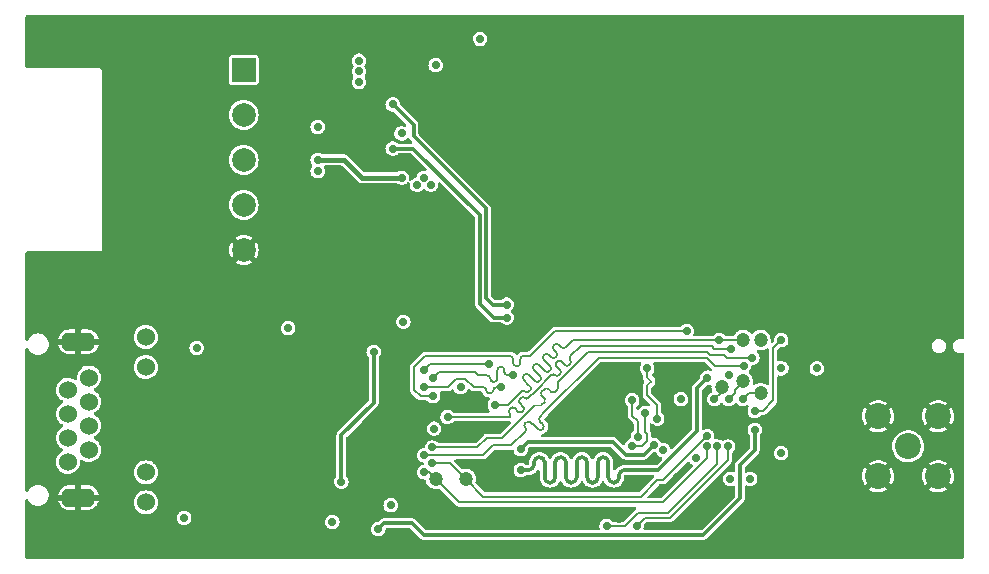
<source format=gbr>
%TF.GenerationSoftware,KiCad,Pcbnew,6.0.0*%
%TF.CreationDate,2022-01-14T21:47:44+01:00*%
%TF.ProjectId,cowmotics-aquarea,636f776d-6f74-4696-9373-2d6171756172,1*%
%TF.SameCoordinates,Original*%
%TF.FileFunction,Copper,L4,Bot*%
%TF.FilePolarity,Positive*%
%FSLAX46Y46*%
G04 Gerber Fmt 4.6, Leading zero omitted, Abs format (unit mm)*
G04 Created by KiCad (PCBNEW 6.0.0) date 2022-01-14 21:47:44*
%MOMM*%
%LPD*%
G01*
G04 APERTURE LIST*
%TA.AperFunction,ComponentPad*%
%ADD10R,2.000000X2.000000*%
%TD*%
%TA.AperFunction,ComponentPad*%
%ADD11C,2.000000*%
%TD*%
%TA.AperFunction,ComponentPad*%
%ADD12C,2.199640*%
%TD*%
%TA.AperFunction,ComponentPad*%
%ADD13C,1.524000*%
%TD*%
%TA.AperFunction,ComponentPad*%
%ADD14O,3.000000X1.600000*%
%TD*%
%TA.AperFunction,SMDPad,CuDef*%
%ADD15C,1.198880*%
%TD*%
%TA.AperFunction,ViaPad*%
%ADD16C,0.711200*%
%TD*%
%TA.AperFunction,Conductor*%
%ADD17C,0.304800*%
%TD*%
%TA.AperFunction,Conductor*%
%ADD18C,0.406400*%
%TD*%
%TA.AperFunction,Conductor*%
%ADD19C,0.203200*%
%TD*%
G04 APERTURE END LIST*
D10*
%TO.P,J2,1,1*%
%TO.N,+5V*%
X127250000Y-86630000D03*
D11*
%TO.P,J2,2*%
%TO.N,/Aquarea Interface/AQ_TX*%
X127250000Y-90440000D03*
%TO.P,J2,3*%
%TO.N,/Aquarea Interface/AQ_RX*%
X127250000Y-94250000D03*
%TO.P,J2,4*%
%TO.N,+12V*%
X127250000Y-98060000D03*
%TO.P,J2,5*%
%TO.N,GND*%
X127250000Y-101870000D03*
%TD*%
D12*
%TO.P,A1,0*%
%TO.N,GND*%
X180960000Y-115960000D03*
X186040000Y-121040000D03*
X180960000Y-121040000D03*
X186040000Y-115960000D03*
%TO.P,A1,1*%
%TO.N,Net-(A1-Pad1)*%
X183500000Y-118500000D03*
%TD*%
D13*
%TO.P,J1,1*%
%TO.N,Net-(J1-Pad1)*%
X112360000Y-119820000D03*
%TO.P,J1,2*%
%TO.N,Net-(J1-Pad2)*%
X114140000Y-118800000D03*
%TO.P,J1,3*%
%TO.N,Net-(J1-Pad3)*%
X112360000Y-117780000D03*
%TO.P,J1,4*%
%TO.N,Net-(J1-Pad4)*%
X114140000Y-116760000D03*
%TO.P,J1,5*%
X112360000Y-115740000D03*
%TO.P,J1,6*%
%TO.N,Net-(J1-Pad6)*%
X114140000Y-114720000D03*
%TO.P,J1,7*%
%TO.N,Net-(J1-Pad7)*%
X112360000Y-113700000D03*
%TO.P,J1,8*%
X114140000Y-112680000D03*
%TO.P,J1,9*%
%TO.N,Net-(J1-Pad9)*%
X118960000Y-123250000D03*
%TO.P,J1,10*%
%TO.N,Net-(J1-Pad10)*%
X118960000Y-120710000D03*
%TO.P,J1,11*%
%TO.N,ETH_LED*%
X118960000Y-111790000D03*
%TO.P,J1,12*%
%TO.N,Net-(J1-Pad12)*%
X118960000Y-109250000D03*
D14*
%TO.P,J1,SHLD*%
%TO.N,GND*%
X113250000Y-109660000D03*
X113250000Y-122840000D03*
%TD*%
D15*
%TO.P,TP8,1,1*%
%TO.N,Net-(TP8-Pad1)*%
X167700000Y-113500000D03*
%TD*%
%TO.P,TP9,1,1*%
%TO.N,Net-(R18-Pad2)*%
X169500000Y-109500000D03*
%TD*%
%TO.P,TP5,1,1*%
%TO.N,ETH_MDC*%
X146040000Y-121250000D03*
%TD*%
%TO.P,TP12,1,1*%
%TO.N,Net-(C22-Pad1)*%
X171000000Y-109500000D03*
%TD*%
%TO.P,TP10,1,1*%
%TO.N,Net-(TP10-Pad1)*%
X169500000Y-113000000D03*
%TD*%
%TO.P,TP11,1,1*%
%TO.N,Net-(TP11-Pad1)*%
X171000000Y-114000000D03*
%TD*%
%TO.P,TP6,1,1*%
%TO.N,ETH_MDIO*%
X143500000Y-121250000D03*
%TD*%
D16*
%TO.N,ETH_RST*%
X135500000Y-121500000D03*
X138250000Y-110500000D03*
%TO.N,GND*%
X174240000Y-111900000D03*
X124500000Y-127250000D03*
X116500000Y-101000000D03*
X133150000Y-122500000D03*
X169250000Y-115750000D03*
X114500000Y-127250000D03*
X141150000Y-122010000D03*
X128500000Y-127250000D03*
X187750000Y-97000000D03*
X144500000Y-105000000D03*
X182500000Y-82750000D03*
X134500000Y-105000000D03*
X116500000Y-99000000D03*
X160500000Y-82750000D03*
X136500000Y-127250000D03*
X140000000Y-116250000D03*
X132500000Y-105000000D03*
X154500000Y-127250000D03*
X187750000Y-125000000D03*
X141250000Y-125900000D03*
X144500000Y-82750000D03*
X118500000Y-105000000D03*
X148500000Y-82750000D03*
X158500000Y-82750000D03*
X112500000Y-105000000D03*
X120500000Y-127250000D03*
X148500000Y-105000000D03*
X175850000Y-121500000D03*
X146500000Y-105000000D03*
X159500000Y-121820000D03*
X187750000Y-123000000D03*
X180500000Y-82750000D03*
X166500000Y-82750000D03*
X165250000Y-111750000D03*
X133500000Y-90500000D03*
X135400000Y-107950000D03*
X140750000Y-85850000D03*
X136500000Y-82750000D03*
X116500000Y-93000000D03*
X135400000Y-110750000D03*
X118500000Y-127250000D03*
X128500000Y-105000000D03*
X131000000Y-110250000D03*
X156500000Y-127250000D03*
X187750000Y-107000000D03*
X130500000Y-105000000D03*
X109250000Y-111000000D03*
X120500000Y-82750000D03*
X134500000Y-127250000D03*
X137000000Y-111550000D03*
X118650000Y-125450000D03*
X187750000Y-87000000D03*
X116500000Y-89000000D03*
X167750000Y-115750000D03*
X126500000Y-82750000D03*
X124500000Y-82750000D03*
X112500000Y-127250000D03*
X176500000Y-127250000D03*
X138300000Y-94250000D03*
X162500000Y-82750000D03*
X187750000Y-105000000D03*
X138500000Y-105000000D03*
X150700000Y-121800000D03*
X176950000Y-119820000D03*
X178500000Y-127250000D03*
X116500000Y-97000000D03*
X171010000Y-111700000D03*
X184500000Y-82750000D03*
X172500000Y-127250000D03*
X109250000Y-117000000D03*
X187750000Y-117000000D03*
X144850000Y-94500000D03*
X116500000Y-91000000D03*
X138500000Y-82750000D03*
X146600000Y-117250000D03*
X187750000Y-89000000D03*
X178050000Y-117300000D03*
X142500000Y-82750000D03*
X176150000Y-119400000D03*
X150500000Y-82750000D03*
X118500000Y-82750000D03*
X116500000Y-105000000D03*
X132500000Y-82750000D03*
X109250000Y-121000000D03*
X157600000Y-111900000D03*
X126500000Y-105000000D03*
X166500000Y-127250000D03*
X170500000Y-127250000D03*
X187750000Y-93000000D03*
X164500000Y-127250000D03*
X142500000Y-105000000D03*
X175350000Y-119820000D03*
X169250000Y-117250000D03*
X182500000Y-127250000D03*
X174250000Y-117300000D03*
X187750000Y-121000000D03*
X140500000Y-105000000D03*
X140500000Y-127250000D03*
X130500000Y-82750000D03*
X124500000Y-105000000D03*
X134500000Y-82750000D03*
X130500000Y-127250000D03*
X122500000Y-82750000D03*
X112500000Y-82750000D03*
X172500000Y-82750000D03*
X109250000Y-115000000D03*
X186500000Y-82750000D03*
X170500000Y-82750000D03*
X168500000Y-127250000D03*
X109250000Y-113000000D03*
X116500000Y-103000000D03*
X146500000Y-82750000D03*
X187750000Y-119000000D03*
X178500000Y-82750000D03*
X154500000Y-82750000D03*
X113450000Y-125450000D03*
X109250000Y-119000000D03*
X163900000Y-121120000D03*
X166350000Y-122660000D03*
X139750000Y-112750000D03*
X144500000Y-127250000D03*
X180500000Y-127250000D03*
X162500000Y-127250000D03*
X140750000Y-86750000D03*
X126500000Y-127250000D03*
X174500000Y-82750000D03*
X163040000Y-125250000D03*
X142500000Y-127250000D03*
X187750000Y-85000000D03*
X116500000Y-127250000D03*
X176150000Y-117150000D03*
X176500000Y-82750000D03*
X186500000Y-127250000D03*
X184500000Y-127250000D03*
X156610000Y-117250000D03*
X116500000Y-95000000D03*
X156500000Y-82750000D03*
X120500000Y-105000000D03*
X146500000Y-127250000D03*
X132500000Y-127250000D03*
X171650000Y-125850000D03*
X122500000Y-105000000D03*
X187750000Y-115000000D03*
X143900000Y-84500000D03*
X110500000Y-82750000D03*
X138500000Y-127250000D03*
X145500000Y-87500000D03*
X187750000Y-95000000D03*
X167750000Y-117250000D03*
X152500000Y-82750000D03*
X114500000Y-82750000D03*
X142500000Y-90400000D03*
X116500000Y-85000000D03*
X122500000Y-127250000D03*
X159000000Y-124630000D03*
X158500000Y-127250000D03*
X183500000Y-108400000D03*
X114500000Y-105000000D03*
X187750000Y-103000000D03*
X110500000Y-105000000D03*
X168500000Y-82750000D03*
X187750000Y-113000000D03*
X140500000Y-82750000D03*
X164500000Y-82750000D03*
X116500000Y-87000000D03*
X109250000Y-107000000D03*
X187750000Y-101000000D03*
X162750000Y-122100000D03*
X128500000Y-82750000D03*
X137400000Y-124010000D03*
X187750000Y-99000000D03*
X127250000Y-108750000D03*
X136500000Y-105000000D03*
X138300000Y-90500000D03*
X187750000Y-91000000D03*
X140750000Y-87650000D03*
X127250000Y-123750000D03*
X152500000Y-127250000D03*
X116500000Y-82750000D03*
X174500000Y-127250000D03*
X109250000Y-125000000D03*
X150500000Y-127250000D03*
X173120000Y-115240000D03*
X148500000Y-127250000D03*
X160500000Y-127250000D03*
X110500000Y-127250000D03*
%TO.N,ETH_RXD1*%
X169600000Y-111700000D03*
X142510000Y-119250000D03*
%TO.N,ETH_RXD0*%
X170300000Y-111000000D03*
X143210000Y-118600000D03*
%TO.N,ETH_CRSDV*%
X168500000Y-110250000D03*
X144500000Y-116000000D03*
%TO.N,ETH_IRQ*%
X164750000Y-108750000D03*
X143250000Y-114250000D03*
%TO.N,ETH_TXEN*%
X142500000Y-113500000D03*
X149000000Y-113500000D03*
%TO.N,ETH_TXD0*%
X150000000Y-112500000D03*
X143250000Y-112750000D03*
%TO.N,ETH_TXD1*%
X142500000Y-112000000D03*
X148020000Y-111500000D03*
%TO.N,ETH_MDIO*%
X142510000Y-120690000D03*
X166480000Y-118510000D03*
%TO.N,ETH_MDC*%
X166482029Y-117646900D03*
X143210000Y-119930000D03*
%TO.N,+3.3V*%
X168450000Y-121250000D03*
X142490000Y-95760000D03*
X140760000Y-107950000D03*
X139690000Y-123480000D03*
X143080000Y-96350000D03*
X170130000Y-121250000D03*
X134750000Y-124900000D03*
X172770000Y-111900000D03*
X123250000Y-110170000D03*
X175760000Y-111900000D03*
X141900000Y-96350000D03*
X140600000Y-92010000D03*
X133500000Y-94250000D03*
X165500000Y-119500000D03*
X168300000Y-112500000D03*
X143350000Y-117000000D03*
X172750000Y-119060000D03*
X131000000Y-108500000D03*
X145600000Y-113500000D03*
X122200000Y-124550000D03*
X140600000Y-95760000D03*
%TO.N,RJ45_LED*%
X138650000Y-125500000D03*
X170510000Y-117100000D03*
%TO.N,Net-(C22-Pad1)*%
X171000000Y-109500000D03*
%TO.N,Net-(R18-Pad2)*%
X167500000Y-109500000D03*
X148500000Y-115010000D03*
%TO.N,Net-(TP8-Pad1)*%
X167100000Y-114494898D03*
%TO.N,Net-(TP10-Pad1)*%
X168300000Y-114490000D03*
%TO.N,BUTTON*%
X170510000Y-115510000D03*
X172750000Y-109500000D03*
%TO.N,U2_RXD*%
X149500000Y-106500000D03*
X139850000Y-89550000D03*
%TO.N,+VMEM*%
X164250000Y-114500000D03*
X162750000Y-118820000D03*
%TO.N,U2_TXD*%
X149500000Y-107600000D03*
X139850000Y-93290000D03*
%TO.N,FL_D3*%
X160130000Y-118450000D03*
X161250000Y-115660000D03*
%TO.N,FL_SCS*%
X161400000Y-111900000D03*
X162250000Y-116150000D03*
%TO.N,FL_D1*%
X160130000Y-114600000D03*
X160600699Y-117709100D03*
%TO.N,U0_RX*%
X157960000Y-125250000D03*
X167350000Y-118510000D03*
%TO.N,U0_TX*%
X160500000Y-125250000D03*
X168250000Y-118510000D03*
%TO.N,BOOT0*%
X150700000Y-120500000D03*
X166500000Y-112690000D03*
%TO.N,Net-(TP11-Pad1)*%
X169500000Y-114490000D03*
%TO.N,CLK50_EN*%
X150700000Y-118750000D03*
X161950000Y-118370000D03*
%TO.N,+5V*%
X133500000Y-91450000D03*
X133500000Y-95200000D03*
X147250000Y-84000000D03*
X137000000Y-86750000D03*
X143500000Y-86230000D03*
X137000000Y-85850000D03*
X137000000Y-87650000D03*
%TD*%
D17*
%TO.N,ETH_RST*%
X138250000Y-114820000D02*
X135500000Y-117570000D01*
X135500000Y-117570000D02*
X135500000Y-121500000D01*
X138250000Y-110500000D02*
X138250000Y-114820000D01*
D18*
%TO.N,GND*%
X116500000Y-89000000D02*
X116500000Y-87000000D01*
X146500000Y-82750000D02*
X144500000Y-82750000D01*
X134500000Y-82750000D02*
X132500000Y-82750000D01*
X182500000Y-127250000D02*
X184500000Y-127250000D01*
X184500000Y-82750000D02*
X186500000Y-82750000D01*
X180500000Y-82750000D02*
X182500000Y-82750000D01*
X132500000Y-105000000D02*
X134500000Y-105000000D01*
X110975000Y-123275000D02*
X110975000Y-122075000D01*
X158500000Y-127250000D02*
X160500000Y-127250000D01*
X187750000Y-115000000D02*
X187750000Y-113000000D01*
X110975000Y-122075000D02*
X109900000Y-121000000D01*
X134500000Y-127250000D02*
X132500000Y-127250000D01*
X126500000Y-82750000D02*
X124500000Y-82750000D01*
X187750000Y-107000000D02*
X187750000Y-105000000D01*
X187750000Y-125000000D02*
X187750000Y-123000000D01*
X130500000Y-127250000D02*
X128500000Y-127250000D01*
X140500000Y-105000000D02*
X142500000Y-105000000D01*
X187750000Y-101000000D02*
X187750000Y-99000000D01*
X116500000Y-101000000D02*
X116500000Y-99000000D01*
D17*
X109250000Y-107000000D02*
X109250000Y-106250000D01*
D18*
X178500000Y-127250000D02*
X180500000Y-127250000D01*
X174500000Y-127250000D02*
X176500000Y-127250000D01*
X172500000Y-82750000D02*
X174500000Y-82750000D01*
X130500000Y-82750000D02*
X128500000Y-82750000D01*
X109250000Y-115000000D02*
X109250000Y-113000000D01*
X148500000Y-82750000D02*
X150500000Y-82750000D01*
X109250000Y-125000000D02*
X110975000Y-123275000D01*
X128500000Y-105000000D02*
X130500000Y-105000000D01*
X187750000Y-89000000D02*
X187750000Y-87000000D01*
X162500000Y-127250000D02*
X164500000Y-127250000D01*
X118500000Y-127250000D02*
X116500000Y-127250000D01*
X118500000Y-82750000D02*
X116500000Y-82750000D01*
X138500000Y-127250000D02*
X136500000Y-127250000D01*
X112500000Y-105000000D02*
X114500000Y-105000000D01*
X109900000Y-121000000D02*
X109250000Y-121000000D01*
X187750000Y-97000000D02*
X187750000Y-95000000D01*
X154500000Y-127250000D02*
X156500000Y-127250000D01*
X122500000Y-127250000D02*
X120500000Y-127250000D01*
X116500000Y-105000000D02*
X118500000Y-105000000D01*
X126500000Y-127250000D02*
X124500000Y-127250000D01*
X166500000Y-127250000D02*
X168500000Y-127250000D01*
X122500000Y-82750000D02*
X120500000Y-82750000D01*
X156500000Y-82750000D02*
X158500000Y-82750000D01*
X111050000Y-108800000D02*
X109250000Y-107000000D01*
X136500000Y-105000000D02*
X138500000Y-105000000D01*
X116500000Y-85000000D02*
X116500000Y-82750000D01*
X110450000Y-111000000D02*
X111050000Y-110400000D01*
X187750000Y-105000000D02*
X187750000Y-103000000D01*
X138500000Y-82750000D02*
X136500000Y-82750000D01*
X124500000Y-105000000D02*
X126500000Y-105000000D01*
D17*
X109250000Y-106250000D02*
X110500000Y-105000000D01*
D18*
X142500000Y-82750000D02*
X140500000Y-82750000D01*
X150500000Y-127250000D02*
X152500000Y-127250000D01*
X187750000Y-119000000D02*
X187750000Y-117000000D01*
X111050000Y-110400000D02*
X111050000Y-108800000D01*
D17*
X144500000Y-105000000D02*
X146500000Y-105000000D01*
D18*
X116500000Y-127250000D02*
X114500000Y-127250000D01*
X116500000Y-93000000D02*
X116500000Y-91000000D01*
X187750000Y-123000000D02*
X187750000Y-121000000D01*
X109250000Y-111000000D02*
X110450000Y-111000000D01*
X142500000Y-127250000D02*
X140500000Y-127250000D01*
X170500000Y-127250000D02*
X172500000Y-127250000D01*
X160500000Y-82750000D02*
X162500000Y-82750000D01*
X109250000Y-119000000D02*
X109250000Y-117000000D01*
X120500000Y-105000000D02*
X122500000Y-105000000D01*
X164500000Y-82750000D02*
X166500000Y-82750000D01*
X168500000Y-82750000D02*
X170500000Y-82750000D01*
X176500000Y-82750000D02*
X178500000Y-82750000D01*
X116500000Y-97000000D02*
X116500000Y-95000000D01*
X112500000Y-127250000D02*
X110500000Y-127250000D01*
X146500000Y-127250000D02*
X144500000Y-127250000D01*
X116500000Y-105000000D02*
X116500000Y-103000000D01*
X152500000Y-82750000D02*
X154500000Y-82750000D01*
X114500000Y-82750000D02*
X112500000Y-82750000D01*
X187750000Y-93000000D02*
X187750000Y-91000000D01*
D19*
%TO.N,ETH_RXD1*%
X152555527Y-116614201D02*
X152555527Y-116614202D01*
X166437784Y-111000000D02*
X167137784Y-111700000D01*
X151671344Y-116648659D02*
X151706398Y-116613602D01*
X149900000Y-118420000D02*
X151070000Y-117250000D01*
X151706398Y-116613602D02*
X152131263Y-117038467D01*
X142510000Y-119250000D02*
X147500000Y-119250000D01*
X151070001Y-116541690D02*
X151140110Y-116471582D01*
X152701002Y-115618998D02*
X157320000Y-111000000D01*
X151494264Y-116471582D02*
X151494266Y-116471581D01*
X151070000Y-116541692D02*
X151070001Y-116541690D01*
X167137784Y-111700000D02*
X169600000Y-111700000D01*
X152342793Y-115977204D02*
X152701002Y-115618998D01*
X151494266Y-116471581D02*
X151671344Y-116648659D01*
X152555527Y-116614202D02*
X152342793Y-116401468D01*
X148330000Y-118420000D02*
X149900000Y-118420000D01*
X147500000Y-119250000D02*
X148330000Y-118420000D01*
X157320000Y-111000000D02*
X166437784Y-111000000D01*
X152342794Y-115977205D02*
G75*
G03*
X152342794Y-116401467I212131J-212131D01*
G01*
X151494263Y-116471583D02*
G75*
G03*
X151140111Y-116471583I-177076J-177072D01*
G01*
X152555527Y-116614201D02*
G75*
G02*
X152555527Y-117038467I-212134J-212133D01*
G01*
X151070000Y-116541692D02*
G75*
G03*
X151070000Y-116895846I177079J-177077D01*
G01*
X152555526Y-117038466D02*
G75*
G02*
X152131264Y-117038466I-212131J212131D01*
G01*
X151069999Y-116895847D02*
G75*
G02*
X151069999Y-117249999I-177072J-177076D01*
G01*
%TO.N,ETH_RXD0*%
X152576118Y-114333878D02*
X152577106Y-114332894D01*
X143210000Y-118600000D02*
X146990000Y-118600000D01*
X153564098Y-113907642D02*
X153848913Y-113622826D01*
X153142794Y-113767209D02*
X153142793Y-113767207D01*
X149130000Y-117780000D02*
X151870000Y-115040000D01*
X153142793Y-113767207D02*
X153283228Y-113907642D01*
X167920000Y-110750000D02*
X168170000Y-111000000D01*
X152431739Y-115040000D02*
X152716554Y-114755184D01*
X168170000Y-111000000D02*
X170300000Y-111000000D01*
X146990000Y-118600000D02*
X147810000Y-117780000D01*
X153002358Y-113626773D02*
X153142794Y-113767209D01*
X166440000Y-110500000D02*
X166690000Y-110750000D01*
X154482159Y-112427841D02*
X156410000Y-110500000D01*
X153848913Y-113341956D02*
X153848912Y-113341955D01*
X156410000Y-110500000D02*
X166440000Y-110500000D01*
X152436671Y-113911589D02*
X152721488Y-113626773D01*
X152716554Y-114474314D02*
X152716553Y-114474313D01*
X147810000Y-117780000D02*
X149130000Y-117780000D01*
X152716553Y-114474313D02*
X152576118Y-114333878D01*
X152577106Y-114332894D02*
X152436671Y-114192459D01*
X152150868Y-115040000D02*
X152150869Y-115040000D01*
X166690000Y-110750000D02*
X167920000Y-110750000D01*
X153848912Y-113061085D02*
X154482159Y-112427841D01*
X152431739Y-115040000D02*
G75*
G02*
X152150869Y-115040000I-140435J140435D01*
G01*
X152150867Y-115040001D02*
G75*
G03*
X151870001Y-115040001I-140433J-140432D01*
G01*
X152716554Y-114474314D02*
G75*
G02*
X152716554Y-114755184I-140435J-140435D01*
G01*
X152436672Y-113911590D02*
G75*
G03*
X152436672Y-114192458I140438J-140434D01*
G01*
X153564098Y-113907642D02*
G75*
G02*
X153283228Y-113907642I-140435J140435D01*
G01*
X153848912Y-113061085D02*
G75*
G03*
X153848912Y-113341955I140435J-140435D01*
G01*
X153002357Y-113626774D02*
G75*
G03*
X152721489Y-113626774I-140434J-140438D01*
G01*
X153848913Y-113341956D02*
G75*
G02*
X153848913Y-113622826I-140435J-140435D01*
G01*
%TO.N,ETH_CRSDV*%
X150926728Y-115151469D02*
X150608531Y-114833271D01*
X154037462Y-112040735D02*
X153719265Y-111722537D01*
X154885992Y-111192203D02*
X154885993Y-111192204D01*
X154143531Y-111298272D02*
X154461729Y-111616469D01*
X151350995Y-114409007D02*
X151981756Y-113778244D01*
X154037461Y-112040734D02*
X154037462Y-112040735D01*
X149760001Y-115363603D02*
X149760000Y-115363604D01*
X154779927Y-111616469D02*
X154885993Y-111510402D01*
X150184267Y-115257538D02*
X150184266Y-115257537D01*
X151032798Y-114409007D02*
X151032797Y-114409006D01*
X151350996Y-114409007D02*
X151350995Y-114409007D01*
X154885993Y-110874005D02*
X155760000Y-110000000D01*
X153931396Y-112465000D02*
X154037462Y-112358933D01*
X144500000Y-116000000D02*
X149760000Y-116000000D01*
X153931397Y-112464999D02*
X153931396Y-112465000D01*
X167100000Y-110250000D02*
X168500000Y-110250000D01*
X153719265Y-111404339D02*
X153825333Y-111298272D01*
X151981756Y-113778244D02*
X153295000Y-112465000D01*
X155760000Y-110000000D02*
X166850000Y-110000000D01*
X150184266Y-115257537D02*
X150502464Y-115575734D01*
X150820662Y-115575734D02*
X150926728Y-115469667D01*
X150926727Y-115151468D02*
X150926728Y-115151469D01*
X166850000Y-110000000D02*
X167100000Y-110250000D01*
X154885992Y-110874005D02*
X154885993Y-110874005D01*
X154143532Y-111298273D02*
X154143531Y-111298272D01*
X150608531Y-114515073D02*
X150714599Y-114409006D01*
X149760000Y-115363604D02*
X149866068Y-115257537D01*
X150184267Y-115257538D02*
G75*
G03*
X149866068Y-115257537I-159100J-159101D01*
G01*
X150608532Y-114515074D02*
G75*
G03*
X150608532Y-114833270I159098J-159098D01*
G01*
X150926726Y-115151469D02*
G75*
G02*
X150926727Y-115469666I-159097J-159099D01*
G01*
X154037460Y-112040735D02*
G75*
G02*
X154037461Y-112358932I-159097J-159099D01*
G01*
X149760001Y-115363603D02*
G75*
G03*
X149760000Y-115681802I159101J-159100D01*
G01*
X149759999Y-115681803D02*
G75*
G02*
X149759999Y-115999999I-159098J-159098D01*
G01*
X151032798Y-114409007D02*
G75*
G03*
X150714599Y-114409006I-159100J-159101D01*
G01*
X150820661Y-115575733D02*
G75*
G02*
X150502465Y-115575733I-159098J159098D01*
G01*
X154885991Y-111192204D02*
G75*
G02*
X154885992Y-111510401I-159097J-159099D01*
G01*
X154143532Y-111298273D02*
G75*
G03*
X153825333Y-111298272I-159100J-159101D01*
G01*
X154885993Y-110874006D02*
G75*
G03*
X154885994Y-111192203I159098J-159098D01*
G01*
X153931396Y-112464998D02*
G75*
G02*
X153613199Y-112464999I-159099J159097D01*
G01*
X153719266Y-111404340D02*
G75*
G03*
X153719266Y-111722536I159098J-159098D01*
G01*
X154779926Y-111616468D02*
G75*
G02*
X154461730Y-111616468I-159098J159098D01*
G01*
X153613197Y-112465001D02*
G75*
G03*
X153295001Y-112465001I-159098J-159098D01*
G01*
X151350996Y-114409007D02*
G75*
G02*
X151032797Y-114409006I-159099J159095D01*
G01*
%TO.N,ETH_IRQ*%
X141690000Y-111760000D02*
X141690000Y-113710000D01*
X149700000Y-110830000D02*
X142620000Y-110830000D01*
X142230000Y-114250000D02*
X143250000Y-114250000D01*
X164750000Y-108750000D02*
X153560000Y-108750000D01*
X149750000Y-110830000D02*
X149700000Y-110830000D01*
X150650000Y-111130000D02*
X150650000Y-111432079D01*
X142620000Y-110830000D02*
X141690000Y-111760000D01*
X153560000Y-108750000D02*
X151480000Y-110830000D01*
X141690000Y-113710000D02*
X142230000Y-114250000D01*
X150050000Y-111432079D02*
X150050000Y-111130000D01*
X151480000Y-110830000D02*
X150950000Y-110830000D01*
X150650000Y-111130000D02*
G75*
G02*
X150950000Y-110830000I300000J0D01*
G01*
X150050000Y-111432079D02*
G75*
G03*
X150350000Y-111732079I300000J0D01*
G01*
X149750000Y-110830000D02*
G75*
G02*
X150050000Y-111130000I0J-300000D01*
G01*
X150350000Y-111732079D02*
G75*
G03*
X150650000Y-111432079I0J300000D01*
G01*
%TO.N,ETH_TXEN*%
X148377155Y-113752845D02*
X148377155Y-113752846D01*
X148124310Y-114005691D02*
X148030000Y-114005691D01*
X146710000Y-113500000D02*
X146010000Y-112800000D01*
X149000000Y-113500000D02*
X148630000Y-113500000D01*
X147524310Y-113500000D02*
X147430000Y-113500000D01*
X144520000Y-113500000D02*
X142500000Y-113500000D01*
X147430000Y-113500000D02*
X146710000Y-113500000D01*
X146010000Y-112800000D02*
X145220000Y-112800000D01*
X145220000Y-112800000D02*
X144520000Y-113500000D01*
X147777155Y-113752846D02*
X147777155Y-113752845D01*
X148377155Y-113752845D02*
G75*
G02*
X148630000Y-113500000I252846J-1D01*
G01*
X148124310Y-114005691D02*
G75*
G03*
X148377155Y-113752846I-1J252846D01*
G01*
X147524310Y-113500000D02*
G75*
G02*
X147777155Y-113752845I-1J-252846D01*
G01*
X147777155Y-113752846D02*
G75*
G03*
X148030000Y-114005691I252846J1D01*
G01*
%TO.N,ETH_TXD0*%
X146790000Y-112220000D02*
X143780000Y-112220000D01*
X148710000Y-112200000D02*
X148710000Y-112769036D01*
X147070000Y-112500000D02*
X146790000Y-112220000D01*
X148440964Y-113038072D02*
X148379036Y-113038072D01*
X147784667Y-112500000D02*
X147070000Y-112500000D01*
X147840964Y-112500000D02*
X147784667Y-112500000D01*
X149310000Y-112200000D02*
X149310000Y-112061928D01*
X143780000Y-112220000D02*
X143250000Y-112750000D01*
X150000000Y-112500000D02*
X149610000Y-112500000D01*
X148710000Y-112061928D02*
X148710000Y-112200000D01*
X149310000Y-112200000D02*
G75*
G03*
X149610000Y-112500000I300000J0D01*
G01*
X149010000Y-111761928D02*
G75*
G02*
X149310000Y-112061928I0J-300000D01*
G01*
X148710000Y-112061928D02*
G75*
G02*
X149010000Y-111761928I300000J0D01*
G01*
X148110000Y-112769036D02*
G75*
G03*
X148379036Y-113038072I269037J1D01*
G01*
X148440964Y-113038072D02*
G75*
G03*
X148710000Y-112769036I-1J269037D01*
G01*
X147840964Y-112500000D02*
G75*
G02*
X148110000Y-112769036I-1J-269037D01*
G01*
%TO.N,ETH_TXD1*%
X148020000Y-111500000D02*
X143000000Y-111500000D01*
X143000000Y-111500000D02*
X142500000Y-112000000D01*
%TO.N,ETH_MDIO*%
X166480000Y-118510000D02*
X166480000Y-119470000D01*
X142940000Y-120690000D02*
X143500000Y-121250000D01*
X162700000Y-123250000D02*
X145500000Y-123250000D01*
X166480000Y-119470000D02*
X162700000Y-123250000D01*
X142510000Y-120690000D02*
X142940000Y-120690000D01*
X145500000Y-123250000D02*
X143500000Y-121250000D01*
%TO.N,ETH_MDC*%
X162260000Y-121350000D02*
X160860000Y-122750000D01*
X144720000Y-119930000D02*
X146040000Y-121250000D01*
X147540000Y-122750000D02*
X146040000Y-121250000D01*
X143210000Y-119930000D02*
X144720000Y-119930000D01*
X160860000Y-122750000D02*
X147540000Y-122750000D01*
X162778586Y-121350000D02*
X162260000Y-121350000D01*
X166481686Y-117646900D02*
X162778586Y-121350000D01*
X166482029Y-117646900D02*
X166481686Y-117646900D01*
D18*
%TO.N,+3.3V*%
X135730000Y-94250000D02*
X137240000Y-95760000D01*
X133500000Y-94250000D02*
X135730000Y-94250000D01*
X137240000Y-95760000D02*
X140600000Y-95760000D01*
D17*
%TO.N,RJ45_LED*%
X169250000Y-120110000D02*
X169250000Y-122890000D01*
X141480000Y-125000000D02*
X139150000Y-125000000D01*
X166140000Y-126000000D02*
X142480000Y-126000000D01*
X170510000Y-117100000D02*
X170510000Y-118850000D01*
X170510000Y-118850000D02*
X169250000Y-120110000D01*
X139150000Y-125000000D02*
X138650000Y-125500000D01*
X142480000Y-126000000D02*
X141480000Y-125000000D01*
X169250000Y-122890000D02*
X166140000Y-126000000D01*
D19*
%TO.N,Net-(R18-Pad2)*%
X151505116Y-113746589D02*
X151396706Y-113855000D01*
X167500000Y-109500000D02*
X169500000Y-109500000D01*
X151396706Y-113855000D02*
X151396706Y-113854999D01*
X167500000Y-109500000D02*
X155120000Y-109500000D01*
X153203350Y-111732500D02*
X153203351Y-111732501D01*
X151810332Y-112036542D02*
X152354819Y-112581031D01*
X151080853Y-113855000D02*
X151080852Y-113855000D01*
X152658864Y-110763745D02*
X152658863Y-110763747D01*
X149610000Y-115010000D02*
X148500000Y-115010000D01*
X151930556Y-113005296D02*
X151386066Y-112460808D01*
X152354819Y-112581031D02*
X152354820Y-112581032D01*
X153083128Y-110763746D02*
X153083130Y-110763745D01*
X153931659Y-109915216D02*
X153931659Y-109915217D01*
X150961801Y-112885073D02*
X151348364Y-113271636D01*
X151347189Y-113272808D02*
X151505117Y-113430736D01*
X151810333Y-111612276D02*
X151810332Y-111612278D01*
X153507393Y-110339481D02*
X153681824Y-110513912D01*
X153094940Y-112156765D02*
X153094940Y-112156766D01*
X153257560Y-110938178D02*
X153083128Y-110763746D01*
X155120000Y-109500000D02*
X154530355Y-110089648D01*
X153203350Y-112048354D02*
X153094940Y-112156765D01*
X151386066Y-112460808D02*
X151386068Y-112460807D01*
X151348364Y-113271636D02*
X151347189Y-113272808D01*
X150765000Y-113855000D02*
X149610000Y-115010000D01*
X152779087Y-112156765D02*
X152234597Y-111612277D01*
X150961802Y-112460807D02*
X150961801Y-112460809D01*
X152658863Y-111188011D02*
X153203350Y-111732500D01*
X153681824Y-110938176D02*
X153681824Y-110938178D01*
X152354819Y-112896885D02*
X152246409Y-113005296D01*
X154106091Y-110089648D02*
X153931659Y-109915216D01*
X152234597Y-111612277D02*
X152234599Y-111612276D01*
X152246409Y-113005296D02*
X152246409Y-113005297D01*
X153257561Y-110938177D02*
G75*
G03*
X153681823Y-110938177I212131J212131D01*
G01*
X152354819Y-112896885D02*
G75*
G03*
X152354820Y-112581032I-157925J157927D01*
G01*
X153203350Y-112048354D02*
G75*
G03*
X153203351Y-111732501I-157925J157927D01*
G01*
X151810334Y-111612277D02*
G75*
G02*
X152234598Y-111612277I212132J-212137D01*
G01*
X152658865Y-110763746D02*
G75*
G02*
X153083129Y-110763746I212132J-212137D01*
G01*
X153507394Y-109915218D02*
G75*
G02*
X153931658Y-109915218I212132J-212130D01*
G01*
X152658864Y-111188010D02*
G75*
G02*
X152658864Y-110763748I212131J212131D01*
G01*
X151505116Y-113746589D02*
G75*
G03*
X151505117Y-113430736I-157925J157927D01*
G01*
X150961803Y-112460808D02*
G75*
G02*
X151386067Y-112460808I212132J-212137D01*
G01*
X151930556Y-113005296D02*
G75*
G03*
X152246409Y-113005297I157927J157925D01*
G01*
X150961802Y-112885072D02*
G75*
G02*
X150961802Y-112460810I212131J212131D01*
G01*
X151810333Y-112036541D02*
G75*
G02*
X151810333Y-111612279I212131J212131D01*
G01*
X151080853Y-113855000D02*
G75*
G03*
X151396706Y-113854999I157926J157926D01*
G01*
X150765000Y-113855000D02*
G75*
G02*
X151080852Y-113855000I157926J-157926D01*
G01*
X153507394Y-110339480D02*
G75*
G02*
X153507394Y-109915218I212131J212131D01*
G01*
X154106092Y-110089647D02*
G75*
G03*
X154530354Y-110089647I212131J212131D01*
G01*
X152779087Y-112156765D02*
G75*
G03*
X153094940Y-112156766I157927J157925D01*
G01*
X153681823Y-110938175D02*
G75*
G03*
X153681823Y-110513913I-212131J212131D01*
G01*
%TO.N,Net-(TP8-Pad1)*%
X167700000Y-113894898D02*
X167700000Y-113500000D01*
X167100000Y-114494898D02*
X167700000Y-113894898D01*
%TO.N,Net-(TP10-Pad1)*%
X168810000Y-113980000D02*
X168810000Y-113690000D01*
X168300000Y-114490000D02*
X168810000Y-113980000D01*
X168810000Y-113690000D02*
X169500000Y-113000000D01*
%TO.N,BUTTON*%
X172070000Y-110180000D02*
X172750000Y-109500000D01*
X170510000Y-115510000D02*
X171170000Y-115510000D01*
X172070000Y-114610000D02*
X172070000Y-110180000D01*
X171170000Y-115510000D02*
X172070000Y-114610000D01*
D17*
%TO.N,U2_RXD*%
X139860000Y-89550000D02*
X139850000Y-89550000D01*
X147750000Y-105940000D02*
X147750000Y-98360000D01*
X141630000Y-91320000D02*
X139860000Y-89550000D01*
X147750000Y-98360000D02*
X141630000Y-92240000D01*
X141630000Y-92240000D02*
X141630000Y-91320000D01*
X148310000Y-106500000D02*
X147750000Y-105940000D01*
X149500000Y-106500000D02*
X148310000Y-106500000D01*
%TO.N,U2_TXD*%
X148410000Y-107600000D02*
X149500000Y-107600000D01*
X147250000Y-98930000D02*
X147250000Y-106440000D01*
X147250000Y-106440000D02*
X148410000Y-107600000D01*
X139850000Y-93290000D02*
X141610000Y-93290000D01*
X141610000Y-93290000D02*
X147250000Y-98930000D01*
D19*
%TO.N,FL_D3*%
X161250000Y-117330000D02*
X161370000Y-117450000D01*
X161250000Y-115660000D02*
X161250000Y-117330000D01*
X161370000Y-117450000D02*
X161370000Y-118010000D01*
X161370000Y-118010000D02*
X160930000Y-118450000D01*
X160930000Y-118450000D02*
X160130000Y-118450000D01*
%TO.N,FL_SCS*%
X161400000Y-113371200D02*
X161400000Y-114190000D01*
X161400000Y-111900000D02*
X161400000Y-112660000D01*
X161724482Y-112984482D02*
X161724482Y-113015600D01*
X161400000Y-113340082D02*
X161400000Y-113371200D01*
X161400000Y-114190000D02*
X162250000Y-115040000D01*
X162250000Y-115040000D02*
X162250000Y-116150000D01*
X161400000Y-113340082D02*
G75*
G02*
X161562241Y-113177841I162240J1D01*
G01*
X161724482Y-112984482D02*
G75*
G03*
X161562241Y-112822241I-162240J1D01*
G01*
X161562241Y-113177841D02*
G75*
G03*
X161724482Y-113015600I1J162240D01*
G01*
X161562241Y-112822241D02*
G75*
G02*
X161400000Y-112660000I-1J162240D01*
G01*
%TO.N,FL_D1*%
X160600699Y-117709100D02*
X160600699Y-116370699D01*
X160600699Y-116370699D02*
X160130000Y-115900000D01*
X160130000Y-115900000D02*
X160130000Y-114600000D01*
%TO.N,U0_RX*%
X167350000Y-118510000D02*
X167350000Y-120000000D01*
X163200000Y-124150000D02*
X160610000Y-124150000D01*
X159510000Y-125250000D02*
X157960000Y-125250000D01*
X167350000Y-120000000D02*
X163200000Y-124150000D01*
X160610000Y-124150000D02*
X159510000Y-125250000D01*
%TO.N,U0_TX*%
X163330000Y-124550000D02*
X161200000Y-124550000D01*
X161200000Y-124550000D02*
X160500000Y-125250000D01*
X168250000Y-119630000D02*
X163330000Y-124550000D01*
X168250000Y-118510000D02*
X168250000Y-119630000D01*
D17*
%TO.N,BOOT0*%
X152720000Y-121137662D02*
X152720000Y-120050000D01*
X153620000Y-120500000D02*
X153620000Y-121137662D01*
X165600000Y-113590000D02*
X165600000Y-117240000D01*
X157220000Y-119862338D02*
X157220000Y-120500000D01*
X152720000Y-120050000D02*
X152720000Y-119862338D01*
X165600000Y-117240000D02*
X162340000Y-120500000D01*
X154520000Y-121137662D02*
X154520000Y-120500000D01*
X154520000Y-120500000D02*
X154520000Y-119862338D01*
X155420000Y-119862338D02*
X155420000Y-120500000D01*
X157220000Y-120500000D02*
X157220000Y-121137662D01*
X159020000Y-120950000D02*
X159020000Y-121137662D01*
X166500000Y-112690000D02*
X165600000Y-113590000D01*
X153620000Y-119862338D02*
X153620000Y-120500000D01*
X151370000Y-120500000D02*
X150700000Y-120500000D01*
X158120000Y-120500000D02*
X158120000Y-119862338D01*
X156320000Y-120500000D02*
X156320000Y-119862338D01*
X151820000Y-119862338D02*
X151820000Y-120050000D01*
X162340000Y-120500000D02*
X159470000Y-120500000D01*
X158120000Y-121137662D02*
X158120000Y-120500000D01*
X156320000Y-121137662D02*
X156320000Y-120500000D01*
X155420000Y-120500000D02*
X155420000Y-121137662D01*
X152270000Y-119412338D02*
G75*
G02*
X152720000Y-119862338I0J-450000D01*
G01*
X157220000Y-119862338D02*
G75*
G02*
X157670000Y-119412338I450000J0D01*
G01*
X151370000Y-120500000D02*
G75*
G03*
X151820000Y-120050000I0J450000D01*
G01*
X156770000Y-121587662D02*
G75*
G03*
X157220000Y-121137662I0J450000D01*
G01*
X158120000Y-121137662D02*
G75*
G03*
X158570000Y-121587662I450000J0D01*
G01*
X158570000Y-121587662D02*
G75*
G03*
X159020000Y-121137662I0J450000D01*
G01*
X154970000Y-121587662D02*
G75*
G03*
X155420000Y-121137662I0J450000D01*
G01*
X155870000Y-119412338D02*
G75*
G02*
X156320000Y-119862338I0J-450000D01*
G01*
X155420000Y-119862338D02*
G75*
G02*
X155870000Y-119412338I450000J0D01*
G01*
X154520000Y-121137662D02*
G75*
G03*
X154970000Y-121587662I450000J0D01*
G01*
X153620000Y-119862338D02*
G75*
G02*
X154070000Y-119412338I450000J0D01*
G01*
X152720000Y-121137662D02*
G75*
G03*
X153170000Y-121587662I450000J0D01*
G01*
X159020000Y-120950000D02*
G75*
G02*
X159470000Y-120500000I450000J0D01*
G01*
X153170000Y-121587662D02*
G75*
G03*
X153620000Y-121137662I0J450000D01*
G01*
X157670000Y-119412338D02*
G75*
G02*
X158120000Y-119862338I0J-450000D01*
G01*
X151820000Y-119862338D02*
G75*
G02*
X152270000Y-119412338I450000J0D01*
G01*
X154070000Y-119412338D02*
G75*
G02*
X154520000Y-119862338I0J-450000D01*
G01*
X156320000Y-121137662D02*
G75*
G03*
X156770000Y-121587662I450000J0D01*
G01*
D19*
%TO.N,Net-(TP11-Pad1)*%
X169990000Y-114000000D02*
X169500000Y-114490000D01*
X171000000Y-114000000D02*
X169990000Y-114000000D01*
D17*
%TO.N,CLK50_EN*%
X150700000Y-118750000D02*
X151330000Y-118120000D01*
X151330000Y-118120000D02*
X158510000Y-118120000D01*
X159600000Y-119210000D02*
X161110000Y-119210000D01*
X158510000Y-118120000D02*
X159600000Y-119210000D01*
X161110000Y-119210000D02*
X161950000Y-118370000D01*
%TD*%
%TA.AperFunction,Conductor*%
%TO.N,GND*%
G36*
X188188121Y-82020002D02*
G01*
X188234614Y-82073658D01*
X188246000Y-82126000D01*
X188246000Y-109300440D01*
X188225998Y-109368561D01*
X188172342Y-109415054D01*
X188102068Y-109425158D01*
X188071785Y-109416850D01*
X188065434Y-109414219D01*
X188065430Y-109414218D01*
X188057806Y-109411060D01*
X188049626Y-109409983D01*
X188049622Y-109409982D01*
X187943705Y-109396038D01*
X187943706Y-109396038D01*
X187939619Y-109395500D01*
X187860381Y-109395500D01*
X187856294Y-109396038D01*
X187856295Y-109396038D01*
X187750378Y-109409982D01*
X187750374Y-109409983D01*
X187742194Y-109411060D01*
X187734570Y-109414218D01*
X187734566Y-109414219D01*
X187602773Y-109468809D01*
X187595142Y-109471970D01*
X187588591Y-109476997D01*
X187588589Y-109476998D01*
X187553224Y-109504135D01*
X187468866Y-109568866D01*
X187463840Y-109575416D01*
X187379095Y-109685857D01*
X187371970Y-109695142D01*
X187368810Y-109702772D01*
X187368809Y-109702773D01*
X187314219Y-109834566D01*
X187314218Y-109834570D01*
X187311060Y-109842194D01*
X187290284Y-110000000D01*
X187311060Y-110157806D01*
X187314218Y-110165430D01*
X187314219Y-110165434D01*
X187368809Y-110297227D01*
X187371970Y-110304858D01*
X187376997Y-110311409D01*
X187376998Y-110311411D01*
X187437313Y-110390014D01*
X187468866Y-110431134D01*
X187475416Y-110436160D01*
X187576827Y-110513976D01*
X187595142Y-110528030D01*
X187602772Y-110531190D01*
X187602773Y-110531191D01*
X187734566Y-110585781D01*
X187734570Y-110585782D01*
X187742194Y-110588940D01*
X187750374Y-110590017D01*
X187750378Y-110590018D01*
X187830948Y-110600625D01*
X187860381Y-110604500D01*
X187939619Y-110604500D01*
X187969052Y-110600625D01*
X188049622Y-110590018D01*
X188049626Y-110590017D01*
X188057806Y-110588940D01*
X188065430Y-110585782D01*
X188065434Y-110585781D01*
X188071785Y-110583150D01*
X188142375Y-110575563D01*
X188205861Y-110607344D01*
X188242087Y-110668403D01*
X188246000Y-110699560D01*
X188246000Y-127874000D01*
X188225998Y-127942121D01*
X188172342Y-127988614D01*
X188120000Y-128000000D01*
X108880000Y-128000000D01*
X108811879Y-127979998D01*
X108765386Y-127926342D01*
X108754000Y-127874000D01*
X108754000Y-124543564D01*
X121585453Y-124543564D01*
X121601657Y-124690340D01*
X121604267Y-124697472D01*
X121641130Y-124798205D01*
X121652404Y-124829014D01*
X121656640Y-124835317D01*
X121656640Y-124835318D01*
X121708754Y-124912871D01*
X121734765Y-124951580D01*
X121740384Y-124956693D01*
X121740385Y-124956694D01*
X121838369Y-125045852D01*
X121843985Y-125050962D01*
X121973758Y-125121423D01*
X122116592Y-125158895D01*
X122193379Y-125160101D01*
X122256643Y-125161095D01*
X122256646Y-125161095D01*
X122264241Y-125161214D01*
X122316036Y-125149351D01*
X122400779Y-125129943D01*
X122400783Y-125129942D01*
X122408182Y-125128247D01*
X122455013Y-125104694D01*
X122533321Y-125065310D01*
X122533324Y-125065308D01*
X122540104Y-125061898D01*
X122652391Y-124965995D01*
X122704438Y-124893564D01*
X134135453Y-124893564D01*
X134151657Y-125040340D01*
X134154267Y-125047472D01*
X134195847Y-125161095D01*
X134202404Y-125179014D01*
X134206640Y-125185317D01*
X134206640Y-125185318D01*
X134258754Y-125262871D01*
X134284765Y-125301580D01*
X134290384Y-125306693D01*
X134290385Y-125306694D01*
X134388369Y-125395852D01*
X134393985Y-125400962D01*
X134523758Y-125471423D01*
X134666592Y-125508895D01*
X134743379Y-125510101D01*
X134806643Y-125511095D01*
X134806646Y-125511095D01*
X134814241Y-125511214D01*
X134891305Y-125493564D01*
X138035453Y-125493564D01*
X138051657Y-125640340D01*
X138102404Y-125779014D01*
X138106640Y-125785317D01*
X138106640Y-125785318D01*
X138118019Y-125802251D01*
X138184765Y-125901580D01*
X138293985Y-126000962D01*
X138423758Y-126071423D01*
X138566592Y-126108895D01*
X138643379Y-126110101D01*
X138706643Y-126111095D01*
X138706646Y-126111095D01*
X138714241Y-126111214D01*
X138766036Y-126099351D01*
X138850779Y-126079943D01*
X138850783Y-126079942D01*
X138858182Y-126078247D01*
X138878954Y-126067800D01*
X138983321Y-126015310D01*
X138983324Y-126015308D01*
X138990104Y-126011898D01*
X139102391Y-125915995D01*
X139188561Y-125796077D01*
X139243640Y-125659065D01*
X139264122Y-125515147D01*
X139293523Y-125450524D01*
X139353194Y-125412055D01*
X139388865Y-125406900D01*
X141259267Y-125406900D01*
X141327388Y-125426902D01*
X141348362Y-125443805D01*
X142237849Y-126333292D01*
X142257904Y-126343510D01*
X142274759Y-126353840D01*
X142292968Y-126367070D01*
X142302401Y-126370135D01*
X142302403Y-126370136D01*
X142314380Y-126374028D01*
X142332641Y-126381592D01*
X142352694Y-126391809D01*
X142362487Y-126393360D01*
X142374926Y-126395330D01*
X142394152Y-126399946D01*
X142415554Y-126406900D01*
X166204446Y-126406900D01*
X166225848Y-126399946D01*
X166245074Y-126395330D01*
X166257513Y-126393360D01*
X166267306Y-126391809D01*
X166287359Y-126381592D01*
X166305620Y-126374028D01*
X166317597Y-126370136D01*
X166317599Y-126370135D01*
X166327032Y-126367070D01*
X166345241Y-126353840D01*
X166362096Y-126343510D01*
X166382151Y-126333292D01*
X169583292Y-123132151D01*
X169593510Y-123112096D01*
X169603840Y-123095241D01*
X169611239Y-123085058D01*
X169611240Y-123085056D01*
X169617070Y-123077032D01*
X169624027Y-123055620D01*
X169631591Y-123037359D01*
X169637309Y-123026137D01*
X169641809Y-123017306D01*
X169643361Y-123007510D01*
X169645332Y-122995070D01*
X169649946Y-122975850D01*
X169651297Y-122971692D01*
X169656900Y-122954447D01*
X169656900Y-122161797D01*
X180203032Y-122161797D01*
X180208313Y-122168852D01*
X180368567Y-122262496D01*
X180377855Y-122266946D01*
X180576171Y-122342676D01*
X180586069Y-122345552D01*
X180794092Y-122387874D01*
X180804320Y-122389093D01*
X181016461Y-122396873D01*
X181026745Y-122396406D01*
X181237320Y-122369430D01*
X181247385Y-122367290D01*
X181450728Y-122306285D01*
X181460305Y-122302532D01*
X181650952Y-122209135D01*
X181659797Y-122203862D01*
X181706250Y-122170727D01*
X181713261Y-122161797D01*
X185283032Y-122161797D01*
X185288313Y-122168852D01*
X185448567Y-122262496D01*
X185457855Y-122266946D01*
X185656171Y-122342676D01*
X185666069Y-122345552D01*
X185874092Y-122387874D01*
X185884320Y-122389093D01*
X186096461Y-122396873D01*
X186106745Y-122396406D01*
X186317320Y-122369430D01*
X186327385Y-122367290D01*
X186530728Y-122306285D01*
X186540305Y-122302532D01*
X186730952Y-122209135D01*
X186739797Y-122203862D01*
X186786250Y-122170727D01*
X186794650Y-122160028D01*
X186787663Y-122146874D01*
X186052811Y-121412021D01*
X186038868Y-121404408D01*
X186037034Y-121404539D01*
X186030420Y-121408790D01*
X185289789Y-122149422D01*
X185283032Y-122161797D01*
X181713261Y-122161797D01*
X181714650Y-122160028D01*
X181707663Y-122146874D01*
X180972811Y-121412021D01*
X180958868Y-121404408D01*
X180957034Y-121404539D01*
X180950420Y-121408790D01*
X180209789Y-122149422D01*
X180203032Y-122161797D01*
X169656900Y-122161797D01*
X169656900Y-121899177D01*
X169676902Y-121831056D01*
X169730558Y-121784563D01*
X169800832Y-121774459D01*
X169843022Y-121788446D01*
X169903758Y-121821423D01*
X170046592Y-121858895D01*
X170123379Y-121860101D01*
X170186643Y-121861095D01*
X170186646Y-121861095D01*
X170194241Y-121861214D01*
X170280806Y-121841388D01*
X170330779Y-121829943D01*
X170330783Y-121829942D01*
X170338182Y-121828247D01*
X170360336Y-121817105D01*
X170463321Y-121765310D01*
X170463324Y-121765308D01*
X170470104Y-121761898D01*
X170582391Y-121665995D01*
X170668561Y-121546077D01*
X170712240Y-121437423D01*
X170720805Y-121416118D01*
X170720806Y-121416116D01*
X170723640Y-121409065D01*
X170738359Y-121305644D01*
X170743865Y-121266955D01*
X170743865Y-121266952D01*
X170744446Y-121262871D01*
X170744581Y-121250000D01*
X170742659Y-121234113D01*
X170736818Y-121185852D01*
X170726841Y-121103402D01*
X170717261Y-121078048D01*
X170692290Y-121011966D01*
X179602243Y-121011966D01*
X179614462Y-121223893D01*
X179615898Y-121234113D01*
X179662567Y-121441192D01*
X179665646Y-121451021D01*
X179745511Y-121647704D01*
X179750164Y-121656915D01*
X179829499Y-121786377D01*
X179839957Y-121795839D01*
X179848733Y-121792056D01*
X180587979Y-121052811D01*
X180594356Y-121041132D01*
X181324408Y-121041132D01*
X181324539Y-121042966D01*
X181328790Y-121049580D01*
X182067483Y-121788272D01*
X182079489Y-121794828D01*
X182091228Y-121785860D01*
X182121407Y-121743862D01*
X182126721Y-121735017D01*
X182220770Y-121544724D01*
X182224568Y-121535131D01*
X182286278Y-121332020D01*
X182288455Y-121321950D01*
X182316401Y-121109682D01*
X182316920Y-121103007D01*
X182318378Y-121043364D01*
X182318184Y-121036646D01*
X182316155Y-121011966D01*
X184682243Y-121011966D01*
X184694462Y-121223893D01*
X184695898Y-121234113D01*
X184742567Y-121441192D01*
X184745646Y-121451021D01*
X184825511Y-121647704D01*
X184830164Y-121656915D01*
X184909499Y-121786377D01*
X184919957Y-121795839D01*
X184928733Y-121792056D01*
X185667979Y-121052811D01*
X185674356Y-121041132D01*
X186404408Y-121041132D01*
X186404539Y-121042966D01*
X186408790Y-121049580D01*
X187147483Y-121788272D01*
X187159489Y-121794828D01*
X187171228Y-121785860D01*
X187201407Y-121743862D01*
X187206721Y-121735017D01*
X187300770Y-121544724D01*
X187304568Y-121535131D01*
X187366278Y-121332020D01*
X187368455Y-121321950D01*
X187396401Y-121109682D01*
X187396920Y-121103007D01*
X187398378Y-121043364D01*
X187398184Y-121036646D01*
X187380643Y-120823289D01*
X187378958Y-120813109D01*
X187327245Y-120607233D01*
X187323920Y-120597467D01*
X187239280Y-120402808D01*
X187234402Y-120393711D01*
X187170040Y-120294221D01*
X187159354Y-120285019D01*
X187149789Y-120289422D01*
X186412021Y-121027189D01*
X186404408Y-121041132D01*
X185674356Y-121041132D01*
X185675592Y-121038868D01*
X185675461Y-121037034D01*
X185671210Y-121030420D01*
X184932853Y-120292064D01*
X184921322Y-120285768D01*
X184909037Y-120295393D01*
X184861743Y-120364724D01*
X184856650Y-120373688D01*
X184767270Y-120566241D01*
X184763713Y-120575909D01*
X184706984Y-120780467D01*
X184705053Y-120790586D01*
X184682495Y-121001677D01*
X184682243Y-121011966D01*
X182316155Y-121011966D01*
X182300643Y-120823289D01*
X182298958Y-120813109D01*
X182247245Y-120607233D01*
X182243920Y-120597467D01*
X182159280Y-120402808D01*
X182154402Y-120393711D01*
X182090040Y-120294221D01*
X182079354Y-120285019D01*
X182069789Y-120289422D01*
X181332021Y-121027189D01*
X181324408Y-121041132D01*
X180594356Y-121041132D01*
X180595592Y-121038868D01*
X180595461Y-121037034D01*
X180591210Y-121030420D01*
X179852853Y-120292064D01*
X179841322Y-120285768D01*
X179829037Y-120295393D01*
X179781743Y-120364724D01*
X179776650Y-120373688D01*
X179687270Y-120566241D01*
X179683713Y-120575909D01*
X179626984Y-120780467D01*
X179625053Y-120790586D01*
X179602495Y-121001677D01*
X179602243Y-121011966D01*
X170692290Y-121011966D01*
X170677328Y-120972370D01*
X170674644Y-120965267D01*
X170649340Y-120928450D01*
X170595306Y-120849829D01*
X170595305Y-120849827D01*
X170591004Y-120843570D01*
X170579469Y-120833292D01*
X170531536Y-120790586D01*
X170480750Y-120745337D01*
X170473866Y-120741692D01*
X170356957Y-120679792D01*
X170356955Y-120679791D01*
X170350246Y-120676239D01*
X170303340Y-120664457D01*
X170214398Y-120642116D01*
X170214394Y-120642116D01*
X170207027Y-120640265D01*
X170199428Y-120640225D01*
X170199426Y-120640225D01*
X170137798Y-120639903D01*
X170059362Y-120639492D01*
X170051982Y-120641264D01*
X170051980Y-120641264D01*
X169923153Y-120672192D01*
X169923149Y-120672193D01*
X169915774Y-120673964D01*
X169894022Y-120685191D01*
X169840690Y-120712718D01*
X169770983Y-120726187D01*
X169705059Y-120699832D01*
X169663850Y-120642020D01*
X169656900Y-120600752D01*
X169656900Y-120330733D01*
X169676902Y-120262612D01*
X169693805Y-120241638D01*
X170016031Y-119919412D01*
X180204207Y-119919412D01*
X180210950Y-119931739D01*
X180947189Y-120667979D01*
X180961132Y-120675592D01*
X180962966Y-120675461D01*
X180969580Y-120671210D01*
X181710417Y-119930372D01*
X181716401Y-119919412D01*
X185284207Y-119919412D01*
X185290950Y-119931739D01*
X186027189Y-120667979D01*
X186041132Y-120675592D01*
X186042966Y-120675461D01*
X186049580Y-120671210D01*
X186790417Y-119930372D01*
X186797434Y-119917521D01*
X186790750Y-119908348D01*
X186787231Y-119906010D01*
X186601398Y-119803424D01*
X186591986Y-119799194D01*
X186391888Y-119728335D01*
X186381917Y-119725701D01*
X186172931Y-119688475D01*
X186162678Y-119687506D01*
X185950408Y-119684912D01*
X185940125Y-119685632D01*
X185730293Y-119717741D01*
X185720265Y-119720130D01*
X185518490Y-119786080D01*
X185508993Y-119790072D01*
X185320692Y-119888094D01*
X185311978Y-119893582D01*
X185292661Y-119908086D01*
X185284207Y-119919412D01*
X181716401Y-119919412D01*
X181717434Y-119917521D01*
X181710750Y-119908348D01*
X181707231Y-119906010D01*
X181521398Y-119803424D01*
X181511986Y-119799194D01*
X181311888Y-119728335D01*
X181301917Y-119725701D01*
X181092931Y-119688475D01*
X181082678Y-119687506D01*
X180870408Y-119684912D01*
X180860125Y-119685632D01*
X180650293Y-119717741D01*
X180640265Y-119720130D01*
X180438490Y-119786080D01*
X180428993Y-119790072D01*
X180240692Y-119888094D01*
X180231978Y-119893582D01*
X180212661Y-119908086D01*
X180204207Y-119919412D01*
X170016031Y-119919412D01*
X170843292Y-119092151D01*
X170853510Y-119072096D01*
X170863840Y-119055241D01*
X170865058Y-119053564D01*
X172135453Y-119053564D01*
X172151657Y-119200340D01*
X172157122Y-119215275D01*
X172199085Y-119329943D01*
X172202404Y-119339014D01*
X172206640Y-119345317D01*
X172206640Y-119345318D01*
X172262802Y-119428895D01*
X172284765Y-119461580D01*
X172290384Y-119466693D01*
X172290385Y-119466694D01*
X172385793Y-119553508D01*
X172393985Y-119560962D01*
X172523758Y-119631423D01*
X172666592Y-119668895D01*
X172743379Y-119670101D01*
X172806643Y-119671095D01*
X172806646Y-119671095D01*
X172814241Y-119671214D01*
X172875080Y-119657280D01*
X172950779Y-119639943D01*
X172950783Y-119639942D01*
X172958182Y-119638247D01*
X172984819Y-119624850D01*
X173083321Y-119575310D01*
X173083324Y-119575308D01*
X173090104Y-119571898D01*
X173202391Y-119475995D01*
X173288561Y-119356077D01*
X173316101Y-119287571D01*
X173340805Y-119226118D01*
X173340806Y-119226116D01*
X173343640Y-119219065D01*
X173351193Y-119165995D01*
X173363865Y-119076955D01*
X173363865Y-119076952D01*
X173364446Y-119072871D01*
X173364581Y-119060000D01*
X173346841Y-118913402D01*
X173294644Y-118775267D01*
X173280464Y-118754635D01*
X173215306Y-118659829D01*
X173215305Y-118659827D01*
X173211004Y-118653570D01*
X173200010Y-118643774D01*
X173152681Y-118601606D01*
X173100750Y-118555337D01*
X173093866Y-118551692D01*
X172976957Y-118489792D01*
X172976955Y-118489791D01*
X172970246Y-118486239D01*
X172892848Y-118466798D01*
X182141444Y-118466798D01*
X182141741Y-118471951D01*
X182141741Y-118471954D01*
X182153396Y-118674088D01*
X182154263Y-118689131D01*
X182155400Y-118694177D01*
X182155401Y-118694183D01*
X182174511Y-118778979D01*
X182203224Y-118906385D01*
X182205166Y-118911167D01*
X182205167Y-118911171D01*
X182281505Y-119099168D01*
X182287010Y-119112725D01*
X182403372Y-119302611D01*
X182549184Y-119470941D01*
X182553159Y-119474242D01*
X182553162Y-119474244D01*
X182669805Y-119571083D01*
X182720531Y-119613197D01*
X182912812Y-119725556D01*
X183120862Y-119805003D01*
X183125928Y-119806034D01*
X183125929Y-119806034D01*
X183198125Y-119820722D01*
X183339094Y-119849402D01*
X183464320Y-119853994D01*
X183556483Y-119857374D01*
X183556487Y-119857374D01*
X183561647Y-119857563D01*
X183566767Y-119856907D01*
X183566769Y-119856907D01*
X183659746Y-119844996D01*
X183782544Y-119829265D01*
X183787492Y-119827780D01*
X183787499Y-119827779D01*
X183990911Y-119766752D01*
X183995854Y-119765269D01*
X184000572Y-119762958D01*
X184140606Y-119694356D01*
X184195847Y-119667294D01*
X184270794Y-119613835D01*
X184372940Y-119540975D01*
X184372945Y-119540971D01*
X184377152Y-119537970D01*
X184534902Y-119380770D01*
X184664858Y-119199917D01*
X184679185Y-119170930D01*
X184761237Y-119004909D01*
X184761238Y-119004907D01*
X184763531Y-119000267D01*
X184828271Y-118787182D01*
X184857340Y-118566385D01*
X184857422Y-118563035D01*
X184858880Y-118503365D01*
X184858880Y-118503361D01*
X184858962Y-118500000D01*
X184840714Y-118278046D01*
X184786460Y-118062053D01*
X184731755Y-117936239D01*
X184699718Y-117862558D01*
X184699716Y-117862555D01*
X184697658Y-117857821D01*
X184610515Y-117723119D01*
X184579502Y-117675179D01*
X184579500Y-117675176D01*
X184576692Y-117670836D01*
X184562871Y-117655646D01*
X184430288Y-117509940D01*
X184430286Y-117509938D01*
X184426810Y-117506118D01*
X184422759Y-117502919D01*
X184422755Y-117502915D01*
X184260713Y-117374943D01*
X184252038Y-117368092D01*
X184152803Y-117313311D01*
X184061601Y-117262964D01*
X184061598Y-117262963D01*
X184057070Y-117260463D01*
X183894609Y-117202933D01*
X183852013Y-117187849D01*
X183852010Y-117187848D01*
X183847141Y-117186124D01*
X183842052Y-117185217D01*
X183842050Y-117185217D01*
X183632978Y-117147975D01*
X183632974Y-117147975D01*
X183627890Y-117147069D01*
X183541603Y-117146015D01*
X183410373Y-117144411D01*
X183410371Y-117144411D01*
X183405204Y-117144348D01*
X183185063Y-117178035D01*
X182973381Y-117247223D01*
X182968789Y-117249613D01*
X182968790Y-117249613D01*
X182801523Y-117336687D01*
X182775841Y-117350056D01*
X182771708Y-117353159D01*
X182771705Y-117353161D01*
X182609806Y-117474719D01*
X182597750Y-117483771D01*
X182577860Y-117504585D01*
X182448011Y-117640464D01*
X182443888Y-117644778D01*
X182440974Y-117649050D01*
X182440973Y-117649051D01*
X182374858Y-117745972D01*
X182318389Y-117828752D01*
X182295875Y-117877254D01*
X182229879Y-118019433D01*
X182224624Y-118030753D01*
X182165109Y-118245356D01*
X182141444Y-118466798D01*
X172892848Y-118466798D01*
X172834398Y-118452116D01*
X172834394Y-118452116D01*
X172827027Y-118450265D01*
X172819428Y-118450225D01*
X172819426Y-118450225D01*
X172757798Y-118449903D01*
X172679362Y-118449492D01*
X172671982Y-118451264D01*
X172671980Y-118451264D01*
X172543153Y-118482192D01*
X172543149Y-118482193D01*
X172535774Y-118483964D01*
X172404554Y-118551692D01*
X172398832Y-118556684D01*
X172398830Y-118556685D01*
X172354104Y-118595702D01*
X172293277Y-118648765D01*
X172208368Y-118769579D01*
X172205609Y-118776654D01*
X172205608Y-118776657D01*
X172161285Y-118890340D01*
X172154727Y-118907160D01*
X172153735Y-118914693D01*
X172153735Y-118914694D01*
X172136573Y-119045057D01*
X172135453Y-119053564D01*
X170865058Y-119053564D01*
X170871239Y-119045057D01*
X170877070Y-119037032D01*
X170880559Y-119026294D01*
X170884028Y-119015620D01*
X170891592Y-118997358D01*
X170892633Y-118995316D01*
X170901809Y-118977306D01*
X170905330Y-118955074D01*
X170909946Y-118935848D01*
X170913835Y-118923879D01*
X170916900Y-118914446D01*
X170916900Y-117612934D01*
X170936902Y-117544813D01*
X170952248Y-117527232D01*
X170951473Y-117526520D01*
X170956615Y-117520928D01*
X170962391Y-117515995D01*
X170976094Y-117496926D01*
X170982860Y-117487509D01*
X171048561Y-117396077D01*
X171087090Y-117300235D01*
X171100805Y-117266118D01*
X171100806Y-117266116D01*
X171103640Y-117259065D01*
X171115541Y-117175445D01*
X171123865Y-117116955D01*
X171123865Y-117116952D01*
X171124446Y-117112871D01*
X171124581Y-117100000D01*
X171122379Y-117081797D01*
X180203032Y-117081797D01*
X180208313Y-117088852D01*
X180368567Y-117182496D01*
X180377855Y-117186946D01*
X180576171Y-117262676D01*
X180586069Y-117265552D01*
X180794092Y-117307874D01*
X180804320Y-117309093D01*
X181016461Y-117316873D01*
X181026745Y-117316406D01*
X181237320Y-117289430D01*
X181247385Y-117287290D01*
X181450728Y-117226285D01*
X181460305Y-117222532D01*
X181650952Y-117129135D01*
X181659797Y-117123862D01*
X181706250Y-117090727D01*
X181713261Y-117081797D01*
X185283032Y-117081797D01*
X185288313Y-117088852D01*
X185448567Y-117182496D01*
X185457855Y-117186946D01*
X185656171Y-117262676D01*
X185666069Y-117265552D01*
X185874092Y-117307874D01*
X185884320Y-117309093D01*
X186096461Y-117316873D01*
X186106745Y-117316406D01*
X186317320Y-117289430D01*
X186327385Y-117287290D01*
X186530728Y-117226285D01*
X186540305Y-117222532D01*
X186730952Y-117129135D01*
X186739797Y-117123862D01*
X186786250Y-117090727D01*
X186794650Y-117080028D01*
X186787663Y-117066874D01*
X186052811Y-116332021D01*
X186038868Y-116324408D01*
X186037034Y-116324539D01*
X186030420Y-116328790D01*
X185289789Y-117069422D01*
X185283032Y-117081797D01*
X181713261Y-117081797D01*
X181714650Y-117080028D01*
X181707663Y-117066874D01*
X180972811Y-116332021D01*
X180958868Y-116324408D01*
X180957034Y-116324539D01*
X180950420Y-116328790D01*
X180209789Y-117069422D01*
X180203032Y-117081797D01*
X171122379Y-117081797D01*
X171121761Y-117076692D01*
X171116972Y-117037125D01*
X171106841Y-116953402D01*
X171054644Y-116815267D01*
X171019069Y-116763505D01*
X170975306Y-116699829D01*
X170975305Y-116699827D01*
X170971004Y-116693570D01*
X170961001Y-116684657D01*
X170915877Y-116644454D01*
X170860750Y-116595337D01*
X170848338Y-116588765D01*
X170736957Y-116529792D01*
X170736955Y-116529791D01*
X170730246Y-116526239D01*
X170644038Y-116504585D01*
X170594398Y-116492116D01*
X170594394Y-116492116D01*
X170587027Y-116490265D01*
X170579428Y-116490225D01*
X170579426Y-116490225D01*
X170517798Y-116489903D01*
X170439362Y-116489492D01*
X170431982Y-116491264D01*
X170431980Y-116491264D01*
X170303153Y-116522192D01*
X170303149Y-116522193D01*
X170295774Y-116523964D01*
X170164554Y-116591692D01*
X170158832Y-116596684D01*
X170158830Y-116596685D01*
X170102469Y-116645852D01*
X170053277Y-116688765D01*
X169968368Y-116809579D01*
X169965609Y-116816654D01*
X169965608Y-116816657D01*
X169917692Y-116939556D01*
X169914727Y-116947160D01*
X169913735Y-116954693D01*
X169913735Y-116954694D01*
X169898364Y-117071456D01*
X169895453Y-117093564D01*
X169911657Y-117240340D01*
X169914267Y-117247472D01*
X169953048Y-117353446D01*
X169962404Y-117379014D01*
X169966640Y-117385317D01*
X169966640Y-117385318D01*
X170040356Y-117495018D01*
X170044765Y-117501580D01*
X170050385Y-117506693D01*
X170050386Y-117506695D01*
X170061900Y-117517172D01*
X170098822Y-117577813D01*
X170103100Y-117610365D01*
X170103100Y-118629267D01*
X170083098Y-118697388D01*
X170066195Y-118718362D01*
X168916708Y-119867849D01*
X168912205Y-119876687D01*
X168906492Y-119887900D01*
X168896160Y-119904759D01*
X168882930Y-119922968D01*
X168879865Y-119932401D01*
X168879864Y-119932403D01*
X168875972Y-119944380D01*
X168868408Y-119962641D01*
X168858191Y-119982694D01*
X168856640Y-119992487D01*
X168854670Y-120004926D01*
X168850054Y-120024152D01*
X168843100Y-120045554D01*
X168843100Y-120560238D01*
X168823098Y-120628359D01*
X168769442Y-120674852D01*
X168699168Y-120684956D01*
X168674659Y-120678576D01*
X168670246Y-120676239D01*
X168650225Y-120671210D01*
X168534398Y-120642116D01*
X168534394Y-120642116D01*
X168527027Y-120640265D01*
X168519428Y-120640225D01*
X168519426Y-120640225D01*
X168457798Y-120639903D01*
X168379362Y-120639492D01*
X168371982Y-120641264D01*
X168371980Y-120641264D01*
X168243153Y-120672192D01*
X168243149Y-120672193D01*
X168235774Y-120673964D01*
X168104554Y-120741692D01*
X168098832Y-120746684D01*
X168098830Y-120746685D01*
X168011588Y-120822791D01*
X167993277Y-120838765D01*
X167908368Y-120959579D01*
X167905609Y-120966654D01*
X167905608Y-120966657D01*
X167858097Y-121088517D01*
X167854727Y-121097160D01*
X167853735Y-121104693D01*
X167853735Y-121104694D01*
X167838043Y-121223893D01*
X167835453Y-121243564D01*
X167851657Y-121390340D01*
X167854267Y-121397472D01*
X167896497Y-121512871D01*
X167902404Y-121529014D01*
X167906640Y-121535317D01*
X167906640Y-121535318D01*
X167978987Y-121642981D01*
X167984765Y-121651580D01*
X167990384Y-121656693D01*
X167990385Y-121656694D01*
X168085239Y-121743004D01*
X168093985Y-121750962D01*
X168223758Y-121821423D01*
X168366592Y-121858895D01*
X168443379Y-121860101D01*
X168506643Y-121861095D01*
X168506646Y-121861095D01*
X168514241Y-121861214D01*
X168600806Y-121841388D01*
X168650779Y-121829943D01*
X168650783Y-121829942D01*
X168658182Y-121828247D01*
X168664966Y-121824835D01*
X168672115Y-121822261D01*
X168673030Y-121824802D01*
X168730321Y-121814349D01*
X168795967Y-121841388D01*
X168836573Y-121899626D01*
X168843100Y-121939653D01*
X168843100Y-122669267D01*
X168823098Y-122737388D01*
X168806195Y-122758362D01*
X166008362Y-125556195D01*
X165946050Y-125590221D01*
X165919267Y-125593100D01*
X161206110Y-125593100D01*
X161137989Y-125573098D01*
X161091496Y-125519442D01*
X161081392Y-125449168D01*
X161089202Y-125420106D01*
X161090804Y-125416121D01*
X161090805Y-125416117D01*
X161093640Y-125409065D01*
X161114446Y-125262871D01*
X161114581Y-125250000D01*
X161109967Y-125211873D01*
X161121640Y-125141845D01*
X161145959Y-125107642D01*
X161310596Y-124943005D01*
X161372908Y-124908979D01*
X161399691Y-124906100D01*
X163278572Y-124906100D01*
X163298621Y-124908234D01*
X163302811Y-124908432D01*
X163312993Y-124910624D01*
X163343840Y-124906973D01*
X163349215Y-124906656D01*
X163349204Y-124906528D01*
X163354382Y-124906100D01*
X163359584Y-124906100D01*
X163371390Y-124904135D01*
X163377243Y-124903161D01*
X163383115Y-124902326D01*
X163420374Y-124897916D01*
X163420381Y-124897914D01*
X163430722Y-124896690D01*
X163438468Y-124892970D01*
X163446942Y-124891560D01*
X163489109Y-124868808D01*
X163494396Y-124866115D01*
X163530442Y-124848805D01*
X163530445Y-124848803D01*
X163537590Y-124845372D01*
X163541600Y-124842001D01*
X163543538Y-124840063D01*
X163545189Y-124838548D01*
X163545599Y-124838327D01*
X163545637Y-124838369D01*
X163545820Y-124838208D01*
X163551274Y-124835265D01*
X163585532Y-124798205D01*
X163588962Y-124794639D01*
X168465433Y-119918168D01*
X168481129Y-119905491D01*
X168484225Y-119902674D01*
X168492974Y-119897025D01*
X168512207Y-119872628D01*
X168515785Y-119868601D01*
X168515687Y-119868518D01*
X168519042Y-119864559D01*
X168522720Y-119860881D01*
X168525739Y-119856657D01*
X168525747Y-119856647D01*
X168533136Y-119846306D01*
X168536701Y-119841557D01*
X168537307Y-119840788D01*
X168566368Y-119803925D01*
X168569214Y-119795820D01*
X168574210Y-119788829D01*
X168587934Y-119742938D01*
X168589768Y-119737293D01*
X168603021Y-119699553D01*
X168603022Y-119699550D01*
X168605648Y-119692071D01*
X168606100Y-119686852D01*
X168606100Y-119684141D01*
X168606198Y-119681864D01*
X168606333Y-119681415D01*
X168606387Y-119681417D01*
X168606402Y-119681184D01*
X168608177Y-119675248D01*
X168606197Y-119624850D01*
X168606100Y-119619904D01*
X168606100Y-119066323D01*
X168626102Y-118998202D01*
X168650269Y-118970512D01*
X168660460Y-118961808D01*
X168702391Y-118925995D01*
X168788561Y-118806077D01*
X168823823Y-118718362D01*
X168840805Y-118676118D01*
X168840806Y-118676116D01*
X168843640Y-118669065D01*
X168850375Y-118621744D01*
X168863865Y-118526955D01*
X168863865Y-118526952D01*
X168864446Y-118522871D01*
X168864581Y-118510000D01*
X168846841Y-118363402D01*
X168794644Y-118225267D01*
X168766123Y-118183769D01*
X168715306Y-118109829D01*
X168715305Y-118109827D01*
X168711004Y-118103570D01*
X168703277Y-118096685D01*
X168650893Y-118050013D01*
X168600750Y-118005337D01*
X168593866Y-118001692D01*
X168476957Y-117939792D01*
X168476955Y-117939791D01*
X168470246Y-117936239D01*
X168423340Y-117924457D01*
X168334398Y-117902116D01*
X168334394Y-117902116D01*
X168327027Y-117900265D01*
X168319428Y-117900225D01*
X168319426Y-117900225D01*
X168257798Y-117899903D01*
X168179362Y-117899492D01*
X168171982Y-117901264D01*
X168171980Y-117901264D01*
X168043153Y-117932192D01*
X168043149Y-117932193D01*
X168035774Y-117933964D01*
X167904554Y-118001692D01*
X167898832Y-118006684D01*
X167898830Y-118006685D01*
X167883219Y-118020304D01*
X167818738Y-118050013D01*
X167748430Y-118040144D01*
X167716574Y-118019435D01*
X167700750Y-118005337D01*
X167693866Y-118001692D01*
X167576957Y-117939792D01*
X167576955Y-117939791D01*
X167570246Y-117936239D01*
X167523340Y-117924457D01*
X167434398Y-117902116D01*
X167434394Y-117902116D01*
X167427027Y-117900265D01*
X167419428Y-117900225D01*
X167419426Y-117900225D01*
X167357798Y-117899903D01*
X167279362Y-117899492D01*
X167271977Y-117901265D01*
X167234961Y-117910151D01*
X167164053Y-117906603D01*
X167106319Y-117865283D01*
X167080090Y-117799309D01*
X167080805Y-117769879D01*
X167095894Y-117663856D01*
X167095894Y-117663850D01*
X167096475Y-117659771D01*
X167096610Y-117646900D01*
X167095708Y-117639442D01*
X167087758Y-117573753D01*
X167078870Y-117500302D01*
X167075594Y-117491631D01*
X167039487Y-117396077D01*
X167026673Y-117362167D01*
X166990196Y-117309093D01*
X166947335Y-117246729D01*
X166947334Y-117246727D01*
X166943033Y-117240470D01*
X166934415Y-117232791D01*
X166872958Y-117178035D01*
X166832779Y-117142237D01*
X166825895Y-117138592D01*
X166708986Y-117076692D01*
X166708984Y-117076691D01*
X166702275Y-117073139D01*
X166651057Y-117060274D01*
X166566427Y-117039016D01*
X166566423Y-117039016D01*
X166559056Y-117037165D01*
X166551457Y-117037125D01*
X166551455Y-117037125D01*
X166489827Y-117036803D01*
X166411391Y-117036392D01*
X166404011Y-117038164D01*
X166404009Y-117038164D01*
X166275182Y-117069092D01*
X166275178Y-117069093D01*
X166267803Y-117070864D01*
X166246621Y-117081797D01*
X166190690Y-117110665D01*
X166120983Y-117124134D01*
X166055059Y-117097779D01*
X166013850Y-117039966D01*
X166006900Y-116998699D01*
X166006900Y-113810733D01*
X166026902Y-113742612D01*
X166043805Y-113721638D01*
X166428049Y-113337394D01*
X166490361Y-113303368D01*
X166519123Y-113300505D01*
X166530684Y-113300687D01*
X166556644Y-113301095D01*
X166556647Y-113301095D01*
X166564241Y-113301214D01*
X166697729Y-113270641D01*
X166768596Y-113274930D01*
X166825894Y-113316852D01*
X166851432Y-113383097D01*
X166851169Y-113406631D01*
X166845459Y-113460965D01*
X166841356Y-113500000D01*
X166842046Y-113506565D01*
X166859368Y-113671372D01*
X166860119Y-113678522D01*
X166888472Y-113765783D01*
X166897601Y-113793878D01*
X166899629Y-113864846D01*
X166862966Y-113925644D01*
X166835561Y-113944779D01*
X166754554Y-113986590D01*
X166748832Y-113991582D01*
X166748830Y-113991583D01*
X166692232Y-114040957D01*
X166643277Y-114083663D01*
X166558368Y-114204477D01*
X166555609Y-114211552D01*
X166555608Y-114211555D01*
X166509129Y-114330768D01*
X166504727Y-114342058D01*
X166503735Y-114349591D01*
X166503735Y-114349592D01*
X166487236Y-114474919D01*
X166485453Y-114488462D01*
X166501657Y-114635238D01*
X166504267Y-114642370D01*
X166549783Y-114766749D01*
X166552404Y-114773912D01*
X166556640Y-114780215D01*
X166556640Y-114780216D01*
X166623030Y-114879014D01*
X166634765Y-114896478D01*
X166640384Y-114901591D01*
X166640385Y-114901592D01*
X166737347Y-114989820D01*
X166743985Y-114995860D01*
X166873758Y-115066321D01*
X167016592Y-115103793D01*
X167093379Y-115104999D01*
X167156643Y-115105993D01*
X167156646Y-115105993D01*
X167164241Y-115106112D01*
X167228337Y-115091432D01*
X167300779Y-115074841D01*
X167300783Y-115074840D01*
X167308182Y-115073145D01*
X167330041Y-115062151D01*
X167433321Y-115010208D01*
X167433324Y-115010206D01*
X167440104Y-115006796D01*
X167538528Y-114922733D01*
X167546613Y-114915828D01*
X167552391Y-114910893D01*
X167599227Y-114845715D01*
X167655221Y-114802068D01*
X167725924Y-114795622D01*
X167788888Y-114828425D01*
X167806130Y-114848967D01*
X167829972Y-114884447D01*
X167834765Y-114891580D01*
X167840384Y-114896693D01*
X167840385Y-114896694D01*
X167938120Y-114985625D01*
X167943985Y-114990962D01*
X168073758Y-115061423D01*
X168216592Y-115098895D01*
X168293379Y-115100101D01*
X168356643Y-115101095D01*
X168356646Y-115101095D01*
X168364241Y-115101214D01*
X168421054Y-115088202D01*
X168500779Y-115069943D01*
X168500783Y-115069942D01*
X168508182Y-115068247D01*
X168530531Y-115057007D01*
X168633321Y-115005310D01*
X168633324Y-115005308D01*
X168640104Y-115001898D01*
X168732413Y-114923058D01*
X168746613Y-114910930D01*
X168752391Y-114905995D01*
X168797526Y-114843183D01*
X168853520Y-114799537D01*
X168924223Y-114793091D01*
X168987187Y-114825894D01*
X169004428Y-114846434D01*
X169008193Y-114852036D01*
X169028637Y-114882460D01*
X169034765Y-114891580D01*
X169040384Y-114896693D01*
X169040385Y-114896694D01*
X169138120Y-114985625D01*
X169143985Y-114990962D01*
X169273758Y-115061423D01*
X169416592Y-115098895D01*
X169493379Y-115100101D01*
X169556643Y-115101095D01*
X169556646Y-115101095D01*
X169564241Y-115101214D01*
X169621054Y-115088202D01*
X169700779Y-115069943D01*
X169700783Y-115069942D01*
X169708182Y-115068247D01*
X169826989Y-115008494D01*
X169896834Y-114995756D01*
X169962478Y-115022800D01*
X170003079Y-115081041D01*
X170005748Y-115151988D01*
X169986690Y-115193509D01*
X169973650Y-115212064D01*
X169968368Y-115219579D01*
X169965609Y-115226654D01*
X169965608Y-115226657D01*
X169920057Y-115343490D01*
X169914727Y-115357160D01*
X169913735Y-115364693D01*
X169913735Y-115364694D01*
X169896461Y-115495909D01*
X169895453Y-115503564D01*
X169911657Y-115650340D01*
X169914267Y-115657472D01*
X169953615Y-115764996D01*
X169962404Y-115789014D01*
X169966640Y-115795317D01*
X169966640Y-115795318D01*
X170038637Y-115902460D01*
X170044765Y-115911580D01*
X170050384Y-115916693D01*
X170050385Y-115916694D01*
X170148050Y-116005562D01*
X170153985Y-116010962D01*
X170283758Y-116081423D01*
X170426592Y-116118895D01*
X170503379Y-116120101D01*
X170566643Y-116121095D01*
X170566646Y-116121095D01*
X170574241Y-116121214D01*
X170635661Y-116107147D01*
X170710779Y-116089943D01*
X170710783Y-116089942D01*
X170718182Y-116088247D01*
X170738954Y-116077800D01*
X170843321Y-116025310D01*
X170843324Y-116025308D01*
X170850104Y-116021898D01*
X170947148Y-115939014D01*
X170955400Y-115931966D01*
X179602243Y-115931966D01*
X179614462Y-116143893D01*
X179615898Y-116154113D01*
X179662567Y-116361192D01*
X179665646Y-116371021D01*
X179745511Y-116567704D01*
X179750164Y-116576915D01*
X179829499Y-116706377D01*
X179839957Y-116715839D01*
X179848733Y-116712056D01*
X180587979Y-115972811D01*
X180594356Y-115961132D01*
X181324408Y-115961132D01*
X181324539Y-115962966D01*
X181328790Y-115969580D01*
X182067483Y-116708272D01*
X182079489Y-116714828D01*
X182091228Y-116705860D01*
X182121407Y-116663862D01*
X182126721Y-116655017D01*
X182220770Y-116464724D01*
X182224568Y-116455131D01*
X182286278Y-116252020D01*
X182288455Y-116241950D01*
X182316401Y-116029682D01*
X182316920Y-116023007D01*
X182318378Y-115963364D01*
X182318184Y-115956646D01*
X182316155Y-115931966D01*
X184682243Y-115931966D01*
X184694462Y-116143893D01*
X184695898Y-116154113D01*
X184742567Y-116361192D01*
X184745646Y-116371021D01*
X184825511Y-116567704D01*
X184830164Y-116576915D01*
X184909499Y-116706377D01*
X184919957Y-116715839D01*
X184928733Y-116712056D01*
X185667979Y-115972811D01*
X185674356Y-115961132D01*
X186404408Y-115961132D01*
X186404539Y-115962966D01*
X186408790Y-115969580D01*
X187147483Y-116708272D01*
X187159489Y-116714828D01*
X187171228Y-116705860D01*
X187201407Y-116663862D01*
X187206721Y-116655017D01*
X187300770Y-116464724D01*
X187304568Y-116455131D01*
X187366278Y-116252020D01*
X187368455Y-116241950D01*
X187396401Y-116029682D01*
X187396920Y-116023007D01*
X187398378Y-115963364D01*
X187398184Y-115956646D01*
X187380643Y-115743289D01*
X187378958Y-115733109D01*
X187327245Y-115527233D01*
X187323920Y-115517467D01*
X187239280Y-115322808D01*
X187234402Y-115313711D01*
X187170040Y-115214221D01*
X187159354Y-115205019D01*
X187149789Y-115209422D01*
X186412021Y-115947189D01*
X186404408Y-115961132D01*
X185674356Y-115961132D01*
X185675592Y-115958868D01*
X185675461Y-115957034D01*
X185671210Y-115950420D01*
X184932853Y-115212064D01*
X184921322Y-115205768D01*
X184909037Y-115215393D01*
X184861743Y-115284724D01*
X184856650Y-115293688D01*
X184767270Y-115486241D01*
X184763713Y-115495909D01*
X184706984Y-115700467D01*
X184705053Y-115710586D01*
X184682495Y-115921677D01*
X184682243Y-115931966D01*
X182316155Y-115931966D01*
X182300643Y-115743289D01*
X182298958Y-115733109D01*
X182247245Y-115527233D01*
X182243920Y-115517467D01*
X182159280Y-115322808D01*
X182154402Y-115313711D01*
X182090040Y-115214221D01*
X182079354Y-115205019D01*
X182069789Y-115209422D01*
X181332021Y-115947189D01*
X181324408Y-115961132D01*
X180594356Y-115961132D01*
X180595592Y-115958868D01*
X180595461Y-115957034D01*
X180591210Y-115950420D01*
X179852853Y-115212064D01*
X179841322Y-115205768D01*
X179829037Y-115215393D01*
X179781743Y-115284724D01*
X179776650Y-115293688D01*
X179687270Y-115486241D01*
X179683713Y-115495909D01*
X179626984Y-115700467D01*
X179625053Y-115710586D01*
X179602495Y-115921677D01*
X179602243Y-115931966D01*
X170955400Y-115931966D01*
X170956613Y-115930930D01*
X170962391Y-115925995D01*
X170966825Y-115919824D01*
X170966830Y-115919819D01*
X170967727Y-115918570D01*
X170968612Y-115917880D01*
X170971962Y-115914237D01*
X170972569Y-115914796D01*
X171023723Y-115874924D01*
X171070046Y-115866100D01*
X171118572Y-115866100D01*
X171138621Y-115868234D01*
X171142811Y-115868432D01*
X171152993Y-115870624D01*
X171183840Y-115866973D01*
X171189215Y-115866656D01*
X171189204Y-115866528D01*
X171194382Y-115866100D01*
X171199584Y-115866100D01*
X171210919Y-115864213D01*
X171217243Y-115863161D01*
X171223115Y-115862326D01*
X171260374Y-115857916D01*
X171260381Y-115857914D01*
X171270722Y-115856690D01*
X171278468Y-115852970D01*
X171286942Y-115851560D01*
X171329109Y-115828808D01*
X171334396Y-115826115D01*
X171370442Y-115808805D01*
X171370445Y-115808803D01*
X171377590Y-115805372D01*
X171381600Y-115802001D01*
X171383538Y-115800063D01*
X171385189Y-115798548D01*
X171385599Y-115798327D01*
X171385637Y-115798369D01*
X171385820Y-115798208D01*
X171391274Y-115795265D01*
X171412762Y-115772020D01*
X171425531Y-115758206D01*
X171428961Y-115754640D01*
X172285433Y-114898168D01*
X172301122Y-114885496D01*
X172304222Y-114882676D01*
X172312974Y-114877025D01*
X172327267Y-114858895D01*
X172332203Y-114852633D01*
X172335784Y-114848603D01*
X172335686Y-114848520D01*
X172339039Y-114844563D01*
X172342720Y-114840882D01*
X172343771Y-114839412D01*
X180204207Y-114839412D01*
X180210950Y-114851739D01*
X180947189Y-115587979D01*
X180961132Y-115595592D01*
X180962966Y-115595461D01*
X180969580Y-115591210D01*
X181710417Y-114850372D01*
X181716401Y-114839412D01*
X185284207Y-114839412D01*
X185290950Y-114851739D01*
X186027189Y-115587979D01*
X186041132Y-115595592D01*
X186042966Y-115595461D01*
X186049580Y-115591210D01*
X186790417Y-114850372D01*
X186797434Y-114837521D01*
X186790750Y-114828348D01*
X186787231Y-114826010D01*
X186601398Y-114723424D01*
X186591986Y-114719194D01*
X186391888Y-114648335D01*
X186381917Y-114645701D01*
X186172931Y-114608475D01*
X186162678Y-114607506D01*
X185950408Y-114604912D01*
X185940125Y-114605632D01*
X185730293Y-114637741D01*
X185720265Y-114640130D01*
X185518490Y-114706080D01*
X185508993Y-114710072D01*
X185320692Y-114808094D01*
X185311978Y-114813582D01*
X185292661Y-114828086D01*
X185284207Y-114839412D01*
X181716401Y-114839412D01*
X181717434Y-114837521D01*
X181710750Y-114828348D01*
X181707231Y-114826010D01*
X181521398Y-114723424D01*
X181511986Y-114719194D01*
X181311888Y-114648335D01*
X181301917Y-114645701D01*
X181092931Y-114608475D01*
X181082678Y-114607506D01*
X180870408Y-114604912D01*
X180860125Y-114605632D01*
X180650293Y-114637741D01*
X180640265Y-114640130D01*
X180438490Y-114706080D01*
X180428993Y-114710072D01*
X180240692Y-114808094D01*
X180231978Y-114813582D01*
X180212661Y-114828086D01*
X180204207Y-114839412D01*
X172343771Y-114839412D01*
X172345746Y-114836648D01*
X172353149Y-114826289D01*
X172356712Y-114821544D01*
X172379920Y-114792105D01*
X172379921Y-114792103D01*
X172386368Y-114783925D01*
X172389214Y-114775820D01*
X172394210Y-114768829D01*
X172407937Y-114722929D01*
X172409771Y-114717285D01*
X172423021Y-114679553D01*
X172423022Y-114679550D01*
X172425648Y-114672071D01*
X172426100Y-114666852D01*
X172426100Y-114664141D01*
X172426198Y-114661865D01*
X172426333Y-114661415D01*
X172426387Y-114661417D01*
X172426402Y-114661186D01*
X172428177Y-114655249D01*
X172426197Y-114604851D01*
X172426100Y-114599905D01*
X172426100Y-112603876D01*
X172446102Y-112535755D01*
X172499758Y-112489262D01*
X172570032Y-112479158D01*
X172584073Y-112482000D01*
X172679241Y-112506967D01*
X172679245Y-112506968D01*
X172686592Y-112508895D01*
X172763379Y-112510101D01*
X172826643Y-112511095D01*
X172826646Y-112511095D01*
X172834241Y-112511214D01*
X172886036Y-112499351D01*
X172970779Y-112479943D01*
X172970783Y-112479942D01*
X172978182Y-112478247D01*
X173021245Y-112456589D01*
X173103321Y-112415310D01*
X173103324Y-112415308D01*
X173110104Y-112411898D01*
X173222391Y-112315995D01*
X173308561Y-112196077D01*
X173341571Y-112113964D01*
X173360805Y-112066118D01*
X173360806Y-112066116D01*
X173363640Y-112059065D01*
X173381278Y-111935132D01*
X173383865Y-111916955D01*
X173383865Y-111916952D01*
X173384446Y-111912871D01*
X173384511Y-111906692D01*
X173384538Y-111904135D01*
X173384538Y-111904129D01*
X173384581Y-111900000D01*
X173383802Y-111893564D01*
X175145453Y-111893564D01*
X175161657Y-112040340D01*
X175167506Y-112056323D01*
X175205351Y-112159740D01*
X175212404Y-112179014D01*
X175216640Y-112185317D01*
X175216640Y-112185318D01*
X175287500Y-112290768D01*
X175294765Y-112301580D01*
X175300384Y-112306693D01*
X175300385Y-112306694D01*
X175379605Y-112378778D01*
X175403985Y-112400962D01*
X175533758Y-112471423D01*
X175676592Y-112508895D01*
X175753379Y-112510101D01*
X175816643Y-112511095D01*
X175816646Y-112511095D01*
X175824241Y-112511214D01*
X175876036Y-112499351D01*
X175960779Y-112479943D01*
X175960783Y-112479942D01*
X175968182Y-112478247D01*
X176011245Y-112456589D01*
X176093321Y-112415310D01*
X176093324Y-112415308D01*
X176100104Y-112411898D01*
X176212391Y-112315995D01*
X176298561Y-112196077D01*
X176331571Y-112113964D01*
X176350805Y-112066118D01*
X176350806Y-112066116D01*
X176353640Y-112059065D01*
X176371278Y-111935132D01*
X176373865Y-111916955D01*
X176373865Y-111916952D01*
X176374446Y-111912871D01*
X176374511Y-111906692D01*
X176374538Y-111904135D01*
X176374538Y-111904129D01*
X176374581Y-111900000D01*
X176356841Y-111753402D01*
X176304644Y-111615267D01*
X176290151Y-111594180D01*
X176225306Y-111499829D01*
X176225305Y-111499827D01*
X176221004Y-111493570D01*
X176212754Y-111486219D01*
X176136444Y-111418230D01*
X176110750Y-111395337D01*
X176103866Y-111391692D01*
X175986957Y-111329792D01*
X175986955Y-111329791D01*
X175980246Y-111326239D01*
X175920409Y-111311209D01*
X175844398Y-111292116D01*
X175844394Y-111292116D01*
X175837027Y-111290265D01*
X175829428Y-111290225D01*
X175829426Y-111290225D01*
X175767798Y-111289903D01*
X175689362Y-111289492D01*
X175681982Y-111291264D01*
X175681980Y-111291264D01*
X175553153Y-111322192D01*
X175553149Y-111322193D01*
X175545774Y-111323964D01*
X175414554Y-111391692D01*
X175408832Y-111396684D01*
X175408830Y-111396685D01*
X175328156Y-111467062D01*
X175303277Y-111488765D01*
X175218368Y-111609579D01*
X175215609Y-111616654D01*
X175215608Y-111616657D01*
X175168146Y-111738392D01*
X175164727Y-111747160D01*
X175163735Y-111754693D01*
X175163735Y-111754694D01*
X175147077Y-111881232D01*
X175145453Y-111893564D01*
X173383802Y-111893564D01*
X173366841Y-111753402D01*
X173314644Y-111615267D01*
X173300151Y-111594180D01*
X173235306Y-111499829D01*
X173235305Y-111499827D01*
X173231004Y-111493570D01*
X173222754Y-111486219D01*
X173146444Y-111418230D01*
X173120750Y-111395337D01*
X173113866Y-111391692D01*
X172996957Y-111329792D01*
X172996955Y-111329791D01*
X172990246Y-111326239D01*
X172930409Y-111311209D01*
X172854398Y-111292116D01*
X172854394Y-111292116D01*
X172847027Y-111290265D01*
X172839428Y-111290225D01*
X172839426Y-111290225D01*
X172777798Y-111289903D01*
X172699362Y-111289492D01*
X172660041Y-111298932D01*
X172581513Y-111317784D01*
X172510605Y-111314236D01*
X172452872Y-111272916D01*
X172426642Y-111206943D01*
X172426100Y-111195265D01*
X172426100Y-110379692D01*
X172446102Y-110311571D01*
X172463005Y-110290597D01*
X172607319Y-110146283D01*
X172669631Y-110112257D01*
X172698389Y-110109394D01*
X172762918Y-110110408D01*
X172806644Y-110111095D01*
X172806647Y-110111095D01*
X172814241Y-110111214D01*
X172866036Y-110099351D01*
X172950779Y-110079943D01*
X172950783Y-110079942D01*
X172958182Y-110078247D01*
X172985444Y-110064536D01*
X173083321Y-110015310D01*
X173083324Y-110015308D01*
X173090104Y-110011898D01*
X173104035Y-110000000D01*
X185490284Y-110000000D01*
X185511060Y-110157806D01*
X185514218Y-110165430D01*
X185514219Y-110165434D01*
X185568809Y-110297227D01*
X185571970Y-110304858D01*
X185576997Y-110311409D01*
X185576998Y-110311411D01*
X185637313Y-110390014D01*
X185668866Y-110431134D01*
X185675416Y-110436160D01*
X185776827Y-110513976D01*
X185795142Y-110528030D01*
X185802772Y-110531190D01*
X185802773Y-110531191D01*
X185934566Y-110585781D01*
X185934570Y-110585782D01*
X185942194Y-110588940D01*
X185950374Y-110590017D01*
X185950378Y-110590018D01*
X186030948Y-110600625D01*
X186060381Y-110604500D01*
X186139619Y-110604500D01*
X186169052Y-110600625D01*
X186249622Y-110590018D01*
X186249626Y-110590017D01*
X186257806Y-110588940D01*
X186265430Y-110585782D01*
X186265434Y-110585781D01*
X186397227Y-110531191D01*
X186397228Y-110531190D01*
X186404858Y-110528030D01*
X186423174Y-110513976D01*
X186524584Y-110436160D01*
X186531134Y-110431134D01*
X186562687Y-110390014D01*
X186623002Y-110311411D01*
X186623003Y-110311409D01*
X186628030Y-110304858D01*
X186631191Y-110297227D01*
X186685781Y-110165434D01*
X186685782Y-110165430D01*
X186688940Y-110157806D01*
X186709716Y-110000000D01*
X186688940Y-109842194D01*
X186685782Y-109834570D01*
X186685781Y-109834566D01*
X186631191Y-109702773D01*
X186631190Y-109702772D01*
X186628030Y-109695142D01*
X186620906Y-109685857D01*
X186536160Y-109575416D01*
X186531134Y-109568866D01*
X186446776Y-109504135D01*
X186411411Y-109476998D01*
X186411409Y-109476997D01*
X186404858Y-109471970D01*
X186397227Y-109468809D01*
X186265434Y-109414219D01*
X186265430Y-109414218D01*
X186257806Y-109411060D01*
X186249626Y-109409983D01*
X186249622Y-109409982D01*
X186143705Y-109396038D01*
X186143706Y-109396038D01*
X186139619Y-109395500D01*
X186060381Y-109395500D01*
X186056294Y-109396038D01*
X186056295Y-109396038D01*
X185950378Y-109409982D01*
X185950374Y-109409983D01*
X185942194Y-109411060D01*
X185934570Y-109414218D01*
X185934566Y-109414219D01*
X185802773Y-109468809D01*
X185795142Y-109471970D01*
X185788591Y-109476997D01*
X185788589Y-109476998D01*
X185753224Y-109504135D01*
X185668866Y-109568866D01*
X185663840Y-109575416D01*
X185579095Y-109685857D01*
X185571970Y-109695142D01*
X185568810Y-109702772D01*
X185568809Y-109702773D01*
X185514219Y-109834566D01*
X185514218Y-109834570D01*
X185511060Y-109842194D01*
X185490284Y-110000000D01*
X173104035Y-110000000D01*
X173202391Y-109915995D01*
X173288561Y-109796077D01*
X173329137Y-109695142D01*
X173340805Y-109666118D01*
X173340806Y-109666116D01*
X173343640Y-109659065D01*
X173364446Y-109512871D01*
X173364512Y-109506565D01*
X173364538Y-109504135D01*
X173364538Y-109504129D01*
X173364581Y-109500000D01*
X173362421Y-109482146D01*
X173354519Y-109416850D01*
X173346841Y-109353402D01*
X173337261Y-109328048D01*
X173297328Y-109222370D01*
X173294644Y-109215267D01*
X173242486Y-109139376D01*
X173215306Y-109099829D01*
X173215305Y-109099827D01*
X173211004Y-109093570D01*
X173195710Y-109079943D01*
X173131182Y-109022451D01*
X173100750Y-108995337D01*
X173093866Y-108991692D01*
X172976957Y-108929792D01*
X172976955Y-108929791D01*
X172970246Y-108926239D01*
X172904883Y-108909821D01*
X172834398Y-108892116D01*
X172834394Y-108892116D01*
X172827027Y-108890265D01*
X172819428Y-108890225D01*
X172819426Y-108890225D01*
X172757798Y-108889903D01*
X172679362Y-108889492D01*
X172671982Y-108891264D01*
X172671980Y-108891264D01*
X172543153Y-108922192D01*
X172543149Y-108922193D01*
X172535774Y-108923964D01*
X172404554Y-108991692D01*
X172398832Y-108996684D01*
X172398830Y-108996685D01*
X172311142Y-109073180D01*
X172293277Y-109088765D01*
X172208368Y-109209579D01*
X172205609Y-109216654D01*
X172205608Y-109216657D01*
X172162179Y-109328048D01*
X172154727Y-109347160D01*
X172153735Y-109354693D01*
X172153735Y-109354694D01*
X172137091Y-109481124D01*
X172135453Y-109493564D01*
X172139811Y-109533038D01*
X172140484Y-109539136D01*
X172128078Y-109609040D01*
X172104342Y-109642056D01*
X172064701Y-109681697D01*
X172002391Y-109715722D01*
X171931575Y-109710658D01*
X171874739Y-109668112D01*
X171849927Y-109601592D01*
X171850296Y-109579432D01*
X171857954Y-109506565D01*
X171858644Y-109500000D01*
X171851103Y-109428247D01*
X171840572Y-109328048D01*
X171840571Y-109328044D01*
X171839881Y-109321478D01*
X171798445Y-109193954D01*
X171786451Y-109157039D01*
X171786450Y-109157038D01*
X171784410Y-109150758D01*
X171694658Y-108995302D01*
X171688272Y-108988209D01*
X171578967Y-108866814D01*
X171578963Y-108866810D01*
X171574545Y-108861903D01*
X171492442Y-108802251D01*
X171434664Y-108760273D01*
X171434663Y-108760272D01*
X171429322Y-108756392D01*
X171423294Y-108753708D01*
X171423292Y-108753707D01*
X171271367Y-108686066D01*
X171271366Y-108686066D01*
X171265336Y-108683381D01*
X171177545Y-108664721D01*
X171096210Y-108647432D01*
X171096206Y-108647432D01*
X171089753Y-108646060D01*
X170910247Y-108646060D01*
X170903794Y-108647432D01*
X170903790Y-108647432D01*
X170822455Y-108664721D01*
X170734664Y-108683381D01*
X170728634Y-108686066D01*
X170728633Y-108686066D01*
X170576708Y-108753707D01*
X170576706Y-108753708D01*
X170570678Y-108756392D01*
X170565337Y-108760272D01*
X170565336Y-108760273D01*
X170507559Y-108802251D01*
X170425455Y-108861903D01*
X170343634Y-108952774D01*
X170283190Y-108990012D01*
X170212206Y-108988660D01*
X170156366Y-108952774D01*
X170074545Y-108861903D01*
X169992442Y-108802251D01*
X169934664Y-108760273D01*
X169934663Y-108760272D01*
X169929322Y-108756392D01*
X169923294Y-108753708D01*
X169923292Y-108753707D01*
X169771367Y-108686066D01*
X169771366Y-108686066D01*
X169765336Y-108683381D01*
X169677545Y-108664721D01*
X169596210Y-108647432D01*
X169596206Y-108647432D01*
X169589753Y-108646060D01*
X169410247Y-108646060D01*
X169403794Y-108647432D01*
X169403790Y-108647432D01*
X169322455Y-108664721D01*
X169234664Y-108683381D01*
X169228634Y-108686066D01*
X169228633Y-108686066D01*
X169076708Y-108753707D01*
X169076706Y-108753708D01*
X169070678Y-108756392D01*
X169065337Y-108760272D01*
X169065336Y-108760273D01*
X169007559Y-108802251D01*
X168925455Y-108861903D01*
X168921037Y-108866810D01*
X168921033Y-108866814D01*
X168811729Y-108988209D01*
X168805342Y-108995302D01*
X168766249Y-109063014D01*
X168755922Y-109080900D01*
X168704540Y-109129893D01*
X168646803Y-109143900D01*
X168061050Y-109143900D01*
X167992929Y-109123898D01*
X167966536Y-109101225D01*
X167965307Y-109099831D01*
X167961004Y-109093570D01*
X167945710Y-109079943D01*
X167873167Y-109015310D01*
X167850750Y-108995337D01*
X167843866Y-108991692D01*
X167726957Y-108929792D01*
X167726955Y-108929791D01*
X167720246Y-108926239D01*
X167654883Y-108909821D01*
X167584398Y-108892116D01*
X167584394Y-108892116D01*
X167577027Y-108890265D01*
X167569428Y-108890225D01*
X167569426Y-108890225D01*
X167507798Y-108889903D01*
X167429362Y-108889492D01*
X167421982Y-108891264D01*
X167421980Y-108891264D01*
X167293153Y-108922192D01*
X167293149Y-108922193D01*
X167285774Y-108923964D01*
X167154554Y-108991692D01*
X167148832Y-108996684D01*
X167148830Y-108996685D01*
X167061142Y-109073180D01*
X167043277Y-109088765D01*
X167038907Y-109094983D01*
X167033827Y-109100625D01*
X167031685Y-109098697D01*
X166986626Y-109134583D01*
X166939076Y-109143900D01*
X165435688Y-109143900D01*
X165367567Y-109123898D01*
X165321074Y-109070242D01*
X165310970Y-108999968D01*
X165318781Y-108970903D01*
X165340805Y-108916118D01*
X165340806Y-108916116D01*
X165343640Y-108909065D01*
X165360724Y-108789024D01*
X165363865Y-108766955D01*
X165363865Y-108766952D01*
X165364446Y-108762871D01*
X165364581Y-108750000D01*
X165346841Y-108603402D01*
X165294644Y-108465267D01*
X165253583Y-108405523D01*
X165215306Y-108349829D01*
X165215305Y-108349827D01*
X165211004Y-108343570D01*
X165100750Y-108245337D01*
X165088827Y-108239024D01*
X164976957Y-108179792D01*
X164976955Y-108179791D01*
X164970246Y-108176239D01*
X164923340Y-108164457D01*
X164834398Y-108142116D01*
X164834394Y-108142116D01*
X164827027Y-108140265D01*
X164819428Y-108140225D01*
X164819426Y-108140225D01*
X164757798Y-108139903D01*
X164679362Y-108139492D01*
X164671982Y-108141264D01*
X164671980Y-108141264D01*
X164543153Y-108172192D01*
X164543149Y-108172193D01*
X164535774Y-108173964D01*
X164529029Y-108177445D01*
X164529030Y-108177445D01*
X164428823Y-108229166D01*
X164404554Y-108241692D01*
X164398832Y-108246684D01*
X164398830Y-108246685D01*
X164299004Y-108333769D01*
X164293277Y-108338765D01*
X164288907Y-108344983D01*
X164283827Y-108350625D01*
X164281685Y-108348697D01*
X164236626Y-108384583D01*
X164189076Y-108393900D01*
X153611427Y-108393900D01*
X153591378Y-108391766D01*
X153587188Y-108391568D01*
X153577006Y-108389376D01*
X153566665Y-108390600D01*
X153546161Y-108393027D01*
X153540783Y-108393344D01*
X153540794Y-108393472D01*
X153535616Y-108393900D01*
X153530416Y-108393900D01*
X153525288Y-108394754D01*
X153525284Y-108394754D01*
X153512739Y-108396842D01*
X153506861Y-108397679D01*
X153488582Y-108399843D01*
X153459277Y-108403311D01*
X153451534Y-108407029D01*
X153443058Y-108408440D01*
X153433897Y-108413383D01*
X153400886Y-108431194D01*
X153395600Y-108433887D01*
X153359558Y-108451195D01*
X153359555Y-108451197D01*
X153352410Y-108454628D01*
X153348400Y-108457999D01*
X153346462Y-108459937D01*
X153344811Y-108461452D01*
X153344401Y-108461673D01*
X153344363Y-108461631D01*
X153344180Y-108461792D01*
X153338726Y-108464735D01*
X153331658Y-108472382D01*
X153331657Y-108472382D01*
X153304469Y-108501794D01*
X153301039Y-108505360D01*
X151369403Y-110436995D01*
X151307091Y-110471021D01*
X151280308Y-110473900D01*
X150987945Y-110473900D01*
X150968234Y-110472349D01*
X150950000Y-110469461D01*
X150943721Y-110470455D01*
X150803080Y-110486302D01*
X150796402Y-110488639D01*
X150796401Y-110488639D01*
X150774050Y-110496460D01*
X150663527Y-110535134D01*
X150657535Y-110538899D01*
X150549788Y-110606601D01*
X150538340Y-110613794D01*
X150439095Y-110713039D01*
X150376783Y-110747065D01*
X150305968Y-110742000D01*
X150260905Y-110713039D01*
X150161660Y-110613794D01*
X150150213Y-110606601D01*
X150042465Y-110538899D01*
X150036473Y-110535134D01*
X149896920Y-110486302D01*
X149870367Y-110483310D01*
X149831704Y-110478953D01*
X149819476Y-110476952D01*
X149812071Y-110474352D01*
X149806852Y-110473900D01*
X149793932Y-110473900D01*
X149779826Y-110473108D01*
X149761214Y-110471011D01*
X149761213Y-110471011D01*
X149756279Y-110470455D01*
X149750000Y-110469461D01*
X149731766Y-110472349D01*
X149712055Y-110473900D01*
X142671432Y-110473900D01*
X142651371Y-110471765D01*
X142647187Y-110471568D01*
X142637007Y-110469376D01*
X142606160Y-110473027D01*
X142600785Y-110473344D01*
X142600796Y-110473472D01*
X142595618Y-110473900D01*
X142590416Y-110473900D01*
X142579081Y-110475787D01*
X142572757Y-110476839D01*
X142566885Y-110477674D01*
X142529626Y-110482084D01*
X142529619Y-110482086D01*
X142519278Y-110483310D01*
X142511532Y-110487030D01*
X142503058Y-110488440D01*
X142472280Y-110505047D01*
X142460891Y-110511192D01*
X142455604Y-110513885D01*
X142419558Y-110531195D01*
X142419555Y-110531197D01*
X142412410Y-110534628D01*
X142408400Y-110537999D01*
X142406462Y-110539937D01*
X142404811Y-110541452D01*
X142404401Y-110541673D01*
X142404363Y-110541631D01*
X142404180Y-110541792D01*
X142398726Y-110544735D01*
X142391658Y-110552382D01*
X142391657Y-110552382D01*
X142364469Y-110581794D01*
X142361039Y-110585360D01*
X141474567Y-111471832D01*
X141458878Y-111484504D01*
X141455778Y-111487324D01*
X141447026Y-111492975D01*
X141440579Y-111501153D01*
X141440578Y-111501154D01*
X141427797Y-111517367D01*
X141424216Y-111521397D01*
X141424314Y-111521480D01*
X141420961Y-111525437D01*
X141417280Y-111529118D01*
X141414256Y-111533350D01*
X141414254Y-111533352D01*
X141406851Y-111543711D01*
X141403288Y-111548456D01*
X141380080Y-111577895D01*
X141380079Y-111577897D01*
X141373632Y-111586075D01*
X141370786Y-111594180D01*
X141365790Y-111601171D01*
X141361575Y-111615267D01*
X141352066Y-111647062D01*
X141350232Y-111652707D01*
X141336979Y-111690447D01*
X141334352Y-111697929D01*
X141333900Y-111703148D01*
X141333900Y-111705859D01*
X141333802Y-111708136D01*
X141333667Y-111708585D01*
X141333613Y-111708583D01*
X141333598Y-111708816D01*
X141331823Y-111714752D01*
X141333392Y-111754694D01*
X141333803Y-111765150D01*
X141333900Y-111770096D01*
X141333900Y-113658572D01*
X141331766Y-113678621D01*
X141331568Y-113682811D01*
X141329376Y-113692993D01*
X141330600Y-113703334D01*
X141333027Y-113723840D01*
X141333344Y-113729215D01*
X141333472Y-113729204D01*
X141333900Y-113734382D01*
X141333900Y-113739584D01*
X141335335Y-113748205D01*
X141336839Y-113757243D01*
X141337674Y-113763115D01*
X141342084Y-113800374D01*
X141342086Y-113800381D01*
X141343310Y-113810722D01*
X141347030Y-113818468D01*
X141348440Y-113826942D01*
X141368892Y-113864846D01*
X141371192Y-113869109D01*
X141373885Y-113874396D01*
X141391195Y-113910442D01*
X141391197Y-113910445D01*
X141394628Y-113917590D01*
X141397999Y-113921600D01*
X141399937Y-113923538D01*
X141401452Y-113925189D01*
X141401673Y-113925599D01*
X141401631Y-113925637D01*
X141401792Y-113925820D01*
X141404735Y-113931274D01*
X141412382Y-113938342D01*
X141412382Y-113938343D01*
X141441781Y-113965519D01*
X141445348Y-113968949D01*
X141941834Y-114465436D01*
X141954507Y-114481128D01*
X141957327Y-114484228D01*
X141962975Y-114492974D01*
X141982982Y-114508746D01*
X141987367Y-114512203D01*
X141991397Y-114515784D01*
X141991480Y-114515686D01*
X141995437Y-114519039D01*
X141999118Y-114522720D01*
X142003350Y-114525744D01*
X142003352Y-114525746D01*
X142013711Y-114533149D01*
X142018456Y-114536712D01*
X142047895Y-114559920D01*
X142047897Y-114559921D01*
X142056075Y-114566368D01*
X142064180Y-114569214D01*
X142071171Y-114574210D01*
X142099694Y-114582740D01*
X142117071Y-114587937D01*
X142122715Y-114589771D01*
X142160447Y-114603021D01*
X142160450Y-114603022D01*
X142167929Y-114605648D01*
X142173148Y-114606100D01*
X142175859Y-114606100D01*
X142178135Y-114606198D01*
X142178585Y-114606333D01*
X142178583Y-114606387D01*
X142178814Y-114606402D01*
X142184751Y-114608177D01*
X142235149Y-114606197D01*
X142240095Y-114606100D01*
X142689026Y-114606100D01*
X142757147Y-114626102D01*
X142782345Y-114647979D01*
X142784765Y-114651580D01*
X142807284Y-114672071D01*
X142882312Y-114740340D01*
X142893985Y-114750962D01*
X143023758Y-114821423D01*
X143166592Y-114858895D01*
X143243379Y-114860101D01*
X143306643Y-114861095D01*
X143306646Y-114861095D01*
X143314241Y-114861214D01*
X143377180Y-114846799D01*
X143450779Y-114829943D01*
X143450783Y-114829942D01*
X143458182Y-114828247D01*
X143482696Y-114815918D01*
X143583321Y-114765310D01*
X143583324Y-114765308D01*
X143590104Y-114761898D01*
X143702391Y-114665995D01*
X143788561Y-114546077D01*
X143825297Y-114454694D01*
X143840805Y-114416118D01*
X143840806Y-114416116D01*
X143843640Y-114409065D01*
X143855978Y-114322370D01*
X143863865Y-114266955D01*
X143863865Y-114266952D01*
X143864446Y-114262871D01*
X143864581Y-114250000D01*
X143863921Y-114244541D01*
X143853055Y-114154756D01*
X143846841Y-114103402D01*
X143817834Y-114026637D01*
X143812466Y-113955845D01*
X143846223Y-113893387D01*
X143908389Y-113859095D01*
X143935700Y-113856100D01*
X144468572Y-113856100D01*
X144488621Y-113858234D01*
X144492811Y-113858432D01*
X144502993Y-113860624D01*
X144533840Y-113856973D01*
X144539215Y-113856656D01*
X144539204Y-113856528D01*
X144544382Y-113856100D01*
X144549584Y-113856100D01*
X144562562Y-113853940D01*
X144567243Y-113853161D01*
X144573115Y-113852326D01*
X144610374Y-113847916D01*
X144610381Y-113847914D01*
X144620722Y-113846690D01*
X144628468Y-113842970D01*
X144636942Y-113841560D01*
X144677988Y-113819413D01*
X144679109Y-113818808D01*
X144684396Y-113816115D01*
X144720442Y-113798805D01*
X144720445Y-113798803D01*
X144727590Y-113795372D01*
X144731600Y-113792001D01*
X144733538Y-113790063D01*
X144735189Y-113788548D01*
X144735599Y-113788327D01*
X144735637Y-113788369D01*
X144735820Y-113788208D01*
X144741274Y-113785265D01*
X144752872Y-113772719D01*
X144775532Y-113748205D01*
X144778962Y-113744639D01*
X144830355Y-113693246D01*
X144892667Y-113659220D01*
X144963482Y-113664285D01*
X145020318Y-113706832D01*
X145037776Y-113739041D01*
X145049792Y-113771878D01*
X145049794Y-113771882D01*
X145052404Y-113779014D01*
X145056640Y-113785317D01*
X145056640Y-113785318D01*
X145129260Y-113893387D01*
X145134765Y-113901580D01*
X145140384Y-113906693D01*
X145140385Y-113906694D01*
X145233797Y-113991692D01*
X145243985Y-114000962D01*
X145373758Y-114071423D01*
X145516592Y-114108895D01*
X145593379Y-114110101D01*
X145656643Y-114111095D01*
X145656646Y-114111095D01*
X145664241Y-114111214D01*
X145729359Y-114096300D01*
X145800779Y-114079943D01*
X145800783Y-114079942D01*
X145808182Y-114078247D01*
X145882326Y-114040957D01*
X145933321Y-114015310D01*
X145933324Y-114015308D01*
X145940104Y-114011898D01*
X146045135Y-113922192D01*
X146046613Y-113920930D01*
X146052391Y-113915995D01*
X146138561Y-113796077D01*
X146171769Y-113713470D01*
X146215736Y-113657726D01*
X146282861Y-113634601D01*
X146351832Y-113651438D01*
X146377771Y-113671372D01*
X146421832Y-113715433D01*
X146434509Y-113731129D01*
X146437326Y-113734225D01*
X146442975Y-113742974D01*
X146451153Y-113749421D01*
X146467372Y-113762207D01*
X146471396Y-113765783D01*
X146471479Y-113765685D01*
X146475443Y-113769044D01*
X146479118Y-113772719D01*
X146493737Y-113783167D01*
X146498408Y-113786674D01*
X146536075Y-113816368D01*
X146544181Y-113819214D01*
X146551171Y-113824210D01*
X146584709Y-113834240D01*
X146597071Y-113837937D01*
X146602715Y-113839771D01*
X146640447Y-113853021D01*
X146640450Y-113853022D01*
X146647929Y-113855648D01*
X146653148Y-113856100D01*
X146655859Y-113856100D01*
X146658135Y-113856198D01*
X146658585Y-113856333D01*
X146658583Y-113856387D01*
X146658814Y-113856402D01*
X146664751Y-113858177D01*
X146715149Y-113856197D01*
X146720095Y-113856100D01*
X147331581Y-113856100D01*
X147399702Y-113876102D01*
X147446195Y-113929758D01*
X147450510Y-113940485D01*
X147477889Y-114018729D01*
X147481654Y-114024721D01*
X147538662Y-114115448D01*
X147550896Y-114134919D01*
X147647927Y-114231950D01*
X147653921Y-114235717D01*
X147653922Y-114235717D01*
X147703268Y-114266723D01*
X147764117Y-114304957D01*
X147893639Y-114350279D01*
X147921356Y-114353402D01*
X147945372Y-114356108D01*
X147957785Y-114358139D01*
X147960452Y-114358713D01*
X147967929Y-114361339D01*
X147973148Y-114361791D01*
X147978818Y-114361791D01*
X148046939Y-114381793D01*
X148093432Y-114435449D01*
X148103536Y-114505723D01*
X148074042Y-114570303D01*
X148061648Y-114582739D01*
X148043277Y-114598765D01*
X147958368Y-114719579D01*
X147955609Y-114726654D01*
X147955608Y-114726657D01*
X147907579Y-114849846D01*
X147904727Y-114857160D01*
X147903735Y-114864693D01*
X147903735Y-114864694D01*
X147886481Y-114995756D01*
X147885453Y-115003564D01*
X147901657Y-115150340D01*
X147904267Y-115157472D01*
X147946658Y-115273311D01*
X147952404Y-115289014D01*
X147956640Y-115295317D01*
X147956640Y-115295318D01*
X148010364Y-115375267D01*
X148034765Y-115411580D01*
X148040385Y-115416694D01*
X148040386Y-115416695D01*
X148049191Y-115424707D01*
X148086113Y-115485348D01*
X148084389Y-115556324D01*
X148044567Y-115615100D01*
X147979289Y-115643016D01*
X147964391Y-115643900D01*
X145061050Y-115643900D01*
X144992929Y-115623898D01*
X144966536Y-115601225D01*
X144965307Y-115599831D01*
X144961004Y-115593570D01*
X144952532Y-115586021D01*
X144875588Y-115517467D01*
X144850750Y-115495337D01*
X144843866Y-115491692D01*
X144726957Y-115429792D01*
X144726955Y-115429791D01*
X144720246Y-115426239D01*
X144661886Y-115411580D01*
X144584398Y-115392116D01*
X144584394Y-115392116D01*
X144577027Y-115390265D01*
X144569428Y-115390225D01*
X144569426Y-115390225D01*
X144507798Y-115389903D01*
X144429362Y-115389492D01*
X144421982Y-115391264D01*
X144421980Y-115391264D01*
X144293153Y-115422192D01*
X144293149Y-115422193D01*
X144285774Y-115423964D01*
X144154554Y-115491692D01*
X144148832Y-115496684D01*
X144148830Y-115496685D01*
X144097336Y-115541606D01*
X144043277Y-115588765D01*
X143958368Y-115709579D01*
X143955609Y-115716654D01*
X143955608Y-115716657D01*
X143908275Y-115838061D01*
X143904727Y-115847160D01*
X143903735Y-115854693D01*
X143903735Y-115854694D01*
X143887480Y-115978170D01*
X143885453Y-115993564D01*
X143901657Y-116140340D01*
X143904267Y-116147472D01*
X143948519Y-116268397D01*
X143952404Y-116279014D01*
X143956640Y-116285317D01*
X143956640Y-116285318D01*
X144027162Y-116390265D01*
X144034765Y-116401580D01*
X144040384Y-116406693D01*
X144040385Y-116406694D01*
X144132185Y-116490225D01*
X144143985Y-116500962D01*
X144273758Y-116571423D01*
X144416592Y-116608895D01*
X144493379Y-116610101D01*
X144556643Y-116611095D01*
X144556646Y-116611095D01*
X144564241Y-116611214D01*
X144627678Y-116596685D01*
X144700779Y-116579943D01*
X144700783Y-116579942D01*
X144708182Y-116578247D01*
X144735293Y-116564612D01*
X144833321Y-116515310D01*
X144833324Y-116515308D01*
X144840104Y-116511898D01*
X144952391Y-116415995D01*
X144956825Y-116409824D01*
X144956830Y-116409819D01*
X144957727Y-116408570D01*
X144958612Y-116407880D01*
X144961962Y-116404237D01*
X144962569Y-116404796D01*
X145013723Y-116364924D01*
X145060046Y-116356100D01*
X149746108Y-116356100D01*
X149814229Y-116376102D01*
X149860722Y-116429758D01*
X149870826Y-116500032D01*
X149841332Y-116564612D01*
X149835203Y-116571195D01*
X149019403Y-117386995D01*
X148957091Y-117421021D01*
X148930308Y-117423900D01*
X147861428Y-117423900D01*
X147841379Y-117421766D01*
X147837189Y-117421568D01*
X147827007Y-117419376D01*
X147799415Y-117422642D01*
X147796162Y-117423027D01*
X147790785Y-117423344D01*
X147790796Y-117423472D01*
X147785620Y-117423900D01*
X147780416Y-117423900D01*
X147769259Y-117425757D01*
X147762750Y-117426840D01*
X147756875Y-117427676D01*
X147719624Y-117432085D01*
X147719616Y-117432087D01*
X147709278Y-117433311D01*
X147701535Y-117437029D01*
X147693058Y-117438440D01*
X147650855Y-117461212D01*
X147645610Y-117463884D01*
X147602410Y-117484628D01*
X147598400Y-117487999D01*
X147596462Y-117489937D01*
X147594810Y-117491452D01*
X147594401Y-117491673D01*
X147594363Y-117491631D01*
X147594180Y-117491792D01*
X147588726Y-117494735D01*
X147581658Y-117502382D01*
X147581657Y-117502382D01*
X147554481Y-117531781D01*
X147551051Y-117535348D01*
X146879402Y-118206996D01*
X146817090Y-118241021D01*
X146790307Y-118243900D01*
X143771050Y-118243900D01*
X143702929Y-118223898D01*
X143676536Y-118201225D01*
X143675307Y-118199831D01*
X143671004Y-118193570D01*
X143648583Y-118173593D01*
X143566421Y-118100390D01*
X143560750Y-118095337D01*
X143553866Y-118091692D01*
X143436957Y-118029792D01*
X143436955Y-118029791D01*
X143430246Y-118026239D01*
X143383340Y-118014457D01*
X143294398Y-117992116D01*
X143294394Y-117992116D01*
X143287027Y-117990265D01*
X143279428Y-117990225D01*
X143279426Y-117990225D01*
X143217798Y-117989903D01*
X143139362Y-117989492D01*
X143131982Y-117991264D01*
X143131980Y-117991264D01*
X143003153Y-118022192D01*
X143003149Y-118022193D01*
X142995774Y-118023964D01*
X142989029Y-118027445D01*
X142989030Y-118027445D01*
X142877425Y-118085049D01*
X142864554Y-118091692D01*
X142858832Y-118096684D01*
X142858830Y-118096685D01*
X142778620Y-118166657D01*
X142753277Y-118188765D01*
X142668368Y-118309579D01*
X142665609Y-118316654D01*
X142665608Y-118316657D01*
X142626616Y-118416667D01*
X142614727Y-118447160D01*
X142613735Y-118454693D01*
X142613735Y-118454694D01*
X142603802Y-118530143D01*
X142575079Y-118595071D01*
X142515814Y-118634162D01*
X142478222Y-118639695D01*
X142458283Y-118639591D01*
X142439362Y-118639492D01*
X142431982Y-118641264D01*
X142431980Y-118641264D01*
X142303153Y-118672192D01*
X142303149Y-118672193D01*
X142295774Y-118673964D01*
X142269969Y-118687283D01*
X142197559Y-118724657D01*
X142164554Y-118741692D01*
X142158832Y-118746684D01*
X142158830Y-118746685D01*
X142060033Y-118832871D01*
X142053277Y-118838765D01*
X141968368Y-118959579D01*
X141965609Y-118966654D01*
X141965608Y-118966657D01*
X141920126Y-119083313D01*
X141914727Y-119097160D01*
X141913735Y-119104693D01*
X141913735Y-119104694D01*
X141897674Y-119226694D01*
X141895453Y-119243564D01*
X141911657Y-119390340D01*
X141914267Y-119397472D01*
X141959265Y-119520435D01*
X141962404Y-119529014D01*
X141966640Y-119535317D01*
X141966640Y-119535318D01*
X142038297Y-119641954D01*
X142044765Y-119651580D01*
X142050384Y-119656693D01*
X142050385Y-119656694D01*
X142107433Y-119708603D01*
X142153985Y-119750962D01*
X142283758Y-119821423D01*
X142291100Y-119823349D01*
X142291102Y-119823350D01*
X142357573Y-119840788D01*
X142373613Y-119844996D01*
X142386550Y-119848390D01*
X142447366Y-119885024D01*
X142478721Y-119948721D01*
X142470662Y-120019259D01*
X142425747Y-120074241D01*
X142383991Y-120092785D01*
X142303153Y-120112192D01*
X142303149Y-120112193D01*
X142295774Y-120113964D01*
X142164554Y-120181692D01*
X142158832Y-120186684D01*
X142158830Y-120186685D01*
X142059004Y-120273769D01*
X142053277Y-120278765D01*
X141968368Y-120399579D01*
X141965609Y-120406654D01*
X141965608Y-120406657D01*
X141917905Y-120529010D01*
X141914727Y-120537160D01*
X141913735Y-120544693D01*
X141913735Y-120544694D01*
X141896503Y-120675592D01*
X141895453Y-120683564D01*
X141911657Y-120830340D01*
X141917016Y-120844983D01*
X141959151Y-120960124D01*
X141962404Y-120969014D01*
X141966640Y-120975317D01*
X141966640Y-120975318D01*
X142039516Y-121083768D01*
X142044765Y-121091580D01*
X142050384Y-121096693D01*
X142050385Y-121096694D01*
X142095409Y-121137662D01*
X142153985Y-121190962D01*
X142283758Y-121261423D01*
X142426592Y-121298895D01*
X142501400Y-121300070D01*
X142535200Y-121300601D01*
X142602998Y-121321670D01*
X142648643Y-121376049D01*
X142658531Y-121413413D01*
X142660119Y-121428522D01*
X142715590Y-121599242D01*
X142805342Y-121754698D01*
X142809760Y-121759605D01*
X142809761Y-121759606D01*
X142899285Y-121859032D01*
X142925455Y-121888097D01*
X142930797Y-121891978D01*
X142930799Y-121891980D01*
X143052453Y-121980367D01*
X143070678Y-121993608D01*
X143076706Y-121996292D01*
X143076708Y-121996293D01*
X143228633Y-122063934D01*
X143234664Y-122066619D01*
X143319282Y-122084605D01*
X143403790Y-122102568D01*
X143403794Y-122102568D01*
X143410247Y-122103940D01*
X143589753Y-122103940D01*
X143596206Y-122102568D01*
X143596210Y-122102568D01*
X143737743Y-122072484D01*
X143808534Y-122077886D01*
X143853035Y-122106636D01*
X145211833Y-123465435D01*
X145224505Y-123481125D01*
X145227327Y-123484226D01*
X145232975Y-123492974D01*
X145241153Y-123499421D01*
X145257367Y-123512203D01*
X145261397Y-123515784D01*
X145261480Y-123515686D01*
X145265437Y-123519039D01*
X145269118Y-123522720D01*
X145273350Y-123525744D01*
X145273352Y-123525746D01*
X145283711Y-123533149D01*
X145288456Y-123536712D01*
X145317895Y-123559920D01*
X145317897Y-123559921D01*
X145326075Y-123566368D01*
X145334180Y-123569214D01*
X145341171Y-123574210D01*
X145376462Y-123584764D01*
X145387071Y-123587937D01*
X145392715Y-123589771D01*
X145430447Y-123603021D01*
X145430450Y-123603022D01*
X145437929Y-123605648D01*
X145443148Y-123606100D01*
X145445859Y-123606100D01*
X145448135Y-123606198D01*
X145448585Y-123606333D01*
X145448583Y-123606387D01*
X145448814Y-123606402D01*
X145454751Y-123608177D01*
X145505149Y-123606197D01*
X145510095Y-123606100D01*
X160366494Y-123606100D01*
X160434615Y-123626102D01*
X160481108Y-123679758D01*
X160491212Y-123750032D01*
X160461718Y-123814612D01*
X160421038Y-123845682D01*
X160409558Y-123851195D01*
X160409555Y-123851197D01*
X160402410Y-123854628D01*
X160398400Y-123857999D01*
X160396462Y-123859937D01*
X160394811Y-123861452D01*
X160394401Y-123861673D01*
X160394363Y-123861631D01*
X160394180Y-123861792D01*
X160388726Y-123864735D01*
X160381658Y-123872382D01*
X160381657Y-123872382D01*
X160354469Y-123901794D01*
X160351064Y-123905335D01*
X159399401Y-124856997D01*
X159337091Y-124891021D01*
X159310308Y-124893900D01*
X158521050Y-124893900D01*
X158452929Y-124873898D01*
X158426536Y-124851225D01*
X158425307Y-124849831D01*
X158421004Y-124843570D01*
X158415026Y-124838243D01*
X158358469Y-124787853D01*
X158310750Y-124745337D01*
X158303866Y-124741692D01*
X158186957Y-124679792D01*
X158186955Y-124679791D01*
X158180246Y-124676239D01*
X158101630Y-124656492D01*
X158044398Y-124642116D01*
X158044394Y-124642116D01*
X158037027Y-124640265D01*
X158029428Y-124640225D01*
X158029426Y-124640225D01*
X157967798Y-124639903D01*
X157889362Y-124639492D01*
X157881982Y-124641264D01*
X157881980Y-124641264D01*
X157753153Y-124672192D01*
X157753149Y-124672193D01*
X157745774Y-124673964D01*
X157614554Y-124741692D01*
X157608832Y-124746684D01*
X157608830Y-124746685D01*
X157551834Y-124796406D01*
X157503277Y-124838765D01*
X157418368Y-124959579D01*
X157415609Y-124966654D01*
X157415608Y-124966657D01*
X157376830Y-125066118D01*
X157364727Y-125097160D01*
X157363735Y-125104693D01*
X157363735Y-125104694D01*
X157349625Y-125211875D01*
X157345453Y-125243564D01*
X157361657Y-125390340D01*
X157364268Y-125397475D01*
X157373901Y-125423800D01*
X157378527Y-125494645D01*
X157344117Y-125556746D01*
X157281595Y-125590384D01*
X157255575Y-125593100D01*
X142700733Y-125593100D01*
X142632612Y-125573098D01*
X142611638Y-125556195D01*
X141722151Y-124666708D01*
X141702096Y-124656490D01*
X141685241Y-124646160D01*
X141677072Y-124640225D01*
X141667032Y-124632930D01*
X141657599Y-124629865D01*
X141657597Y-124629864D01*
X141645620Y-124625972D01*
X141627358Y-124618408D01*
X141616140Y-124612692D01*
X141616139Y-124612692D01*
X141607306Y-124608191D01*
X141585074Y-124604670D01*
X141565848Y-124600054D01*
X141553879Y-124596165D01*
X141544446Y-124593100D01*
X139085554Y-124593100D01*
X139076121Y-124596165D01*
X139064152Y-124600054D01*
X139044926Y-124604670D01*
X139022694Y-124608191D01*
X139013861Y-124612692D01*
X139013860Y-124612692D01*
X139002642Y-124618408D01*
X138984380Y-124625972D01*
X138972403Y-124629864D01*
X138972401Y-124629865D01*
X138962968Y-124632930D01*
X138952928Y-124640225D01*
X138944759Y-124646160D01*
X138927904Y-124656490D01*
X138907849Y-124666708D01*
X138721693Y-124852864D01*
X138659381Y-124886890D01*
X138631939Y-124889767D01*
X138631515Y-124889765D01*
X138579362Y-124889492D01*
X138571983Y-124891264D01*
X138571979Y-124891264D01*
X138443153Y-124922192D01*
X138443149Y-124922193D01*
X138435774Y-124923964D01*
X138304554Y-124991692D01*
X138298832Y-124996684D01*
X138298830Y-124996685D01*
X138242469Y-125045852D01*
X138193277Y-125088765D01*
X138108368Y-125209579D01*
X138105609Y-125216654D01*
X138105608Y-125216657D01*
X138064954Y-125320930D01*
X138054727Y-125347160D01*
X138053735Y-125354693D01*
X138053735Y-125354694D01*
X138037919Y-125474834D01*
X138035453Y-125493564D01*
X134891305Y-125493564D01*
X134950779Y-125479943D01*
X134950783Y-125479942D01*
X134958182Y-125478247D01*
X135016000Y-125449168D01*
X135083321Y-125415310D01*
X135083324Y-125415308D01*
X135090104Y-125411898D01*
X135202391Y-125315995D01*
X135288561Y-125196077D01*
X135318572Y-125121423D01*
X135340805Y-125066118D01*
X135340806Y-125066116D01*
X135343640Y-125059065D01*
X135359834Y-124945275D01*
X135363865Y-124916955D01*
X135363865Y-124916952D01*
X135364446Y-124912871D01*
X135364581Y-124900000D01*
X135363597Y-124891864D01*
X135355822Y-124827618D01*
X135346841Y-124753402D01*
X135294644Y-124615267D01*
X135211004Y-124493570D01*
X135100750Y-124395337D01*
X135093866Y-124391692D01*
X134976957Y-124329792D01*
X134976955Y-124329791D01*
X134970246Y-124326239D01*
X134923340Y-124314457D01*
X134834398Y-124292116D01*
X134834394Y-124292116D01*
X134827027Y-124290265D01*
X134819428Y-124290225D01*
X134819426Y-124290225D01*
X134757798Y-124289903D01*
X134679362Y-124289492D01*
X134671982Y-124291264D01*
X134671980Y-124291264D01*
X134543153Y-124322192D01*
X134543149Y-124322193D01*
X134535774Y-124323964D01*
X134404554Y-124391692D01*
X134398832Y-124396684D01*
X134398830Y-124396685D01*
X134382487Y-124410942D01*
X134293277Y-124488765D01*
X134208368Y-124609579D01*
X134205609Y-124616654D01*
X134205608Y-124616657D01*
X134158217Y-124738209D01*
X134154727Y-124747160D01*
X134153735Y-124754693D01*
X134153735Y-124754694D01*
X134138898Y-124867398D01*
X134135453Y-124893564D01*
X122704438Y-124893564D01*
X122738561Y-124846077D01*
X122775297Y-124754694D01*
X122790805Y-124716118D01*
X122790806Y-124716116D01*
X122793640Y-124709065D01*
X122801763Y-124651990D01*
X122813865Y-124566955D01*
X122813865Y-124566952D01*
X122814446Y-124562871D01*
X122814581Y-124550000D01*
X122796841Y-124403402D01*
X122744644Y-124265267D01*
X122702501Y-124203948D01*
X122665306Y-124149829D01*
X122665305Y-124149827D01*
X122661004Y-124143570D01*
X122550750Y-124045337D01*
X122543866Y-124041692D01*
X122426957Y-123979792D01*
X122426955Y-123979791D01*
X122420246Y-123976239D01*
X122369657Y-123963532D01*
X122284398Y-123942116D01*
X122284394Y-123942116D01*
X122277027Y-123940265D01*
X122269428Y-123940225D01*
X122269426Y-123940225D01*
X122207798Y-123939903D01*
X122129362Y-123939492D01*
X122121982Y-123941264D01*
X122121980Y-123941264D01*
X121993153Y-123972192D01*
X121993149Y-123972193D01*
X121985774Y-123973964D01*
X121854554Y-124041692D01*
X121848832Y-124046684D01*
X121848830Y-124046685D01*
X121799730Y-124089518D01*
X121743277Y-124138765D01*
X121658368Y-124259579D01*
X121655609Y-124266654D01*
X121655608Y-124266657D01*
X121608217Y-124388209D01*
X121604727Y-124397160D01*
X121603735Y-124404693D01*
X121603735Y-124404694D01*
X121591211Y-124499829D01*
X121585453Y-124543564D01*
X108754000Y-124543564D01*
X108754000Y-123072307D01*
X108774002Y-123004186D01*
X108827658Y-122957693D01*
X108897932Y-122947589D01*
X108962512Y-122977083D01*
X108995107Y-123021058D01*
X109029352Y-123097973D01*
X109032365Y-123104741D01*
X109036245Y-123110082D01*
X109036246Y-123110083D01*
X109045858Y-123123313D01*
X109144123Y-123258562D01*
X109149033Y-123262983D01*
X109149034Y-123262984D01*
X109235616Y-123340942D01*
X109285420Y-123385786D01*
X109352864Y-123424725D01*
X109442184Y-123476294D01*
X109450080Y-123480853D01*
X109630908Y-123539608D01*
X109637469Y-123540298D01*
X109637471Y-123540298D01*
X109685750Y-123545372D01*
X109772599Y-123554500D01*
X109867401Y-123554500D01*
X109954250Y-123545372D01*
X110002529Y-123540298D01*
X110002531Y-123540298D01*
X110009092Y-123539608D01*
X110189920Y-123480853D01*
X110197817Y-123476294D01*
X110287136Y-123424725D01*
X110354580Y-123385786D01*
X110404385Y-123340942D01*
X110490966Y-123262984D01*
X110490967Y-123262983D01*
X110495877Y-123258562D01*
X110594142Y-123123313D01*
X110603754Y-123110083D01*
X110603755Y-123110082D01*
X110606889Y-123105768D01*
X111529472Y-123105768D01*
X111566281Y-123230837D01*
X111570874Y-123242205D01*
X111660929Y-123414464D01*
X111667643Y-123424725D01*
X111789443Y-123576213D01*
X111798021Y-123584973D01*
X111946926Y-123709920D01*
X111957037Y-123716844D01*
X112127381Y-123810490D01*
X112138645Y-123815318D01*
X112323931Y-123874094D01*
X112335920Y-123876642D01*
X112487164Y-123893607D01*
X112494188Y-123894000D01*
X112977885Y-123894000D01*
X112993124Y-123889525D01*
X112994329Y-123888135D01*
X112996000Y-123880452D01*
X112996000Y-123875885D01*
X113504000Y-123875885D01*
X113508475Y-123891124D01*
X113509865Y-123892329D01*
X113517548Y-123894000D01*
X113998932Y-123894000D01*
X114005080Y-123893699D01*
X114149581Y-123879531D01*
X114161616Y-123877148D01*
X114347692Y-123820968D01*
X114359033Y-123816294D01*
X114530651Y-123725043D01*
X114540876Y-123718249D01*
X114691509Y-123595395D01*
X114700199Y-123586766D01*
X114824109Y-123436986D01*
X114830965Y-123426820D01*
X114923416Y-123255836D01*
X114928166Y-123244536D01*
X114930889Y-123235739D01*
X117938682Y-123235739D01*
X117955362Y-123434386D01*
X117974011Y-123499421D01*
X118006520Y-123612791D01*
X118010310Y-123626009D01*
X118013125Y-123631486D01*
X118074049Y-123750032D01*
X118101430Y-123803311D01*
X118225253Y-123959537D01*
X118377063Y-124088737D01*
X118382441Y-124091743D01*
X118382443Y-124091744D01*
X118424397Y-124115191D01*
X118551076Y-124185989D01*
X118556935Y-124187893D01*
X118556938Y-124187894D01*
X118592701Y-124199514D01*
X118740665Y-124247591D01*
X118746775Y-124248320D01*
X118746777Y-124248320D01*
X118814314Y-124256373D01*
X118938609Y-124271194D01*
X118944744Y-124270722D01*
X118944746Y-124270722D01*
X119131226Y-124256373D01*
X119131231Y-124256372D01*
X119137367Y-124255900D01*
X119143297Y-124254244D01*
X119143299Y-124254244D01*
X119233369Y-124229096D01*
X119329370Y-124202292D01*
X119334870Y-124199514D01*
X119501802Y-124115191D01*
X119501804Y-124115190D01*
X119507303Y-124112412D01*
X119641421Y-124007627D01*
X119659534Y-123993476D01*
X119664390Y-123989682D01*
X119677591Y-123974389D01*
X119790618Y-123843446D01*
X119790619Y-123843444D01*
X119794647Y-123838778D01*
X119798156Y-123832602D01*
X119859257Y-123725043D01*
X119893112Y-123665448D01*
X119956035Y-123476294D01*
X119956380Y-123473564D01*
X139075453Y-123473564D01*
X139091657Y-123620340D01*
X139094267Y-123627472D01*
X139128216Y-123720242D01*
X139142404Y-123759014D01*
X139146640Y-123765317D01*
X139146640Y-123765318D01*
X139219735Y-123874094D01*
X139224765Y-123881580D01*
X139230384Y-123886693D01*
X139230385Y-123886694D01*
X139324347Y-123972192D01*
X139333985Y-123980962D01*
X139463758Y-124051423D01*
X139606592Y-124088895D01*
X139683379Y-124090101D01*
X139746643Y-124091095D01*
X139746646Y-124091095D01*
X139754241Y-124091214D01*
X139806036Y-124079351D01*
X139890779Y-124059943D01*
X139890783Y-124059942D01*
X139898182Y-124058247D01*
X139923851Y-124045337D01*
X140023321Y-123995310D01*
X140023324Y-123995308D01*
X140030104Y-123991898D01*
X140142391Y-123895995D01*
X140228561Y-123776077D01*
X140256101Y-123707571D01*
X140280805Y-123646118D01*
X140280806Y-123646116D01*
X140283640Y-123639065D01*
X140293581Y-123569214D01*
X140303865Y-123496955D01*
X140303865Y-123496952D01*
X140304446Y-123492871D01*
X140304581Y-123480000D01*
X140302819Y-123465435D01*
X140296650Y-123414464D01*
X140286841Y-123333402D01*
X140234644Y-123195267D01*
X140191266Y-123132151D01*
X140155306Y-123079829D01*
X140155305Y-123079827D01*
X140151004Y-123073570D01*
X140144303Y-123067599D01*
X140046421Y-122980390D01*
X140040750Y-122975337D01*
X140033866Y-122971692D01*
X139916957Y-122909792D01*
X139916955Y-122909791D01*
X139910246Y-122906239D01*
X139859844Y-122893579D01*
X139774398Y-122872116D01*
X139774394Y-122872116D01*
X139767027Y-122870265D01*
X139759428Y-122870225D01*
X139759426Y-122870225D01*
X139697798Y-122869903D01*
X139619362Y-122869492D01*
X139611982Y-122871264D01*
X139611980Y-122871264D01*
X139483153Y-122902192D01*
X139483149Y-122902193D01*
X139475774Y-122903964D01*
X139469029Y-122907445D01*
X139469030Y-122907445D01*
X139359686Y-122963882D01*
X139344554Y-122971692D01*
X139338832Y-122976684D01*
X139338830Y-122976685D01*
X139282142Y-123026137D01*
X139233277Y-123068765D01*
X139148368Y-123189579D01*
X139145609Y-123196654D01*
X139145608Y-123196657D01*
X139124811Y-123250000D01*
X139094727Y-123327160D01*
X139093735Y-123334693D01*
X139093735Y-123334694D01*
X139080611Y-123434386D01*
X139075453Y-123473564D01*
X119956380Y-123473564D01*
X119973134Y-123340942D01*
X119980578Y-123282023D01*
X119980579Y-123282013D01*
X119981020Y-123278520D01*
X119981418Y-123250000D01*
X119961965Y-123051606D01*
X119960184Y-123045707D01*
X119960183Y-123045702D01*
X119906129Y-122866667D01*
X119904348Y-122860768D01*
X119810761Y-122684756D01*
X119806871Y-122679986D01*
X119806868Y-122679982D01*
X119688663Y-122535049D01*
X119688660Y-122535046D01*
X119684768Y-122530274D01*
X119531170Y-122403206D01*
X119355815Y-122308392D01*
X119165385Y-122249444D01*
X119159260Y-122248800D01*
X119159259Y-122248800D01*
X118973260Y-122229251D01*
X118973258Y-122229251D01*
X118967131Y-122228607D01*
X118844252Y-122239790D01*
X118774746Y-122246115D01*
X118774745Y-122246115D01*
X118768605Y-122246674D01*
X118762691Y-122248415D01*
X118762689Y-122248415D01*
X118714847Y-122262496D01*
X118577370Y-122302958D01*
X118400709Y-122395314D01*
X118395909Y-122399174D01*
X118395908Y-122399174D01*
X118390893Y-122403206D01*
X118245351Y-122520225D01*
X118117214Y-122672933D01*
X118021179Y-122847621D01*
X118019318Y-122853488D01*
X118019317Y-122853490D01*
X118012843Y-122873898D01*
X117960902Y-123037635D01*
X117938682Y-123235739D01*
X114930889Y-123235739D01*
X114969408Y-123111307D01*
X114969614Y-123097205D01*
X114962858Y-123094000D01*
X113522115Y-123094000D01*
X113506876Y-123098475D01*
X113505671Y-123099865D01*
X113504000Y-123107548D01*
X113504000Y-123875885D01*
X112996000Y-123875885D01*
X112996000Y-123112115D01*
X112991525Y-123096876D01*
X112990135Y-123095671D01*
X112982452Y-123094000D01*
X111544123Y-123094000D01*
X111530592Y-123097973D01*
X111529472Y-123105768D01*
X110606889Y-123105768D01*
X110607635Y-123104741D01*
X110610649Y-123097973D01*
X110682284Y-122937076D01*
X110682284Y-122937075D01*
X110684969Y-122931045D01*
X110724500Y-122745067D01*
X110724500Y-122582795D01*
X111530386Y-122582795D01*
X111537142Y-122586000D01*
X112977885Y-122586000D01*
X112993124Y-122581525D01*
X112994329Y-122580135D01*
X112996000Y-122572452D01*
X112996000Y-122567885D01*
X113504000Y-122567885D01*
X113508475Y-122583124D01*
X113509865Y-122584329D01*
X113517548Y-122586000D01*
X114955877Y-122586000D01*
X114969408Y-122582027D01*
X114970528Y-122574232D01*
X114933719Y-122449163D01*
X114929126Y-122437795D01*
X114839071Y-122265536D01*
X114832357Y-122255275D01*
X114710557Y-122103787D01*
X114701979Y-122095027D01*
X114553074Y-121970080D01*
X114542963Y-121963156D01*
X114372619Y-121869510D01*
X114361355Y-121864682D01*
X114176069Y-121805906D01*
X114164080Y-121803358D01*
X114012836Y-121786393D01*
X114005812Y-121786000D01*
X113522115Y-121786000D01*
X113506876Y-121790475D01*
X113505671Y-121791865D01*
X113504000Y-121799548D01*
X113504000Y-122567885D01*
X112996000Y-122567885D01*
X112996000Y-121804115D01*
X112991525Y-121788876D01*
X112990135Y-121787671D01*
X112982452Y-121786000D01*
X112501068Y-121786000D01*
X112494920Y-121786301D01*
X112350419Y-121800469D01*
X112338384Y-121802852D01*
X112152308Y-121859032D01*
X112140967Y-121863706D01*
X111969349Y-121954957D01*
X111959124Y-121961751D01*
X111808491Y-122084605D01*
X111799801Y-122093234D01*
X111675891Y-122243014D01*
X111669035Y-122253180D01*
X111576584Y-122424164D01*
X111571834Y-122435464D01*
X111530592Y-122568693D01*
X111530386Y-122582795D01*
X110724500Y-122582795D01*
X110724500Y-122554933D01*
X110718424Y-122526345D01*
X110692249Y-122403206D01*
X110684969Y-122368955D01*
X110678171Y-122353687D01*
X110610320Y-122201289D01*
X110610319Y-122201287D01*
X110607635Y-122195259D01*
X110589812Y-122170727D01*
X110544974Y-122109014D01*
X110495877Y-122041438D01*
X110466859Y-122015310D01*
X110359488Y-121918633D01*
X110359487Y-121918632D01*
X110354580Y-121914214D01*
X110189920Y-121819147D01*
X110009092Y-121760392D01*
X110002531Y-121759702D01*
X110002529Y-121759702D01*
X109949068Y-121754083D01*
X109867401Y-121745500D01*
X109772599Y-121745500D01*
X109690932Y-121754083D01*
X109637471Y-121759702D01*
X109637469Y-121759702D01*
X109630908Y-121760392D01*
X109450080Y-121819147D01*
X109285420Y-121914214D01*
X109280513Y-121918632D01*
X109280512Y-121918633D01*
X109173141Y-122015310D01*
X109144123Y-122041438D01*
X109095026Y-122109014D01*
X109050189Y-122170727D01*
X109032365Y-122195259D01*
X109029681Y-122201287D01*
X109029680Y-122201289D01*
X108995107Y-122278942D01*
X108949127Y-122333038D01*
X108881200Y-122353687D01*
X108812892Y-122334335D01*
X108765890Y-122281124D01*
X108754000Y-122227693D01*
X108754000Y-119805739D01*
X111338682Y-119805739D01*
X111355362Y-120004386D01*
X111367167Y-120045554D01*
X111406205Y-120181692D01*
X111410310Y-120196009D01*
X111430579Y-120235448D01*
X111487392Y-120345995D01*
X111501430Y-120373311D01*
X111625253Y-120529537D01*
X111777063Y-120658737D01*
X111782441Y-120661743D01*
X111782443Y-120661744D01*
X111868788Y-120710000D01*
X111951076Y-120755989D01*
X111956935Y-120757893D01*
X111956938Y-120757894D01*
X111992701Y-120769514D01*
X112140665Y-120817591D01*
X112146775Y-120818320D01*
X112146777Y-120818320D01*
X112214314Y-120826373D01*
X112338609Y-120841194D01*
X112344744Y-120840722D01*
X112344746Y-120840722D01*
X112531226Y-120826373D01*
X112531231Y-120826372D01*
X112537367Y-120825900D01*
X112543297Y-120824244D01*
X112543299Y-120824244D01*
X112663848Y-120790586D01*
X112729370Y-120772292D01*
X112734870Y-120769514D01*
X112880920Y-120695739D01*
X117938682Y-120695739D01*
X117955362Y-120894386D01*
X117974716Y-120961880D01*
X118008571Y-121079943D01*
X118010310Y-121086009D01*
X118025421Y-121115412D01*
X118095162Y-121251114D01*
X118101430Y-121263311D01*
X118225253Y-121419537D01*
X118377063Y-121548737D01*
X118382441Y-121551743D01*
X118382443Y-121551744D01*
X118424397Y-121575191D01*
X118551076Y-121645989D01*
X118556935Y-121647893D01*
X118556938Y-121647894D01*
X118584022Y-121656694D01*
X118740665Y-121707591D01*
X118746775Y-121708320D01*
X118746777Y-121708320D01*
X118839637Y-121719392D01*
X118938609Y-121731194D01*
X118944744Y-121730722D01*
X118944746Y-121730722D01*
X119131226Y-121716373D01*
X119131231Y-121716372D01*
X119137367Y-121715900D01*
X119143297Y-121714244D01*
X119143299Y-121714244D01*
X119242258Y-121686614D01*
X119329370Y-121662292D01*
X119334870Y-121659514D01*
X119501802Y-121575191D01*
X119501804Y-121575190D01*
X119507303Y-121572412D01*
X119608223Y-121493564D01*
X134885453Y-121493564D01*
X134901657Y-121640340D01*
X134904267Y-121647472D01*
X134945302Y-121759606D01*
X134952404Y-121779014D01*
X134956640Y-121785317D01*
X134956640Y-121785318D01*
X135009971Y-121864682D01*
X135034765Y-121901580D01*
X135040384Y-121906693D01*
X135040385Y-121906694D01*
X135110046Y-121970080D01*
X135143985Y-122000962D01*
X135273758Y-122071423D01*
X135416592Y-122108895D01*
X135493379Y-122110101D01*
X135556643Y-122111095D01*
X135556646Y-122111095D01*
X135564241Y-122111214D01*
X135642746Y-122093234D01*
X135700779Y-122079943D01*
X135700783Y-122079942D01*
X135708182Y-122078247D01*
X135736641Y-122063934D01*
X135833321Y-122015310D01*
X135833324Y-122015308D01*
X135840104Y-122011898D01*
X135952391Y-121915995D01*
X136038561Y-121796077D01*
X136073575Y-121708979D01*
X136090805Y-121666118D01*
X136090806Y-121666115D01*
X136093640Y-121659065D01*
X136105972Y-121572412D01*
X136113865Y-121516955D01*
X136113865Y-121516952D01*
X136114446Y-121512871D01*
X136114581Y-121500000D01*
X136096841Y-121353402D01*
X136044644Y-121215267D01*
X136018738Y-121177574D01*
X135965306Y-121099829D01*
X135965305Y-121099827D01*
X135961004Y-121093570D01*
X135950003Y-121083768D01*
X135949081Y-121082947D01*
X135911525Y-121022697D01*
X135906900Y-120988871D01*
X135906900Y-117790733D01*
X135926902Y-117722612D01*
X135943805Y-117701638D01*
X136651880Y-116993564D01*
X142735453Y-116993564D01*
X142751657Y-117140340D01*
X142754267Y-117147472D01*
X142799270Y-117270449D01*
X142802404Y-117279014D01*
X142806640Y-117285317D01*
X142806640Y-117285318D01*
X142877500Y-117390768D01*
X142884765Y-117401580D01*
X142890384Y-117406693D01*
X142890385Y-117406694D01*
X142987735Y-117495275D01*
X142993985Y-117500962D01*
X143123758Y-117571423D01*
X143266592Y-117608895D01*
X143343379Y-117610101D01*
X143406643Y-117611095D01*
X143406646Y-117611095D01*
X143414241Y-117611214D01*
X143468718Y-117598737D01*
X143550779Y-117579943D01*
X143550783Y-117579942D01*
X143558182Y-117578247D01*
X143601899Y-117556260D01*
X143683321Y-117515310D01*
X143683324Y-117515308D01*
X143690104Y-117511898D01*
X143790961Y-117425757D01*
X143796613Y-117420930D01*
X143802391Y-117415995D01*
X143888561Y-117296077D01*
X143921998Y-117212901D01*
X143940805Y-117166118D01*
X143940806Y-117166116D01*
X143943640Y-117159065D01*
X143956712Y-117067217D01*
X143963865Y-117016955D01*
X143963865Y-117016952D01*
X143964446Y-117012871D01*
X143964581Y-117000000D01*
X143962686Y-116984336D01*
X143958187Y-116947160D01*
X143946841Y-116853402D01*
X143894644Y-116715267D01*
X143853235Y-116655017D01*
X143815306Y-116599829D01*
X143815305Y-116599827D01*
X143811004Y-116593570D01*
X143795710Y-116579943D01*
X143736787Y-116527445D01*
X143700750Y-116495337D01*
X143693866Y-116491692D01*
X143576957Y-116429792D01*
X143576955Y-116429791D01*
X143570246Y-116426239D01*
X143492434Y-116406694D01*
X143434398Y-116392116D01*
X143434394Y-116392116D01*
X143427027Y-116390265D01*
X143419428Y-116390225D01*
X143419426Y-116390225D01*
X143357798Y-116389903D01*
X143279362Y-116389492D01*
X143271982Y-116391264D01*
X143271980Y-116391264D01*
X143143153Y-116422192D01*
X143143149Y-116422193D01*
X143135774Y-116423964D01*
X143004554Y-116491692D01*
X142998832Y-116496684D01*
X142998830Y-116496685D01*
X142901325Y-116581744D01*
X142893277Y-116588765D01*
X142808368Y-116709579D01*
X142805609Y-116716654D01*
X142805608Y-116716657D01*
X142758146Y-116838392D01*
X142754727Y-116847160D01*
X142753735Y-116854693D01*
X142753735Y-116854694D01*
X142736668Y-116984336D01*
X142735453Y-116993564D01*
X136651880Y-116993564D01*
X137235625Y-116409819D01*
X138560366Y-115085078D01*
X138560369Y-115085074D01*
X138583292Y-115062151D01*
X138593511Y-115042095D01*
X138603833Y-115025252D01*
X138617070Y-115007032D01*
X138624026Y-114985623D01*
X138631592Y-114967357D01*
X138637308Y-114956139D01*
X138641809Y-114947306D01*
X138645331Y-114925070D01*
X138649946Y-114905846D01*
X138650421Y-114904386D01*
X138656899Y-114884447D01*
X138656899Y-114852030D01*
X138656900Y-114852024D01*
X138656900Y-111012934D01*
X138676902Y-110944813D01*
X138692248Y-110927232D01*
X138691473Y-110926520D01*
X138696615Y-110920928D01*
X138702391Y-110915995D01*
X138788561Y-110796077D01*
X138823355Y-110709525D01*
X138840805Y-110666118D01*
X138840806Y-110666116D01*
X138843640Y-110659065D01*
X138853645Y-110588765D01*
X138863865Y-110516955D01*
X138863865Y-110516952D01*
X138864446Y-110512871D01*
X138864581Y-110500000D01*
X138863437Y-110490542D01*
X138855045Y-110421196D01*
X138846841Y-110353402D01*
X138794644Y-110215267D01*
X138774522Y-110185989D01*
X138715306Y-110099829D01*
X138715305Y-110099827D01*
X138711004Y-110093570D01*
X138695710Y-110079943D01*
X138629745Y-110021171D01*
X138600750Y-109995337D01*
X138590070Y-109989682D01*
X138476957Y-109929792D01*
X138476955Y-109929791D01*
X138470246Y-109926239D01*
X138404883Y-109909821D01*
X138334398Y-109892116D01*
X138334394Y-109892116D01*
X138327027Y-109890265D01*
X138319428Y-109890225D01*
X138319426Y-109890225D01*
X138257798Y-109889903D01*
X138179362Y-109889492D01*
X138171982Y-109891264D01*
X138171980Y-109891264D01*
X138043153Y-109922192D01*
X138043149Y-109922193D01*
X138035774Y-109923964D01*
X138019982Y-109932115D01*
X137917485Y-109985018D01*
X137904554Y-109991692D01*
X137898832Y-109996684D01*
X137898830Y-109996685D01*
X137840893Y-110047227D01*
X137793277Y-110088765D01*
X137708368Y-110209579D01*
X137705609Y-110216654D01*
X137705608Y-110216657D01*
X137659078Y-110336001D01*
X137654727Y-110347160D01*
X137653735Y-110354693D01*
X137653735Y-110354694D01*
X137636803Y-110483310D01*
X137635453Y-110493564D01*
X137651657Y-110640340D01*
X137657317Y-110655806D01*
X137698596Y-110768607D01*
X137702404Y-110779014D01*
X137706640Y-110785317D01*
X137706640Y-110785318D01*
X137745373Y-110842958D01*
X137784765Y-110901580D01*
X137790385Y-110906693D01*
X137790386Y-110906695D01*
X137801900Y-110917172D01*
X137838822Y-110977813D01*
X137843100Y-111010365D01*
X137843100Y-114599266D01*
X137823098Y-114667387D01*
X137806195Y-114688361D01*
X136531591Y-115962966D01*
X135166708Y-117327849D01*
X135156611Y-117347667D01*
X135156492Y-117347900D01*
X135146160Y-117364759D01*
X135132930Y-117382968D01*
X135129865Y-117392401D01*
X135129864Y-117392403D01*
X135125972Y-117404380D01*
X135118408Y-117422641D01*
X135108191Y-117442694D01*
X135106640Y-117452487D01*
X135104670Y-117464926D01*
X135100054Y-117484152D01*
X135093100Y-117505554D01*
X135093100Y-120988013D01*
X135073098Y-121056134D01*
X135049930Y-121082961D01*
X135043277Y-121088765D01*
X134958368Y-121209579D01*
X134955609Y-121216654D01*
X134955608Y-121216657D01*
X134910630Y-121332020D01*
X134904727Y-121347160D01*
X134903735Y-121354693D01*
X134903735Y-121354694D01*
X134888008Y-121474158D01*
X134885453Y-121493564D01*
X119608223Y-121493564D01*
X119642006Y-121467170D01*
X119659534Y-121453476D01*
X119664390Y-121449682D01*
X119668416Y-121445018D01*
X119790618Y-121303446D01*
X119790619Y-121303444D01*
X119794647Y-121298778D01*
X119893112Y-121125448D01*
X119956035Y-120936294D01*
X119967505Y-120845503D01*
X119980578Y-120742023D01*
X119980579Y-120742013D01*
X119981020Y-120738520D01*
X119981418Y-120710000D01*
X119961965Y-120511606D01*
X119960184Y-120505707D01*
X119960183Y-120505702D01*
X119906129Y-120326667D01*
X119904348Y-120320768D01*
X119830400Y-120181692D01*
X119813655Y-120150198D01*
X119813653Y-120150195D01*
X119810761Y-120144756D01*
X119806871Y-120139986D01*
X119806868Y-120139982D01*
X119688663Y-119995049D01*
X119688660Y-119995046D01*
X119684768Y-119990274D01*
X119675606Y-119982694D01*
X119582911Y-119906010D01*
X119531170Y-119863206D01*
X119355815Y-119768392D01*
X119165385Y-119709444D01*
X119159260Y-119708800D01*
X119159259Y-119708800D01*
X118973260Y-119689251D01*
X118973258Y-119689251D01*
X118967131Y-119688607D01*
X118846853Y-119699553D01*
X118774746Y-119706115D01*
X118774745Y-119706115D01*
X118768605Y-119706674D01*
X118762691Y-119708415D01*
X118762689Y-119708415D01*
X118636704Y-119745495D01*
X118577370Y-119762958D01*
X118400709Y-119855314D01*
X118395909Y-119859174D01*
X118395908Y-119859174D01*
X118384183Y-119868601D01*
X118245351Y-119980225D01*
X118117214Y-120132933D01*
X118021179Y-120307621D01*
X118019318Y-120313488D01*
X118019317Y-120313490D01*
X118000221Y-120373688D01*
X117960902Y-120497635D01*
X117938682Y-120695739D01*
X112880920Y-120695739D01*
X112901802Y-120685191D01*
X112901804Y-120685190D01*
X112907303Y-120682412D01*
X113064390Y-120559682D01*
X113077327Y-120544694D01*
X113190618Y-120413446D01*
X113190619Y-120413444D01*
X113194647Y-120408778D01*
X113198039Y-120402808D01*
X113230351Y-120345928D01*
X113293112Y-120235448D01*
X113356035Y-120046294D01*
X113362509Y-119995049D01*
X113380578Y-119852023D01*
X113380579Y-119852013D01*
X113381020Y-119848520D01*
X113381418Y-119820000D01*
X113375950Y-119764237D01*
X113389209Y-119694491D01*
X113438071Y-119642984D01*
X113507024Y-119626070D01*
X113562819Y-119641954D01*
X113568761Y-119645275D01*
X113731076Y-119735989D01*
X113736935Y-119737893D01*
X113736938Y-119737894D01*
X113781251Y-119752292D01*
X113920665Y-119797591D01*
X113926775Y-119798320D01*
X113926777Y-119798320D01*
X113991471Y-119806034D01*
X114118609Y-119821194D01*
X114124744Y-119820722D01*
X114124746Y-119820722D01*
X114311226Y-119806373D01*
X114311231Y-119806372D01*
X114317367Y-119805900D01*
X114323297Y-119804244D01*
X114323299Y-119804244D01*
X114451706Y-119768392D01*
X114509370Y-119752292D01*
X114516517Y-119748682D01*
X114681802Y-119665191D01*
X114681804Y-119665190D01*
X114687303Y-119662412D01*
X114844390Y-119539682D01*
X114849019Y-119534319D01*
X114970618Y-119393446D01*
X114970619Y-119393444D01*
X114974647Y-119388778D01*
X115073112Y-119215448D01*
X115136035Y-119026294D01*
X115145032Y-118955074D01*
X115160578Y-118832023D01*
X115160579Y-118832013D01*
X115161020Y-118828520D01*
X115161418Y-118800000D01*
X115141965Y-118601606D01*
X115140184Y-118595707D01*
X115140183Y-118595702D01*
X115086129Y-118416667D01*
X115084348Y-118410768D01*
X115027240Y-118303363D01*
X114993655Y-118240198D01*
X114993653Y-118240195D01*
X114990761Y-118234756D01*
X114986871Y-118229986D01*
X114986868Y-118229982D01*
X114868663Y-118085049D01*
X114868660Y-118085046D01*
X114864768Y-118080274D01*
X114844976Y-118063900D01*
X114755966Y-117990265D01*
X114711170Y-117953206D01*
X114705753Y-117950277D01*
X114705747Y-117950273D01*
X114595355Y-117890585D01*
X114544946Y-117840590D01*
X114529568Y-117771279D01*
X114554104Y-117704657D01*
X114598473Y-117667283D01*
X114599014Y-117667010D01*
X114630639Y-117651035D01*
X114681802Y-117625191D01*
X114681804Y-117625190D01*
X114687303Y-117622412D01*
X114838111Y-117504588D01*
X114839534Y-117503476D01*
X114844390Y-117499682D01*
X114851231Y-117491757D01*
X114970618Y-117353446D01*
X114970619Y-117353444D01*
X114974647Y-117348778D01*
X115073112Y-117175448D01*
X115136035Y-116986294D01*
X115146904Y-116900259D01*
X115160578Y-116792023D01*
X115160579Y-116792013D01*
X115161020Y-116788520D01*
X115161418Y-116760000D01*
X115141965Y-116561606D01*
X115140184Y-116555707D01*
X115140183Y-116555702D01*
X115086129Y-116376667D01*
X115084348Y-116370768D01*
X115034983Y-116277925D01*
X114993655Y-116200198D01*
X114993653Y-116200195D01*
X114990761Y-116194756D01*
X114986871Y-116189986D01*
X114986868Y-116189982D01*
X114868663Y-116045049D01*
X114868660Y-116045046D01*
X114864768Y-116040274D01*
X114857233Y-116034040D01*
X114769102Y-115961132D01*
X114711170Y-115913206D01*
X114705753Y-115910277D01*
X114705747Y-115910273D01*
X114595355Y-115850585D01*
X114544946Y-115800590D01*
X114529568Y-115731279D01*
X114554104Y-115664657D01*
X114598473Y-115627283D01*
X114681802Y-115585191D01*
X114681804Y-115585190D01*
X114687303Y-115582412D01*
X114844390Y-115459682D01*
X114869695Y-115430366D01*
X114970618Y-115313446D01*
X114970619Y-115313444D01*
X114974647Y-115308778D01*
X114985875Y-115289014D01*
X115057498Y-115162933D01*
X115073112Y-115135448D01*
X115136035Y-114946294D01*
X115147076Y-114858895D01*
X115160578Y-114752023D01*
X115160579Y-114752013D01*
X115161020Y-114748520D01*
X115161418Y-114720000D01*
X115141965Y-114521606D01*
X115140184Y-114515707D01*
X115140183Y-114515702D01*
X115086129Y-114336667D01*
X115084348Y-114330768D01*
X115022935Y-114215267D01*
X114993655Y-114160198D01*
X114993653Y-114160195D01*
X114990761Y-114154756D01*
X114986871Y-114149986D01*
X114986868Y-114149982D01*
X114868663Y-114005049D01*
X114868660Y-114005046D01*
X114864768Y-114000274D01*
X114858801Y-113995337D01*
X114775342Y-113926294D01*
X114711170Y-113873206D01*
X114705753Y-113870277D01*
X114705747Y-113870273D01*
X114595355Y-113810585D01*
X114544946Y-113760590D01*
X114529568Y-113691279D01*
X114554104Y-113624657D01*
X114598473Y-113587283D01*
X114681802Y-113545191D01*
X114681804Y-113545190D01*
X114687303Y-113542412D01*
X114844390Y-113419682D01*
X114858817Y-113402968D01*
X114970618Y-113273446D01*
X114970619Y-113273444D01*
X114974647Y-113268778D01*
X115073112Y-113095448D01*
X115136035Y-112906294D01*
X115145152Y-112834124D01*
X115160578Y-112712023D01*
X115160579Y-112712013D01*
X115161020Y-112708520D01*
X115161418Y-112680000D01*
X115141965Y-112481606D01*
X115140184Y-112475707D01*
X115140183Y-112475702D01*
X115086129Y-112296667D01*
X115084348Y-112290768D01*
X115028839Y-112186371D01*
X114993655Y-112120198D01*
X114993653Y-112120195D01*
X114990761Y-112114756D01*
X114986871Y-112109986D01*
X114986868Y-112109982D01*
X114868663Y-111965049D01*
X114868660Y-111965046D01*
X114864768Y-111960274D01*
X114856219Y-111953201D01*
X114780837Y-111890840D01*
X114711170Y-111833206D01*
X114604887Y-111775739D01*
X117938682Y-111775739D01*
X117955362Y-111974386D01*
X117978876Y-112056387D01*
X118008319Y-112159065D01*
X118010310Y-112166009D01*
X118030795Y-112205868D01*
X118096707Y-112334120D01*
X118101430Y-112343311D01*
X118225253Y-112499537D01*
X118377063Y-112628737D01*
X118382441Y-112631743D01*
X118382443Y-112631744D01*
X118474850Y-112683388D01*
X118551076Y-112725989D01*
X118556935Y-112727893D01*
X118556938Y-112727894D01*
X118617703Y-112747638D01*
X118740665Y-112787591D01*
X118746775Y-112788320D01*
X118746777Y-112788320D01*
X118814314Y-112796373D01*
X118938609Y-112811194D01*
X118944744Y-112810722D01*
X118944746Y-112810722D01*
X119131226Y-112796373D01*
X119131231Y-112796372D01*
X119137367Y-112795900D01*
X119143297Y-112794244D01*
X119143299Y-112794244D01*
X119272537Y-112758160D01*
X119329370Y-112742292D01*
X119338453Y-112737704D01*
X119501802Y-112655191D01*
X119501804Y-112655190D01*
X119507303Y-112652412D01*
X119664390Y-112529682D01*
X119689048Y-112501116D01*
X119790618Y-112383446D01*
X119790619Y-112383444D01*
X119794647Y-112378778D01*
X119801444Y-112366814D01*
X119835596Y-112306694D01*
X119893112Y-112205448D01*
X119956035Y-112016294D01*
X119966288Y-111935132D01*
X119980578Y-111822023D01*
X119980579Y-111822013D01*
X119981020Y-111818520D01*
X119981418Y-111790000D01*
X119961965Y-111591606D01*
X119960184Y-111585707D01*
X119960183Y-111585702D01*
X119906129Y-111406667D01*
X119904348Y-111400768D01*
X119845593Y-111290265D01*
X119813655Y-111230198D01*
X119813653Y-111230195D01*
X119810761Y-111224756D01*
X119806871Y-111219986D01*
X119806868Y-111219982D01*
X119688663Y-111075049D01*
X119688660Y-111075046D01*
X119684768Y-111070274D01*
X119531170Y-110943206D01*
X119355815Y-110848392D01*
X119165385Y-110789444D01*
X119159260Y-110788800D01*
X119159259Y-110788800D01*
X118973260Y-110769251D01*
X118973258Y-110769251D01*
X118967131Y-110768607D01*
X118875269Y-110776967D01*
X118774746Y-110786115D01*
X118774745Y-110786115D01*
X118768605Y-110786674D01*
X118762691Y-110788415D01*
X118762689Y-110788415D01*
X118632539Y-110826721D01*
X118577370Y-110842958D01*
X118400709Y-110935314D01*
X118395909Y-110939174D01*
X118395908Y-110939174D01*
X118370258Y-110959797D01*
X118245351Y-111060225D01*
X118117214Y-111212933D01*
X118021179Y-111387621D01*
X118019318Y-111393488D01*
X118019317Y-111393490D01*
X117995385Y-111468932D01*
X117960902Y-111577635D01*
X117938682Y-111775739D01*
X114604887Y-111775739D01*
X114535815Y-111738392D01*
X114345385Y-111679444D01*
X114339260Y-111678800D01*
X114339259Y-111678800D01*
X114153260Y-111659251D01*
X114153258Y-111659251D01*
X114147131Y-111658607D01*
X114024252Y-111669790D01*
X113954746Y-111676115D01*
X113954745Y-111676115D01*
X113948605Y-111676674D01*
X113942691Y-111678415D01*
X113942689Y-111678415D01*
X113858655Y-111703148D01*
X113757370Y-111732958D01*
X113580709Y-111825314D01*
X113575909Y-111829174D01*
X113575908Y-111829174D01*
X113570893Y-111833206D01*
X113425351Y-111950225D01*
X113297214Y-112102933D01*
X113201179Y-112277621D01*
X113199318Y-112283488D01*
X113199317Y-112283490D01*
X113179120Y-112347160D01*
X113140902Y-112467635D01*
X113118682Y-112665739D01*
X113120645Y-112689111D01*
X113124686Y-112737243D01*
X113110454Y-112806799D01*
X113060877Y-112857618D01*
X112991695Y-112873567D01*
X112931223Y-112853107D01*
X112931170Y-112853206D01*
X112930593Y-112852894D01*
X112755815Y-112758392D01*
X112565385Y-112699444D01*
X112559260Y-112698800D01*
X112559259Y-112698800D01*
X112373260Y-112679251D01*
X112373258Y-112679251D01*
X112367131Y-112678607D01*
X112262610Y-112688119D01*
X112174746Y-112696115D01*
X112174745Y-112696115D01*
X112168605Y-112696674D01*
X112162691Y-112698415D01*
X112162689Y-112698415D01*
X112069002Y-112725989D01*
X111977370Y-112752958D01*
X111800709Y-112845314D01*
X111795909Y-112849174D01*
X111795908Y-112849174D01*
X111787294Y-112856100D01*
X111645351Y-112970225D01*
X111517214Y-113122933D01*
X111421179Y-113297621D01*
X111419318Y-113303488D01*
X111419317Y-113303490D01*
X111397974Y-113370772D01*
X111360902Y-113487635D01*
X111338682Y-113685739D01*
X111355362Y-113884386D01*
X111380595Y-113972381D01*
X111407964Y-114067827D01*
X111410310Y-114076009D01*
X111433583Y-114121294D01*
X111494682Y-114240180D01*
X111501430Y-114253311D01*
X111625253Y-114409537D01*
X111777063Y-114538737D01*
X111782441Y-114541743D01*
X111782443Y-114541744D01*
X111861690Y-114586033D01*
X111903075Y-114609162D01*
X111905483Y-114610508D01*
X111955189Y-114661201D01*
X111969597Y-114730720D01*
X111944134Y-114796993D01*
X111902389Y-114832157D01*
X111800709Y-114885314D01*
X111795909Y-114889174D01*
X111795908Y-114889174D01*
X111786824Y-114896478D01*
X111645351Y-115010225D01*
X111517214Y-115162933D01*
X111421179Y-115337621D01*
X111419318Y-115343488D01*
X111419317Y-115343490D01*
X111397808Y-115411294D01*
X111360902Y-115527635D01*
X111338682Y-115725739D01*
X111355362Y-115924386D01*
X111368806Y-115971269D01*
X111407896Y-116107590D01*
X111410310Y-116116009D01*
X111441973Y-116177619D01*
X111488552Y-116268252D01*
X111501430Y-116293311D01*
X111625253Y-116449537D01*
X111777063Y-116578737D01*
X111782441Y-116581743D01*
X111782443Y-116581744D01*
X111905483Y-116650508D01*
X111955189Y-116701201D01*
X111969597Y-116770720D01*
X111944134Y-116836993D01*
X111902389Y-116872157D01*
X111800709Y-116925314D01*
X111795909Y-116929174D01*
X111795908Y-116929174D01*
X111782344Y-116940080D01*
X111645351Y-117050225D01*
X111517214Y-117202933D01*
X111421179Y-117377621D01*
X111419318Y-117383488D01*
X111419317Y-117383490D01*
X111397430Y-117452487D01*
X111360902Y-117567635D01*
X111338682Y-117765739D01*
X111355362Y-117964386D01*
X111410310Y-118156009D01*
X111442687Y-118219009D01*
X111494790Y-118320390D01*
X111501430Y-118333311D01*
X111625253Y-118489537D01*
X111777063Y-118618737D01*
X111782441Y-118621743D01*
X111782443Y-118621744D01*
X111905483Y-118690508D01*
X111955189Y-118741201D01*
X111969597Y-118810720D01*
X111944134Y-118876993D01*
X111902389Y-118912157D01*
X111800709Y-118965314D01*
X111645351Y-119090225D01*
X111517214Y-119242933D01*
X111421179Y-119417621D01*
X111419318Y-119423488D01*
X111419317Y-119423490D01*
X111417008Y-119430768D01*
X111360902Y-119607635D01*
X111338682Y-119805739D01*
X108754000Y-119805739D01*
X108754000Y-110272307D01*
X108774002Y-110204186D01*
X108827658Y-110157693D01*
X108897932Y-110147589D01*
X108962512Y-110177083D01*
X108995107Y-110221058D01*
X109029020Y-110297227D01*
X109032365Y-110304741D01*
X109036245Y-110310082D01*
X109036246Y-110310083D01*
X109067193Y-110352677D01*
X109144123Y-110458562D01*
X109149033Y-110462983D01*
X109149034Y-110462984D01*
X109269643Y-110571580D01*
X109285420Y-110585786D01*
X109372902Y-110636294D01*
X109439224Y-110674585D01*
X109450080Y-110680853D01*
X109630908Y-110739608D01*
X109637469Y-110740298D01*
X109637471Y-110740298D01*
X109680631Y-110744834D01*
X109772599Y-110754500D01*
X109867401Y-110754500D01*
X109959369Y-110744834D01*
X110002529Y-110740298D01*
X110002531Y-110740298D01*
X110009092Y-110739608D01*
X110189920Y-110680853D01*
X110200777Y-110674585D01*
X110267098Y-110636294D01*
X110354580Y-110585786D01*
X110370358Y-110571580D01*
X110490966Y-110462984D01*
X110490967Y-110462983D01*
X110495877Y-110458562D01*
X110572807Y-110352677D01*
X110603754Y-110310083D01*
X110603755Y-110310082D01*
X110607635Y-110304741D01*
X110610981Y-110297227D01*
X110682284Y-110137076D01*
X110682284Y-110137075D01*
X110684969Y-110131045D01*
X110713815Y-109995337D01*
X110723128Y-109951524D01*
X110723128Y-109951520D01*
X110724500Y-109945067D01*
X110724500Y-109925768D01*
X111529472Y-109925768D01*
X111566281Y-110050837D01*
X111570874Y-110062205D01*
X111660929Y-110234464D01*
X111667643Y-110244725D01*
X111789443Y-110396213D01*
X111798021Y-110404973D01*
X111946926Y-110529920D01*
X111957037Y-110536844D01*
X112127381Y-110630490D01*
X112138645Y-110635318D01*
X112323931Y-110694094D01*
X112335920Y-110696642D01*
X112487164Y-110713607D01*
X112494188Y-110714000D01*
X112977885Y-110714000D01*
X112993124Y-110709525D01*
X112994329Y-110708135D01*
X112996000Y-110700452D01*
X112996000Y-110695885D01*
X113504000Y-110695885D01*
X113508475Y-110711124D01*
X113509865Y-110712329D01*
X113517548Y-110714000D01*
X113998932Y-110714000D01*
X114005080Y-110713699D01*
X114149581Y-110699531D01*
X114161616Y-110697148D01*
X114347692Y-110640968D01*
X114359033Y-110636294D01*
X114530651Y-110545043D01*
X114540876Y-110538249D01*
X114691509Y-110415395D01*
X114700199Y-110406766D01*
X114824109Y-110256986D01*
X114830965Y-110246820D01*
X114923416Y-110075836D01*
X114928166Y-110064536D01*
X114969408Y-109931307D01*
X114969614Y-109917205D01*
X114962858Y-109914000D01*
X113522115Y-109914000D01*
X113506876Y-109918475D01*
X113505671Y-109919865D01*
X113504000Y-109927548D01*
X113504000Y-110695885D01*
X112996000Y-110695885D01*
X112996000Y-109932115D01*
X112991525Y-109916876D01*
X112990135Y-109915671D01*
X112982452Y-109914000D01*
X111544123Y-109914000D01*
X111530592Y-109917973D01*
X111529472Y-109925768D01*
X110724500Y-109925768D01*
X110724500Y-109754933D01*
X110721987Y-109743107D01*
X110691906Y-109601592D01*
X110684969Y-109568955D01*
X110659999Y-109512871D01*
X110610991Y-109402795D01*
X111530386Y-109402795D01*
X111537142Y-109406000D01*
X112977885Y-109406000D01*
X112993124Y-109401525D01*
X112994329Y-109400135D01*
X112996000Y-109392452D01*
X112996000Y-109387885D01*
X113504000Y-109387885D01*
X113508475Y-109403124D01*
X113509865Y-109404329D01*
X113517548Y-109406000D01*
X114955877Y-109406000D01*
X114969408Y-109402027D01*
X114970528Y-109394232D01*
X114933719Y-109269163D01*
X114929126Y-109257795D01*
X114917595Y-109235739D01*
X117938682Y-109235739D01*
X117955362Y-109434386D01*
X117976685Y-109508746D01*
X118008019Y-109618019D01*
X118010310Y-109626009D01*
X118045839Y-109695142D01*
X118094088Y-109789024D01*
X118101430Y-109803311D01*
X118225253Y-109959537D01*
X118377063Y-110088737D01*
X118382441Y-110091743D01*
X118382443Y-110091744D01*
X118441211Y-110124588D01*
X118551076Y-110185989D01*
X118556935Y-110187893D01*
X118556938Y-110187894D01*
X118601251Y-110202292D01*
X118740665Y-110247591D01*
X118746775Y-110248320D01*
X118746777Y-110248320D01*
X118814314Y-110256373D01*
X118938609Y-110271194D01*
X118944744Y-110270722D01*
X118944746Y-110270722D01*
X119131226Y-110256373D01*
X119131231Y-110256372D01*
X119137367Y-110255900D01*
X119143297Y-110254244D01*
X119143299Y-110254244D01*
X119233369Y-110229096D01*
X119329370Y-110202292D01*
X119334870Y-110199514D01*
X119406039Y-110163564D01*
X122635453Y-110163564D01*
X122651657Y-110310340D01*
X122654267Y-110317472D01*
X122698006Y-110436995D01*
X122702404Y-110449014D01*
X122706640Y-110455317D01*
X122706640Y-110455318D01*
X122769644Y-110549077D01*
X122784765Y-110571580D01*
X122790384Y-110576693D01*
X122790385Y-110576694D01*
X122861022Y-110640968D01*
X122893985Y-110670962D01*
X123023758Y-110741423D01*
X123166592Y-110778895D01*
X123243379Y-110780101D01*
X123306643Y-110781095D01*
X123306646Y-110781095D01*
X123314241Y-110781214D01*
X123369286Y-110768607D01*
X123450779Y-110749943D01*
X123450783Y-110749942D01*
X123458182Y-110748247D01*
X123479415Y-110737568D01*
X123583321Y-110685310D01*
X123583324Y-110685308D01*
X123590104Y-110681898D01*
X123702391Y-110585995D01*
X123788561Y-110466077D01*
X123830041Y-110362894D01*
X123840805Y-110336118D01*
X123840806Y-110336116D01*
X123843640Y-110329065D01*
X123854288Y-110254244D01*
X123863865Y-110186955D01*
X123863865Y-110186952D01*
X123864446Y-110182871D01*
X123864581Y-110170000D01*
X123864029Y-110165434D01*
X123857593Y-110112257D01*
X123846841Y-110023402D01*
X123794644Y-109885267D01*
X123774598Y-109856100D01*
X123715306Y-109769829D01*
X123715305Y-109769827D01*
X123711004Y-109763570D01*
X123600750Y-109665337D01*
X123593866Y-109661692D01*
X123476957Y-109599792D01*
X123476955Y-109599791D01*
X123470246Y-109596239D01*
X123423340Y-109584457D01*
X123334398Y-109562116D01*
X123334394Y-109562116D01*
X123327027Y-109560265D01*
X123319428Y-109560225D01*
X123319426Y-109560225D01*
X123257798Y-109559903D01*
X123179362Y-109559492D01*
X123171982Y-109561264D01*
X123171980Y-109561264D01*
X123043153Y-109592192D01*
X123043149Y-109592193D01*
X123035774Y-109593964D01*
X122904554Y-109661692D01*
X122898832Y-109666684D01*
X122898830Y-109666685D01*
X122799004Y-109753769D01*
X122793277Y-109758765D01*
X122708368Y-109879579D01*
X122705609Y-109886654D01*
X122705608Y-109886657D01*
X122659049Y-110006075D01*
X122654727Y-110017160D01*
X122653735Y-110024693D01*
X122653735Y-110024694D01*
X122638295Y-110141980D01*
X122635453Y-110163564D01*
X119406039Y-110163564D01*
X119501802Y-110115191D01*
X119501804Y-110115190D01*
X119507303Y-110112412D01*
X119664390Y-109989682D01*
X119686962Y-109963532D01*
X119790618Y-109843446D01*
X119790619Y-109843444D01*
X119794647Y-109838778D01*
X119893112Y-109665448D01*
X119956035Y-109476294D01*
X119964915Y-109406000D01*
X119980578Y-109282023D01*
X119980579Y-109282013D01*
X119981020Y-109278520D01*
X119981418Y-109250000D01*
X119961965Y-109051606D01*
X119960184Y-109045707D01*
X119960183Y-109045702D01*
X119906129Y-108866667D01*
X119904348Y-108860768D01*
X119850102Y-108758746D01*
X119813655Y-108690198D01*
X119813653Y-108690195D01*
X119810761Y-108684756D01*
X119806871Y-108679986D01*
X119806868Y-108679982D01*
X119688663Y-108535049D01*
X119688660Y-108535046D01*
X119684768Y-108530274D01*
X119678193Y-108524834D01*
X119640394Y-108493564D01*
X130385453Y-108493564D01*
X130401657Y-108640340D01*
X130404267Y-108647472D01*
X130446497Y-108762871D01*
X130452404Y-108779014D01*
X130456640Y-108785317D01*
X130456640Y-108785318D01*
X130527162Y-108890265D01*
X130534765Y-108901580D01*
X130540384Y-108906693D01*
X130540385Y-108906694D01*
X130630465Y-108988660D01*
X130643985Y-109000962D01*
X130773758Y-109071423D01*
X130916592Y-109108895D01*
X130993379Y-109110101D01*
X131056643Y-109111095D01*
X131056646Y-109111095D01*
X131064241Y-109111214D01*
X131118893Y-109098697D01*
X131200779Y-109079943D01*
X131200783Y-109079942D01*
X131208182Y-109078247D01*
X131248956Y-109057740D01*
X131333321Y-109015310D01*
X131333324Y-109015308D01*
X131340104Y-109011898D01*
X131452391Y-108915995D01*
X131538561Y-108796077D01*
X131566100Y-108727571D01*
X131590805Y-108666118D01*
X131590806Y-108666116D01*
X131593640Y-108659065D01*
X131611969Y-108530274D01*
X131613865Y-108516955D01*
X131613865Y-108516952D01*
X131614446Y-108512871D01*
X131614581Y-108500000D01*
X131596841Y-108353402D01*
X131544644Y-108215267D01*
X131536463Y-108203363D01*
X131465306Y-108099829D01*
X131465305Y-108099827D01*
X131461004Y-108093570D01*
X131350750Y-107995337D01*
X131343866Y-107991692D01*
X131252968Y-107943564D01*
X140145453Y-107943564D01*
X140161657Y-108090340D01*
X140165544Y-108100962D01*
X140205847Y-108211095D01*
X140212404Y-108229014D01*
X140216640Y-108235317D01*
X140216640Y-108235318D01*
X140286154Y-108338765D01*
X140294765Y-108351580D01*
X140300384Y-108356693D01*
X140300385Y-108356694D01*
X140357717Y-108408862D01*
X140403985Y-108450962D01*
X140533758Y-108521423D01*
X140676592Y-108558895D01*
X140753379Y-108560101D01*
X140816643Y-108561095D01*
X140816646Y-108561095D01*
X140824241Y-108561214D01*
X140876036Y-108549351D01*
X140960779Y-108529943D01*
X140960783Y-108529942D01*
X140968182Y-108528247D01*
X141006956Y-108508746D01*
X141093321Y-108465310D01*
X141093324Y-108465308D01*
X141100104Y-108461898D01*
X141212391Y-108365995D01*
X141298561Y-108246077D01*
X141328572Y-108171423D01*
X141350805Y-108116118D01*
X141350806Y-108116116D01*
X141353640Y-108109065D01*
X141368616Y-108003835D01*
X141373865Y-107966955D01*
X141373865Y-107966952D01*
X141374446Y-107962871D01*
X141374581Y-107950000D01*
X141356841Y-107803402D01*
X141304644Y-107665267D01*
X141221004Y-107543570D01*
X141110750Y-107445337D01*
X141103866Y-107441692D01*
X140986957Y-107379792D01*
X140986955Y-107379791D01*
X140980246Y-107376239D01*
X140933340Y-107364457D01*
X140844398Y-107342116D01*
X140844394Y-107342116D01*
X140837027Y-107340265D01*
X140829428Y-107340225D01*
X140829426Y-107340225D01*
X140767798Y-107339903D01*
X140689362Y-107339492D01*
X140681982Y-107341264D01*
X140681980Y-107341264D01*
X140553153Y-107372192D01*
X140553149Y-107372193D01*
X140545774Y-107373964D01*
X140414554Y-107441692D01*
X140408832Y-107446684D01*
X140408830Y-107446685D01*
X140392487Y-107460942D01*
X140303277Y-107538765D01*
X140218368Y-107659579D01*
X140215609Y-107666654D01*
X140215608Y-107666657D01*
X140176830Y-107766118D01*
X140164727Y-107797160D01*
X140163735Y-107804693D01*
X140163735Y-107804694D01*
X140147734Y-107926239D01*
X140145453Y-107943564D01*
X131252968Y-107943564D01*
X131226957Y-107929792D01*
X131226955Y-107929791D01*
X131220246Y-107926239D01*
X131173340Y-107914457D01*
X131084398Y-107892116D01*
X131084394Y-107892116D01*
X131077027Y-107890265D01*
X131069428Y-107890225D01*
X131069426Y-107890225D01*
X131007798Y-107889903D01*
X130929362Y-107889492D01*
X130921982Y-107891264D01*
X130921980Y-107891264D01*
X130793153Y-107922192D01*
X130793149Y-107922193D01*
X130785774Y-107923964D01*
X130654554Y-107991692D01*
X130648832Y-107996684D01*
X130648830Y-107996685D01*
X130633772Y-108009821D01*
X130543277Y-108088765D01*
X130458368Y-108209579D01*
X130455609Y-108216654D01*
X130455608Y-108216657D01*
X130408097Y-108338517D01*
X130404727Y-108347160D01*
X130403735Y-108354693D01*
X130403735Y-108354694D01*
X130388242Y-108472382D01*
X130385453Y-108493564D01*
X119640394Y-108493564D01*
X119597403Y-108457999D01*
X119531170Y-108403206D01*
X119355815Y-108308392D01*
X119165385Y-108249444D01*
X119159260Y-108248800D01*
X119159259Y-108248800D01*
X118973260Y-108229251D01*
X118973258Y-108229251D01*
X118967131Y-108228607D01*
X118852666Y-108239024D01*
X118774746Y-108246115D01*
X118774745Y-108246115D01*
X118768605Y-108246674D01*
X118762691Y-108248415D01*
X118762689Y-108248415D01*
X118749656Y-108252251D01*
X118577370Y-108302958D01*
X118400709Y-108395314D01*
X118395909Y-108399174D01*
X118395908Y-108399174D01*
X118383859Y-108408862D01*
X118245351Y-108520225D01*
X118117214Y-108672933D01*
X118021179Y-108847621D01*
X118019318Y-108853488D01*
X118019317Y-108853490D01*
X118007884Y-108889532D01*
X117960902Y-109037635D01*
X117938682Y-109235739D01*
X114917595Y-109235739D01*
X114839071Y-109085536D01*
X114832357Y-109075275D01*
X114710557Y-108923787D01*
X114701979Y-108915027D01*
X114553074Y-108790080D01*
X114542963Y-108783156D01*
X114372619Y-108689510D01*
X114361355Y-108684682D01*
X114176069Y-108625906D01*
X114164080Y-108623358D01*
X114012836Y-108606393D01*
X114005812Y-108606000D01*
X113522115Y-108606000D01*
X113506876Y-108610475D01*
X113505671Y-108611865D01*
X113504000Y-108619548D01*
X113504000Y-109387885D01*
X112996000Y-109387885D01*
X112996000Y-108624115D01*
X112991525Y-108608876D01*
X112990135Y-108607671D01*
X112982452Y-108606000D01*
X112501068Y-108606000D01*
X112494920Y-108606301D01*
X112350419Y-108620469D01*
X112338384Y-108622852D01*
X112152308Y-108679032D01*
X112140967Y-108683706D01*
X111969349Y-108774957D01*
X111959124Y-108781751D01*
X111808491Y-108904605D01*
X111799801Y-108913234D01*
X111675891Y-109063014D01*
X111669035Y-109073180D01*
X111576584Y-109244164D01*
X111571834Y-109255464D01*
X111530592Y-109388693D01*
X111530386Y-109402795D01*
X110610991Y-109402795D01*
X110610320Y-109401289D01*
X110610319Y-109401287D01*
X110607635Y-109395259D01*
X110602278Y-109387885D01*
X110549041Y-109314612D01*
X110495877Y-109241438D01*
X110466220Y-109214735D01*
X110359488Y-109118633D01*
X110359487Y-109118632D01*
X110354580Y-109114214D01*
X110189920Y-109019147D01*
X110009092Y-108960392D01*
X110002531Y-108959702D01*
X110002529Y-108959702D01*
X109936600Y-108952773D01*
X109867401Y-108945500D01*
X109772599Y-108945500D01*
X109703400Y-108952773D01*
X109637471Y-108959702D01*
X109637469Y-108959702D01*
X109630908Y-108960392D01*
X109450080Y-109019147D01*
X109285420Y-109114214D01*
X109280513Y-109118632D01*
X109280512Y-109118633D01*
X109173780Y-109214735D01*
X109144123Y-109241438D01*
X109090959Y-109314612D01*
X109037723Y-109387885D01*
X109032365Y-109395259D01*
X109029681Y-109401287D01*
X109029680Y-109401289D01*
X108995107Y-109478942D01*
X108949127Y-109533038D01*
X108881200Y-109553687D01*
X108812892Y-109534335D01*
X108765890Y-109481124D01*
X108754000Y-109427693D01*
X108754000Y-102917289D01*
X126567265Y-102917289D01*
X126576561Y-102929304D01*
X126616100Y-102956989D01*
X126625590Y-102962469D01*
X126814486Y-103050553D01*
X126824778Y-103054299D01*
X127026098Y-103108242D01*
X127036893Y-103110145D01*
X127244525Y-103128311D01*
X127255475Y-103128311D01*
X127463107Y-103110145D01*
X127473902Y-103108242D01*
X127675222Y-103054299D01*
X127685514Y-103050553D01*
X127874410Y-102962469D01*
X127883900Y-102956989D01*
X127924278Y-102928717D01*
X127932652Y-102918242D01*
X127925583Y-102904793D01*
X127262812Y-102242022D01*
X127248868Y-102234408D01*
X127247035Y-102234539D01*
X127240420Y-102238790D01*
X126573695Y-102905515D01*
X126567265Y-102917289D01*
X108754000Y-102917289D01*
X108754000Y-102130000D01*
X108774002Y-102061879D01*
X108827658Y-102015386D01*
X108880000Y-102004000D01*
X114962575Y-102004000D01*
X114987153Y-102006421D01*
X115000000Y-102008976D01*
X115099106Y-101989263D01*
X115183124Y-101933124D01*
X115221644Y-101875475D01*
X125991689Y-101875475D01*
X126009855Y-102083107D01*
X126011758Y-102093902D01*
X126065701Y-102295222D01*
X126069447Y-102305514D01*
X126157531Y-102494410D01*
X126163011Y-102503900D01*
X126191283Y-102544278D01*
X126201758Y-102552652D01*
X126215207Y-102545583D01*
X126877978Y-101882812D01*
X126884356Y-101871132D01*
X127614408Y-101871132D01*
X127614539Y-101872965D01*
X127618790Y-101879580D01*
X128285515Y-102546305D01*
X128297289Y-102552735D01*
X128309304Y-102543439D01*
X128336989Y-102503900D01*
X128342469Y-102494410D01*
X128430553Y-102305514D01*
X128434299Y-102295222D01*
X128488242Y-102093902D01*
X128490145Y-102083107D01*
X128508311Y-101875475D01*
X128508311Y-101864525D01*
X128490145Y-101656893D01*
X128488242Y-101646098D01*
X128434299Y-101444778D01*
X128430553Y-101434486D01*
X128342469Y-101245590D01*
X128336989Y-101236100D01*
X128308717Y-101195722D01*
X128298242Y-101187348D01*
X128284793Y-101194417D01*
X127622022Y-101857188D01*
X127614408Y-101871132D01*
X126884356Y-101871132D01*
X126885592Y-101868868D01*
X126885461Y-101867035D01*
X126881210Y-101860420D01*
X126214485Y-101193695D01*
X126202711Y-101187265D01*
X126190696Y-101196561D01*
X126163011Y-101236100D01*
X126157531Y-101245590D01*
X126069447Y-101434486D01*
X126065701Y-101444778D01*
X126011758Y-101646098D01*
X126009855Y-101656893D01*
X125991689Y-101864525D01*
X125991689Y-101875475D01*
X115221644Y-101875475D01*
X115239263Y-101849106D01*
X115254000Y-101775017D01*
X115258976Y-101750000D01*
X115256421Y-101737153D01*
X115254000Y-101712575D01*
X115254000Y-100821758D01*
X126567348Y-100821758D01*
X126574417Y-100835207D01*
X127237188Y-101497978D01*
X127251132Y-101505592D01*
X127252965Y-101505461D01*
X127259580Y-101501210D01*
X127926305Y-100834485D01*
X127932735Y-100822711D01*
X127923439Y-100810696D01*
X127883900Y-100783011D01*
X127874410Y-100777531D01*
X127685514Y-100689447D01*
X127675222Y-100685701D01*
X127473902Y-100631758D01*
X127463107Y-100629855D01*
X127255475Y-100611689D01*
X127244525Y-100611689D01*
X127036893Y-100629855D01*
X127026098Y-100631758D01*
X126824778Y-100685701D01*
X126814486Y-100689447D01*
X126625590Y-100777531D01*
X126616100Y-100783011D01*
X126575722Y-100811283D01*
X126567348Y-100821758D01*
X115254000Y-100821758D01*
X115254000Y-98060000D01*
X125990708Y-98060000D01*
X126009839Y-98278674D01*
X126066653Y-98490703D01*
X126068978Y-98495688D01*
X126157095Y-98684659D01*
X126157098Y-98684664D01*
X126159421Y-98689646D01*
X126285326Y-98869457D01*
X126440543Y-99024674D01*
X126445051Y-99027831D01*
X126445054Y-99027833D01*
X126493334Y-99061639D01*
X126620354Y-99150579D01*
X126625336Y-99152902D01*
X126625341Y-99152905D01*
X126726116Y-99199896D01*
X126819297Y-99243347D01*
X127031326Y-99300161D01*
X127250000Y-99319292D01*
X127468674Y-99300161D01*
X127680703Y-99243347D01*
X127773884Y-99199896D01*
X127874659Y-99152905D01*
X127874664Y-99152902D01*
X127879646Y-99150579D01*
X128006666Y-99061639D01*
X128054946Y-99027833D01*
X128054949Y-99027831D01*
X128059457Y-99024674D01*
X128214674Y-98869457D01*
X128340579Y-98689646D01*
X128342902Y-98684664D01*
X128342905Y-98684659D01*
X128431022Y-98495688D01*
X128433347Y-98490703D01*
X128490161Y-98278674D01*
X128509292Y-98060000D01*
X128490161Y-97841326D01*
X128433347Y-97629297D01*
X128389896Y-97536116D01*
X128342905Y-97435341D01*
X128342902Y-97435336D01*
X128340579Y-97430354D01*
X128214674Y-97250543D01*
X128059457Y-97095326D01*
X128054949Y-97092169D01*
X128054946Y-97092167D01*
X127884155Y-96972578D01*
X127884153Y-96972577D01*
X127879646Y-96969421D01*
X127874664Y-96967098D01*
X127874659Y-96967095D01*
X127768944Y-96917800D01*
X127680703Y-96876653D01*
X127468674Y-96819839D01*
X127250000Y-96800708D01*
X127031326Y-96819839D01*
X126819297Y-96876653D01*
X126731056Y-96917800D01*
X126625341Y-96967095D01*
X126625336Y-96967098D01*
X126620354Y-96969421D01*
X126615847Y-96972577D01*
X126615845Y-96972578D01*
X126445054Y-97092167D01*
X126445051Y-97092169D01*
X126440543Y-97095326D01*
X126285326Y-97250543D01*
X126159421Y-97430354D01*
X126157098Y-97435336D01*
X126157095Y-97435341D01*
X126110104Y-97536116D01*
X126066653Y-97629297D01*
X126009839Y-97841326D01*
X125990708Y-98060000D01*
X115254000Y-98060000D01*
X115254000Y-94250000D01*
X125990708Y-94250000D01*
X126009839Y-94468674D01*
X126066653Y-94680703D01*
X126087159Y-94724678D01*
X126157095Y-94874659D01*
X126157098Y-94874664D01*
X126159421Y-94879646D01*
X126162577Y-94884153D01*
X126162578Y-94884155D01*
X126276716Y-95047160D01*
X126285326Y-95059457D01*
X126440543Y-95214674D01*
X126445051Y-95217831D01*
X126445054Y-95217833D01*
X126615845Y-95337422D01*
X126620354Y-95340579D01*
X126625336Y-95342902D01*
X126625341Y-95342905D01*
X126726116Y-95389896D01*
X126819297Y-95433347D01*
X127031326Y-95490161D01*
X127250000Y-95509292D01*
X127468674Y-95490161D01*
X127680703Y-95433347D01*
X127773884Y-95389896D01*
X127874659Y-95342905D01*
X127874664Y-95342902D01*
X127879646Y-95340579D01*
X127884155Y-95337422D01*
X128054946Y-95217833D01*
X128054949Y-95217831D01*
X128059457Y-95214674D01*
X128080567Y-95193564D01*
X132885453Y-95193564D01*
X132901657Y-95340340D01*
X132907016Y-95354983D01*
X132948743Y-95469009D01*
X132952404Y-95479014D01*
X132956640Y-95485317D01*
X132956640Y-95485318D01*
X132968019Y-95502251D01*
X133034765Y-95601580D01*
X133040384Y-95606693D01*
X133040385Y-95606694D01*
X133078908Y-95641747D01*
X133143985Y-95700962D01*
X133273758Y-95771423D01*
X133416592Y-95808895D01*
X133493379Y-95810101D01*
X133556643Y-95811095D01*
X133556646Y-95811095D01*
X133564241Y-95811214D01*
X133616036Y-95799351D01*
X133700779Y-95779943D01*
X133700783Y-95779942D01*
X133708182Y-95778247D01*
X133752631Y-95755892D01*
X133833321Y-95715310D01*
X133833324Y-95715308D01*
X133840104Y-95711898D01*
X133952391Y-95615995D01*
X134038561Y-95496077D01*
X134093640Y-95359065D01*
X134107683Y-95260390D01*
X134113865Y-95216955D01*
X134113865Y-95216952D01*
X134114446Y-95212871D01*
X134114581Y-95200000D01*
X134112641Y-95183964D01*
X134108683Y-95151264D01*
X134096841Y-95053402D01*
X134044644Y-94915267D01*
X134040341Y-94909006D01*
X134037633Y-94905065D01*
X134015534Y-94837596D01*
X134033421Y-94768889D01*
X134085613Y-94720759D01*
X134141474Y-94707700D01*
X135488225Y-94707700D01*
X135556346Y-94727702D01*
X135577320Y-94744605D01*
X136891855Y-96059140D01*
X136901710Y-96070229D01*
X136923144Y-96097418D01*
X136930891Y-96102772D01*
X136930895Y-96102776D01*
X136972229Y-96131344D01*
X136975449Y-96133645D01*
X137015829Y-96163470D01*
X137015832Y-96163472D01*
X137023409Y-96169068D01*
X137030329Y-96171498D01*
X137036365Y-96175670D01*
X137093233Y-96193655D01*
X137096989Y-96194908D01*
X137144379Y-96211550D01*
X137144380Y-96211550D01*
X137153267Y-96214671D01*
X137160482Y-96214954D01*
X137160744Y-96215006D01*
X137167591Y-96217171D01*
X137174312Y-96217700D01*
X137227889Y-96217700D01*
X137232835Y-96217797D01*
X137290793Y-96220074D01*
X137297985Y-96218167D01*
X137306472Y-96217700D01*
X140147695Y-96217700D01*
X140215816Y-96237702D01*
X140232488Y-96250500D01*
X140243985Y-96260962D01*
X140373758Y-96331423D01*
X140516592Y-96368895D01*
X140593379Y-96370101D01*
X140656643Y-96371095D01*
X140656646Y-96371095D01*
X140664241Y-96371214D01*
X140738812Y-96354135D01*
X140800779Y-96339943D01*
X140800783Y-96339942D01*
X140808182Y-96338247D01*
X140828954Y-96327800D01*
X140933321Y-96275310D01*
X140933324Y-96275308D01*
X140940104Y-96271898D01*
X141052391Y-96175995D01*
X141072021Y-96148677D01*
X141128015Y-96105029D01*
X141198719Y-96098583D01*
X141261683Y-96131386D01*
X141296917Y-96193022D01*
X141299265Y-96238649D01*
X141286798Y-96333349D01*
X141285453Y-96343564D01*
X141301657Y-96490340D01*
X141352404Y-96629014D01*
X141356640Y-96635317D01*
X141356640Y-96635318D01*
X141382580Y-96673920D01*
X141434765Y-96751580D01*
X141440384Y-96756693D01*
X141440385Y-96756694D01*
X141509781Y-96819839D01*
X141543985Y-96850962D01*
X141673758Y-96921423D01*
X141816592Y-96958895D01*
X141893379Y-96960101D01*
X141956643Y-96961095D01*
X141956646Y-96961095D01*
X141964241Y-96961214D01*
X142016036Y-96949351D01*
X142100779Y-96929943D01*
X142100783Y-96929942D01*
X142108182Y-96928247D01*
X142128954Y-96917800D01*
X142233321Y-96865310D01*
X142233324Y-96865308D01*
X142240104Y-96861898D01*
X142352391Y-96765995D01*
X142387190Y-96717567D01*
X142443185Y-96673920D01*
X142513889Y-96667474D01*
X142576853Y-96700278D01*
X142594094Y-96720819D01*
X142614765Y-96751580D01*
X142620384Y-96756693D01*
X142620385Y-96756694D01*
X142689781Y-96819839D01*
X142723985Y-96850962D01*
X142853758Y-96921423D01*
X142996592Y-96958895D01*
X143073379Y-96960101D01*
X143136643Y-96961095D01*
X143136646Y-96961095D01*
X143144241Y-96961214D01*
X143196036Y-96949351D01*
X143280779Y-96929943D01*
X143280783Y-96929942D01*
X143288182Y-96928247D01*
X143308954Y-96917800D01*
X143413321Y-96865310D01*
X143413324Y-96865308D01*
X143420104Y-96861898D01*
X143532391Y-96765995D01*
X143618561Y-96646077D01*
X143673640Y-96509065D01*
X143694446Y-96362871D01*
X143694581Y-96350000D01*
X143683352Y-96257209D01*
X143695025Y-96187180D01*
X143742706Y-96134578D01*
X143811257Y-96116105D01*
X143878914Y-96137625D01*
X143897534Y-96152978D01*
X146806195Y-99061639D01*
X146840221Y-99123951D01*
X146843100Y-99150734D01*
X146843100Y-106504446D01*
X146846165Y-106513879D01*
X146850054Y-106525848D01*
X146854670Y-106545074D01*
X146858191Y-106567306D01*
X146862692Y-106576139D01*
X146862692Y-106576140D01*
X146868408Y-106587358D01*
X146875972Y-106605620D01*
X146879864Y-106617597D01*
X146882930Y-106627032D01*
X146888761Y-106635057D01*
X146896160Y-106645241D01*
X146906490Y-106662096D01*
X146916708Y-106682151D01*
X148167849Y-107933292D01*
X148187904Y-107943510D01*
X148204759Y-107953840D01*
X148222968Y-107967070D01*
X148232401Y-107970135D01*
X148232403Y-107970136D01*
X148244380Y-107974028D01*
X148262641Y-107981592D01*
X148282694Y-107991809D01*
X148292487Y-107993360D01*
X148304926Y-107995330D01*
X148324152Y-107999946D01*
X148345554Y-108006900D01*
X148991866Y-108006900D01*
X149059987Y-108026902D01*
X149076665Y-108039706D01*
X149135861Y-108093570D01*
X149143985Y-108100962D01*
X149273758Y-108171423D01*
X149416592Y-108208895D01*
X149493379Y-108210101D01*
X149556643Y-108211095D01*
X149556646Y-108211095D01*
X149564241Y-108211214D01*
X149616036Y-108199351D01*
X149700779Y-108179943D01*
X149700783Y-108179942D01*
X149708182Y-108178247D01*
X149728954Y-108167800D01*
X149833321Y-108115310D01*
X149833324Y-108115308D01*
X149840104Y-108111898D01*
X149952391Y-108015995D01*
X150038561Y-107896077D01*
X150075297Y-107804694D01*
X150090805Y-107766118D01*
X150090806Y-107766116D01*
X150093640Y-107759065D01*
X150114446Y-107612871D01*
X150114581Y-107600000D01*
X150096841Y-107453402D01*
X150044644Y-107315267D01*
X149961004Y-107193570D01*
X149905564Y-107144174D01*
X149868011Y-107083928D01*
X149868990Y-107012938D01*
X149907554Y-106954290D01*
X149933614Y-106932032D01*
X149952391Y-106915995D01*
X150038561Y-106796077D01*
X150081539Y-106689168D01*
X150090805Y-106666118D01*
X150090806Y-106666116D01*
X150093640Y-106659065D01*
X150114446Y-106512871D01*
X150114509Y-106506820D01*
X150114538Y-106504135D01*
X150114538Y-106504129D01*
X150114581Y-106500000D01*
X150096841Y-106353402D01*
X150044644Y-106215267D01*
X149961004Y-106093570D01*
X149850750Y-105995337D01*
X149843866Y-105991692D01*
X149726957Y-105929792D01*
X149726955Y-105929791D01*
X149720246Y-105926239D01*
X149673340Y-105914457D01*
X149584398Y-105892116D01*
X149584394Y-105892116D01*
X149577027Y-105890265D01*
X149569428Y-105890225D01*
X149569426Y-105890225D01*
X149507798Y-105889903D01*
X149429362Y-105889492D01*
X149421982Y-105891264D01*
X149421980Y-105891264D01*
X149293153Y-105922192D01*
X149293149Y-105922193D01*
X149285774Y-105923964D01*
X149154554Y-105991692D01*
X149148832Y-105996684D01*
X149148830Y-105996685D01*
X149073902Y-106062049D01*
X149009420Y-106091757D01*
X148991073Y-106093100D01*
X148530733Y-106093100D01*
X148462612Y-106073098D01*
X148441638Y-106056195D01*
X148193805Y-105808362D01*
X148159779Y-105746050D01*
X148156900Y-105719267D01*
X148156900Y-98295554D01*
X148149946Y-98274152D01*
X148145330Y-98254926D01*
X148143360Y-98242487D01*
X148141809Y-98232694D01*
X148131592Y-98212641D01*
X148124028Y-98194380D01*
X148120136Y-98182403D01*
X148120135Y-98182401D01*
X148117070Y-98172968D01*
X148103840Y-98154759D01*
X148093508Y-98137900D01*
X148087795Y-98126687D01*
X148083292Y-98117849D01*
X142073805Y-92108362D01*
X142039779Y-92046050D01*
X142036900Y-92019267D01*
X142036900Y-91255554D01*
X142029946Y-91234152D01*
X142025330Y-91214926D01*
X142023360Y-91202487D01*
X142021809Y-91192694D01*
X142011592Y-91172641D01*
X142004028Y-91154380D01*
X142000136Y-91142403D01*
X142000135Y-91142401D01*
X141997070Y-91132968D01*
X141983840Y-91114759D01*
X141973508Y-91097900D01*
X141967795Y-91086687D01*
X141963292Y-91077849D01*
X140499358Y-89613915D01*
X140465332Y-89551603D01*
X140463366Y-89539957D01*
X140447753Y-89410942D01*
X140446841Y-89403402D01*
X140394644Y-89265267D01*
X140349677Y-89199839D01*
X140315306Y-89149829D01*
X140315305Y-89149827D01*
X140311004Y-89143570D01*
X140200750Y-89045337D01*
X140193866Y-89041692D01*
X140076957Y-88979792D01*
X140076955Y-88979791D01*
X140070246Y-88976239D01*
X140023340Y-88964457D01*
X139934398Y-88942116D01*
X139934394Y-88942116D01*
X139927027Y-88940265D01*
X139919428Y-88940225D01*
X139919426Y-88940225D01*
X139857798Y-88939903D01*
X139779362Y-88939492D01*
X139771982Y-88941264D01*
X139771980Y-88941264D01*
X139643153Y-88972192D01*
X139643149Y-88972193D01*
X139635774Y-88973964D01*
X139504554Y-89041692D01*
X139393277Y-89138765D01*
X139308368Y-89259579D01*
X139305609Y-89266654D01*
X139305608Y-89266657D01*
X139273340Y-89349421D01*
X139254727Y-89397160D01*
X139253735Y-89404693D01*
X139253735Y-89404694D01*
X139252913Y-89410942D01*
X139235453Y-89543564D01*
X139251657Y-89690340D01*
X139302404Y-89829014D01*
X139384765Y-89951580D01*
X139390384Y-89956693D01*
X139390385Y-89956694D01*
X139454032Y-90014608D01*
X139493985Y-90050962D01*
X139623758Y-90121423D01*
X139766592Y-90158895D01*
X139809561Y-90159570D01*
X139844448Y-90160118D01*
X139912246Y-90181187D01*
X139931564Y-90197007D01*
X140972648Y-91238091D01*
X141006674Y-91300403D01*
X141001609Y-91371218D01*
X140959062Y-91428054D01*
X140892542Y-91452865D01*
X140834756Y-91440684D01*
X140834053Y-91442516D01*
X140826957Y-91439792D01*
X140820246Y-91436239D01*
X140773340Y-91424457D01*
X140684398Y-91402116D01*
X140684394Y-91402116D01*
X140677027Y-91400265D01*
X140669428Y-91400225D01*
X140669426Y-91400225D01*
X140607798Y-91399903D01*
X140529362Y-91399492D01*
X140521982Y-91401264D01*
X140521980Y-91401264D01*
X140393153Y-91432192D01*
X140393149Y-91432193D01*
X140385774Y-91433964D01*
X140254554Y-91501692D01*
X140143277Y-91598765D01*
X140058368Y-91719579D01*
X140055609Y-91726654D01*
X140055608Y-91726657D01*
X140009361Y-91845275D01*
X140004727Y-91857160D01*
X140003735Y-91864693D01*
X140003735Y-91864694D01*
X139993051Y-91945852D01*
X139985453Y-92003564D01*
X140001657Y-92150340D01*
X140052404Y-92289014D01*
X140056640Y-92295317D01*
X140056640Y-92295318D01*
X140112120Y-92377880D01*
X140134765Y-92411580D01*
X140140384Y-92416693D01*
X140140385Y-92416694D01*
X140238369Y-92505852D01*
X140243985Y-92510962D01*
X140373758Y-92581423D01*
X140516592Y-92618895D01*
X140593379Y-92620101D01*
X140656643Y-92621095D01*
X140656646Y-92621095D01*
X140664241Y-92621214D01*
X140716036Y-92609351D01*
X140800779Y-92589943D01*
X140800783Y-92589942D01*
X140808182Y-92588247D01*
X140828954Y-92577800D01*
X140933321Y-92525310D01*
X140933324Y-92525308D01*
X140940104Y-92521898D01*
X141052391Y-92425995D01*
X141056827Y-92419822D01*
X141061962Y-92414237D01*
X141063334Y-92415499D01*
X141111605Y-92377880D01*
X141182309Y-92371442D01*
X141245270Y-92404251D01*
X141262430Y-92427395D01*
X141262930Y-92427032D01*
X141276160Y-92445241D01*
X141286490Y-92462096D01*
X141296708Y-92482151D01*
X141482562Y-92668005D01*
X141516588Y-92730317D01*
X141511523Y-92801132D01*
X141468976Y-92857968D01*
X141402456Y-92882779D01*
X141393467Y-92883100D01*
X140358465Y-92883100D01*
X140290344Y-92863098D01*
X140274646Y-92851176D01*
X140206421Y-92790390D01*
X140200750Y-92785337D01*
X140193866Y-92781692D01*
X140076957Y-92719792D01*
X140076955Y-92719791D01*
X140070246Y-92716239D01*
X140023340Y-92704457D01*
X139934398Y-92682116D01*
X139934394Y-92682116D01*
X139927027Y-92680265D01*
X139919428Y-92680225D01*
X139919426Y-92680225D01*
X139857798Y-92679903D01*
X139779362Y-92679492D01*
X139771982Y-92681264D01*
X139771980Y-92681264D01*
X139643153Y-92712192D01*
X139643149Y-92712193D01*
X139635774Y-92713964D01*
X139504554Y-92781692D01*
X139393277Y-92878765D01*
X139308368Y-92999579D01*
X139305609Y-93006654D01*
X139305608Y-93006657D01*
X139282217Y-93066653D01*
X139254727Y-93137160D01*
X139253735Y-93144693D01*
X139253735Y-93144694D01*
X139252103Y-93157095D01*
X139235453Y-93283564D01*
X139251657Y-93430340D01*
X139302404Y-93569014D01*
X139306640Y-93575317D01*
X139306640Y-93575318D01*
X139375267Y-93677445D01*
X139384765Y-93691580D01*
X139390384Y-93696693D01*
X139390385Y-93696694D01*
X139445325Y-93746685D01*
X139493985Y-93790962D01*
X139623758Y-93861423D01*
X139766592Y-93898895D01*
X139843379Y-93900101D01*
X139906643Y-93901095D01*
X139906646Y-93901095D01*
X139914241Y-93901214D01*
X139966036Y-93889351D01*
X140050779Y-93869943D01*
X140050783Y-93869942D01*
X140058182Y-93868247D01*
X140104438Y-93844983D01*
X140183321Y-93805310D01*
X140183324Y-93805308D01*
X140190104Y-93801898D01*
X140277694Y-93727089D01*
X140342482Y-93698058D01*
X140359524Y-93696900D01*
X141389267Y-93696900D01*
X141457388Y-93716902D01*
X141478362Y-93733805D01*
X142683046Y-94938490D01*
X142717072Y-95000802D01*
X142712007Y-95071618D01*
X142669460Y-95128453D01*
X142602940Y-95153264D01*
X142578159Y-95152591D01*
X142574393Y-95152115D01*
X142567027Y-95150265D01*
X142559435Y-95150225D01*
X142559433Y-95150225D01*
X142492485Y-95149875D01*
X142419362Y-95149492D01*
X142411982Y-95151264D01*
X142411980Y-95151264D01*
X142283153Y-95182192D01*
X142283149Y-95182193D01*
X142275774Y-95183964D01*
X142144554Y-95251692D01*
X142138832Y-95256684D01*
X142138830Y-95256685D01*
X142088080Y-95300957D01*
X142033277Y-95348765D01*
X141948368Y-95469579D01*
X141945609Y-95476654D01*
X141945608Y-95476657D01*
X141933071Y-95508813D01*
X141894727Y-95607160D01*
X141893735Y-95614693D01*
X141893735Y-95614694D01*
X141890174Y-95641747D01*
X141861453Y-95706675D01*
X141802188Y-95745768D01*
X141794668Y-95747821D01*
X141685774Y-95773964D01*
X141554554Y-95841692D01*
X141548832Y-95846684D01*
X141548830Y-95846685D01*
X141449004Y-95933769D01*
X141443277Y-95938765D01*
X141438908Y-95944982D01*
X141428513Y-95959772D01*
X141372978Y-96004003D01*
X141302346Y-96011188D01*
X141239042Y-95979046D01*
X141203164Y-95917781D01*
X141200684Y-95869569D01*
X141214446Y-95772871D01*
X141214581Y-95760000D01*
X141196841Y-95613402D01*
X141144644Y-95475267D01*
X141061004Y-95353570D01*
X141046424Y-95340579D01*
X140956421Y-95260390D01*
X140950750Y-95255337D01*
X140943866Y-95251692D01*
X140826957Y-95189792D01*
X140826955Y-95189791D01*
X140820246Y-95186239D01*
X140773340Y-95174457D01*
X140684398Y-95152116D01*
X140684394Y-95152116D01*
X140677027Y-95150265D01*
X140669428Y-95150225D01*
X140669426Y-95150225D01*
X140607798Y-95149903D01*
X140529362Y-95149492D01*
X140521982Y-95151264D01*
X140521980Y-95151264D01*
X140393153Y-95182192D01*
X140393149Y-95182193D01*
X140385774Y-95183964D01*
X140254554Y-95251692D01*
X140248832Y-95256684D01*
X140248830Y-95256685D01*
X140232134Y-95271250D01*
X140167652Y-95300957D01*
X140149306Y-95302300D01*
X137481776Y-95302300D01*
X137413655Y-95282298D01*
X137392681Y-95265395D01*
X136078141Y-93950855D01*
X136068286Y-93939766D01*
X136052686Y-93919977D01*
X136052685Y-93919976D01*
X136046856Y-93912582D01*
X136039108Y-93907227D01*
X136039107Y-93907226D01*
X135997790Y-93878670D01*
X135994569Y-93876368D01*
X135954174Y-93846532D01*
X135954170Y-93846530D01*
X135946591Y-93840932D01*
X135939671Y-93838502D01*
X135933635Y-93834330D01*
X135924655Y-93831490D01*
X135924653Y-93831489D01*
X135888667Y-93820108D01*
X135876758Y-93816342D01*
X135873009Y-93815091D01*
X135825621Y-93798449D01*
X135825619Y-93798449D01*
X135816733Y-93795328D01*
X135809511Y-93795044D01*
X135809258Y-93794995D01*
X135802409Y-93792829D01*
X135795688Y-93792300D01*
X135742136Y-93792300D01*
X135737190Y-93792203D01*
X135679207Y-93789925D01*
X135672012Y-93791833D01*
X135663522Y-93792300D01*
X133951448Y-93792300D01*
X133883327Y-93772298D01*
X133867628Y-93760375D01*
X133856421Y-93750390D01*
X133850750Y-93745337D01*
X133843866Y-93741692D01*
X133726957Y-93679792D01*
X133726955Y-93679791D01*
X133720246Y-93676239D01*
X133673340Y-93664457D01*
X133584398Y-93642116D01*
X133584394Y-93642116D01*
X133577027Y-93640265D01*
X133569428Y-93640225D01*
X133569426Y-93640225D01*
X133507798Y-93639903D01*
X133429362Y-93639492D01*
X133421982Y-93641264D01*
X133421980Y-93641264D01*
X133293153Y-93672192D01*
X133293149Y-93672193D01*
X133285774Y-93673964D01*
X133154554Y-93741692D01*
X133148832Y-93746684D01*
X133148830Y-93746685D01*
X133093400Y-93795040D01*
X133043277Y-93838765D01*
X132958368Y-93959579D01*
X132955609Y-93966654D01*
X132955608Y-93966657D01*
X132930395Y-94031326D01*
X132904727Y-94097160D01*
X132885453Y-94243564D01*
X132901657Y-94390340D01*
X132904267Y-94397472D01*
X132928319Y-94463197D01*
X132952404Y-94529014D01*
X132956640Y-94535317D01*
X132956640Y-94535318D01*
X133034765Y-94651580D01*
X133033135Y-94652675D01*
X133058303Y-94708064D01*
X133048066Y-94778319D01*
X133036639Y-94798209D01*
X133008958Y-94837596D01*
X132958368Y-94909579D01*
X132904727Y-95047160D01*
X132903735Y-95054693D01*
X132903735Y-95054694D01*
X132886661Y-95184389D01*
X132885453Y-95193564D01*
X128080567Y-95193564D01*
X128214674Y-95059457D01*
X128223285Y-95047160D01*
X128337422Y-94884155D01*
X128337423Y-94884153D01*
X128340579Y-94879646D01*
X128342902Y-94874664D01*
X128342905Y-94874659D01*
X128412841Y-94724678D01*
X128433347Y-94680703D01*
X128490161Y-94468674D01*
X128509292Y-94250000D01*
X128490161Y-94031326D01*
X128433347Y-93819297D01*
X128367201Y-93677445D01*
X128342905Y-93625341D01*
X128342902Y-93625336D01*
X128340579Y-93620354D01*
X128337422Y-93615845D01*
X128217833Y-93445054D01*
X128217831Y-93445051D01*
X128214674Y-93440543D01*
X128059457Y-93285326D01*
X128054949Y-93282169D01*
X128054946Y-93282167D01*
X127884155Y-93162578D01*
X127884153Y-93162577D01*
X127879646Y-93159421D01*
X127874664Y-93157098D01*
X127874659Y-93157095D01*
X127773884Y-93110104D01*
X127680703Y-93066653D01*
X127468674Y-93009839D01*
X127250000Y-92990708D01*
X127031326Y-93009839D01*
X126819297Y-93066653D01*
X126726116Y-93110104D01*
X126625341Y-93157095D01*
X126625336Y-93157098D01*
X126620354Y-93159421D01*
X126615847Y-93162577D01*
X126615845Y-93162578D01*
X126445054Y-93282167D01*
X126445051Y-93282169D01*
X126440543Y-93285326D01*
X126285326Y-93440543D01*
X126282169Y-93445051D01*
X126282167Y-93445054D01*
X126162578Y-93615845D01*
X126159421Y-93620354D01*
X126157098Y-93625336D01*
X126157095Y-93625341D01*
X126132799Y-93677445D01*
X126066653Y-93819297D01*
X126009839Y-94031326D01*
X125990708Y-94250000D01*
X115254000Y-94250000D01*
X115254000Y-90440000D01*
X125990708Y-90440000D01*
X126009839Y-90658674D01*
X126066653Y-90870703D01*
X126101455Y-90945337D01*
X126157095Y-91064659D01*
X126157098Y-91064664D01*
X126159421Y-91069646D01*
X126162577Y-91074153D01*
X126162578Y-91074155D01*
X126231540Y-91172642D01*
X126285326Y-91249457D01*
X126440543Y-91404674D01*
X126445051Y-91407831D01*
X126445054Y-91407833D01*
X126615845Y-91527422D01*
X126620354Y-91530579D01*
X126625336Y-91532902D01*
X126625341Y-91532905D01*
X126726116Y-91579896D01*
X126819297Y-91623347D01*
X127031326Y-91680161D01*
X127250000Y-91699292D01*
X127468674Y-91680161D01*
X127680703Y-91623347D01*
X127773884Y-91579896D01*
X127874659Y-91532905D01*
X127874664Y-91532902D01*
X127879646Y-91530579D01*
X127884155Y-91527422D01*
X128003917Y-91443564D01*
X132885453Y-91443564D01*
X132901657Y-91590340D01*
X132907016Y-91604983D01*
X132946677Y-91713363D01*
X132952404Y-91729014D01*
X132956640Y-91735317D01*
X132956640Y-91735318D01*
X132968019Y-91752251D01*
X133034765Y-91851580D01*
X133143985Y-91950962D01*
X133273758Y-92021423D01*
X133416592Y-92058895D01*
X133493379Y-92060101D01*
X133556643Y-92061095D01*
X133556646Y-92061095D01*
X133564241Y-92061214D01*
X133616036Y-92049351D01*
X133700779Y-92029943D01*
X133700783Y-92029942D01*
X133708182Y-92028247D01*
X133744463Y-92010000D01*
X133833321Y-91965310D01*
X133833324Y-91965308D01*
X133840104Y-91961898D01*
X133952391Y-91865995D01*
X134038561Y-91746077D01*
X134087899Y-91623347D01*
X134090805Y-91616118D01*
X134090806Y-91616116D01*
X134093640Y-91609065D01*
X134105259Y-91527422D01*
X134113865Y-91466955D01*
X134113865Y-91466952D01*
X134114446Y-91462871D01*
X134114581Y-91450000D01*
X134112641Y-91433964D01*
X134108624Y-91400777D01*
X134096841Y-91303402D01*
X134044644Y-91165267D01*
X133998344Y-91097900D01*
X133965306Y-91049829D01*
X133965305Y-91049827D01*
X133961004Y-91043570D01*
X133850750Y-90945337D01*
X133843866Y-90941692D01*
X133726957Y-90879792D01*
X133726955Y-90879791D01*
X133720246Y-90876239D01*
X133673340Y-90864457D01*
X133584398Y-90842116D01*
X133584394Y-90842116D01*
X133577027Y-90840265D01*
X133569428Y-90840225D01*
X133569426Y-90840225D01*
X133507798Y-90839903D01*
X133429362Y-90839492D01*
X133421982Y-90841264D01*
X133421980Y-90841264D01*
X133293153Y-90872192D01*
X133293149Y-90872193D01*
X133285774Y-90873964D01*
X133154554Y-90941692D01*
X133043277Y-91038765D01*
X132958368Y-91159579D01*
X132955609Y-91166654D01*
X132955608Y-91166657D01*
X132920949Y-91255554D01*
X132904727Y-91297160D01*
X132903735Y-91304693D01*
X132903735Y-91304694D01*
X132886661Y-91434389D01*
X132885453Y-91443564D01*
X128003917Y-91443564D01*
X128054946Y-91407833D01*
X128054949Y-91407831D01*
X128059457Y-91404674D01*
X128214674Y-91249457D01*
X128268461Y-91172642D01*
X128337422Y-91074155D01*
X128337423Y-91074153D01*
X128340579Y-91069646D01*
X128342902Y-91064664D01*
X128342905Y-91064659D01*
X128398545Y-90945337D01*
X128433347Y-90870703D01*
X128490161Y-90658674D01*
X128509292Y-90440000D01*
X128490161Y-90221326D01*
X128433347Y-90009297D01*
X128352220Y-89835318D01*
X128342905Y-89815341D01*
X128342902Y-89815336D01*
X128340579Y-89810354D01*
X128337422Y-89805845D01*
X128217833Y-89635054D01*
X128217831Y-89635051D01*
X128214674Y-89630543D01*
X128059457Y-89475326D01*
X128054949Y-89472169D01*
X128054946Y-89472167D01*
X127884155Y-89352578D01*
X127884153Y-89352577D01*
X127879646Y-89349421D01*
X127874664Y-89347098D01*
X127874659Y-89347095D01*
X127714408Y-89272370D01*
X127680703Y-89256653D01*
X127468674Y-89199839D01*
X127250000Y-89180708D01*
X127031326Y-89199839D01*
X126819297Y-89256653D01*
X126785592Y-89272370D01*
X126625341Y-89347095D01*
X126625336Y-89347098D01*
X126620354Y-89349421D01*
X126615847Y-89352577D01*
X126615845Y-89352578D01*
X126445054Y-89472167D01*
X126445051Y-89472169D01*
X126440543Y-89475326D01*
X126285326Y-89630543D01*
X126282169Y-89635051D01*
X126282167Y-89635054D01*
X126162578Y-89805845D01*
X126159421Y-89810354D01*
X126157098Y-89815336D01*
X126157095Y-89815341D01*
X126147780Y-89835318D01*
X126066653Y-90009297D01*
X126009839Y-90221326D01*
X125990708Y-90440000D01*
X115254000Y-90440000D01*
X115254000Y-86787425D01*
X115256421Y-86762844D01*
X115256555Y-86762170D01*
X115258976Y-86750000D01*
X115239263Y-86650894D01*
X115183124Y-86566876D01*
X115099106Y-86510737D01*
X115025017Y-86496000D01*
X115012172Y-86493445D01*
X115000000Y-86491024D01*
X114987153Y-86493579D01*
X114962575Y-86496000D01*
X108880000Y-86496000D01*
X108811879Y-86475998D01*
X108765386Y-86422342D01*
X108754000Y-86370000D01*
X108754000Y-85604933D01*
X125995500Y-85604933D01*
X125995501Y-87655066D01*
X126010266Y-87729301D01*
X126066516Y-87813484D01*
X126150699Y-87869734D01*
X126224933Y-87884500D01*
X127249834Y-87884500D01*
X128275066Y-87884499D01*
X128310818Y-87877388D01*
X128337126Y-87872156D01*
X128337128Y-87872155D01*
X128349301Y-87869734D01*
X128359621Y-87862839D01*
X128359622Y-87862838D01*
X128423168Y-87820377D01*
X128433484Y-87813484D01*
X128489734Y-87729301D01*
X128504500Y-87655067D01*
X128504500Y-87643564D01*
X136385453Y-87643564D01*
X136401657Y-87790340D01*
X136404267Y-87797472D01*
X136435673Y-87883293D01*
X136452404Y-87929014D01*
X136456640Y-87935317D01*
X136456640Y-87935318D01*
X136468019Y-87952251D01*
X136534765Y-88051580D01*
X136643985Y-88150962D01*
X136773758Y-88221423D01*
X136916592Y-88258895D01*
X136993379Y-88260101D01*
X137056643Y-88261095D01*
X137056646Y-88261095D01*
X137064241Y-88261214D01*
X137116036Y-88249351D01*
X137200779Y-88229943D01*
X137200783Y-88229942D01*
X137208182Y-88228247D01*
X137228954Y-88217800D01*
X137333321Y-88165310D01*
X137333324Y-88165308D01*
X137340104Y-88161898D01*
X137452391Y-88065995D01*
X137538561Y-87946077D01*
X137593640Y-87809065D01*
X137614446Y-87662871D01*
X137614581Y-87650000D01*
X137596841Y-87503402D01*
X137544644Y-87365267D01*
X137479699Y-87270771D01*
X137457599Y-87203303D01*
X137475484Y-87134596D01*
X137481206Y-87125895D01*
X137538561Y-87046077D01*
X137593640Y-86909065D01*
X137608685Y-86803349D01*
X137613865Y-86766955D01*
X137613865Y-86766952D01*
X137614446Y-86762871D01*
X137614581Y-86750000D01*
X137614014Y-86745310D01*
X137601248Y-86639821D01*
X137596841Y-86603402D01*
X137544644Y-86465267D01*
X137479699Y-86370771D01*
X137457599Y-86303303D01*
X137475484Y-86234596D01*
X137481208Y-86225892D01*
X137482881Y-86223564D01*
X142885453Y-86223564D01*
X142901657Y-86370340D01*
X142904267Y-86377472D01*
X142947642Y-86496000D01*
X142952404Y-86509014D01*
X142956640Y-86515317D01*
X142956640Y-86515318D01*
X142968019Y-86532251D01*
X143034765Y-86631580D01*
X143143985Y-86730962D01*
X143273758Y-86801423D01*
X143416592Y-86838895D01*
X143493379Y-86840101D01*
X143556643Y-86841095D01*
X143556646Y-86841095D01*
X143564241Y-86841214D01*
X143616036Y-86829351D01*
X143700779Y-86809943D01*
X143700783Y-86809942D01*
X143708182Y-86808247D01*
X143728954Y-86797800D01*
X143833321Y-86745310D01*
X143833324Y-86745308D01*
X143840104Y-86741898D01*
X143952391Y-86645995D01*
X144038561Y-86526077D01*
X144093640Y-86389065D01*
X144100799Y-86338765D01*
X144113865Y-86246955D01*
X144113865Y-86246952D01*
X144114446Y-86242871D01*
X144114581Y-86230000D01*
X144096841Y-86083402D01*
X144044644Y-85945267D01*
X143982011Y-85854135D01*
X143965306Y-85829829D01*
X143965305Y-85829827D01*
X143961004Y-85823570D01*
X143850750Y-85725337D01*
X143843866Y-85721692D01*
X143726957Y-85659792D01*
X143726955Y-85659791D01*
X143720246Y-85656239D01*
X143673340Y-85644457D01*
X143584398Y-85622116D01*
X143584394Y-85622116D01*
X143577027Y-85620265D01*
X143569428Y-85620225D01*
X143569426Y-85620225D01*
X143507798Y-85619903D01*
X143429362Y-85619492D01*
X143421982Y-85621264D01*
X143421980Y-85621264D01*
X143293153Y-85652192D01*
X143293149Y-85652193D01*
X143285774Y-85653964D01*
X143154554Y-85721692D01*
X143043277Y-85818765D01*
X142958368Y-85939579D01*
X142955609Y-85946654D01*
X142955608Y-85946657D01*
X142934211Y-86001539D01*
X142904727Y-86077160D01*
X142903735Y-86084693D01*
X142903735Y-86084694D01*
X142896583Y-86139024D01*
X142885453Y-86223564D01*
X137482881Y-86223564D01*
X137538561Y-86146077D01*
X137593640Y-86009065D01*
X137614446Y-85862871D01*
X137614581Y-85850000D01*
X137596841Y-85703402D01*
X137544644Y-85565267D01*
X137461004Y-85443570D01*
X137350750Y-85345337D01*
X137343866Y-85341692D01*
X137226957Y-85279792D01*
X137226955Y-85279791D01*
X137220246Y-85276239D01*
X137173340Y-85264457D01*
X137084398Y-85242116D01*
X137084394Y-85242116D01*
X137077027Y-85240265D01*
X137069428Y-85240225D01*
X137069426Y-85240225D01*
X137007798Y-85239903D01*
X136929362Y-85239492D01*
X136921982Y-85241264D01*
X136921980Y-85241264D01*
X136793153Y-85272192D01*
X136793149Y-85272193D01*
X136785774Y-85273964D01*
X136654554Y-85341692D01*
X136648832Y-85346684D01*
X136648830Y-85346685D01*
X136590967Y-85397162D01*
X136543277Y-85438765D01*
X136458368Y-85559579D01*
X136455609Y-85566654D01*
X136455608Y-85566657D01*
X136420682Y-85656239D01*
X136404727Y-85697160D01*
X136403735Y-85704693D01*
X136403735Y-85704694D01*
X136388718Y-85818765D01*
X136385453Y-85843564D01*
X136401657Y-85990340D01*
X136404267Y-85997472D01*
X136435713Y-86083402D01*
X136452404Y-86129014D01*
X136456640Y-86135317D01*
X136456640Y-86135318D01*
X136520577Y-86230466D01*
X136541969Y-86298163D01*
X136523365Y-86366679D01*
X136519100Y-86373165D01*
X136458368Y-86459579D01*
X136455609Y-86466654D01*
X136455608Y-86466657D01*
X136419222Y-86559983D01*
X136404727Y-86597160D01*
X136403735Y-86604693D01*
X136403735Y-86604694D01*
X136387785Y-86725852D01*
X136385453Y-86743564D01*
X136401657Y-86890340D01*
X136452404Y-87029014D01*
X136456640Y-87035317D01*
X136456640Y-87035318D01*
X136520577Y-87130466D01*
X136541969Y-87198163D01*
X136523365Y-87266679D01*
X136519100Y-87273165D01*
X136458368Y-87359579D01*
X136404727Y-87497160D01*
X136403735Y-87504693D01*
X136403735Y-87504694D01*
X136402913Y-87510942D01*
X136385453Y-87643564D01*
X128504500Y-87643564D01*
X128504499Y-85604934D01*
X128489734Y-85530699D01*
X128433484Y-85446516D01*
X128349301Y-85390266D01*
X128275067Y-85375500D01*
X127250166Y-85375500D01*
X126224934Y-85375501D01*
X126189182Y-85382612D01*
X126162874Y-85387844D01*
X126162872Y-85387845D01*
X126150699Y-85390266D01*
X126140379Y-85397161D01*
X126140378Y-85397162D01*
X126085593Y-85433769D01*
X126066516Y-85446516D01*
X126010266Y-85530699D01*
X125995500Y-85604933D01*
X108754000Y-85604933D01*
X108754000Y-83993564D01*
X146635453Y-83993564D01*
X146651657Y-84140340D01*
X146702404Y-84279014D01*
X146706640Y-84285317D01*
X146706640Y-84285318D01*
X146718019Y-84302251D01*
X146784765Y-84401580D01*
X146893985Y-84500962D01*
X147023758Y-84571423D01*
X147166592Y-84608895D01*
X147243379Y-84610101D01*
X147306643Y-84611095D01*
X147306646Y-84611095D01*
X147314241Y-84611214D01*
X147366036Y-84599351D01*
X147450779Y-84579943D01*
X147450783Y-84579942D01*
X147458182Y-84578247D01*
X147478954Y-84567800D01*
X147583321Y-84515310D01*
X147583324Y-84515308D01*
X147590104Y-84511898D01*
X147702391Y-84415995D01*
X147788561Y-84296077D01*
X147843640Y-84159065D01*
X147864446Y-84012871D01*
X147864581Y-84000000D01*
X147846841Y-83853402D01*
X147794644Y-83715267D01*
X147711004Y-83593570D01*
X147600750Y-83495337D01*
X147593866Y-83491692D01*
X147476957Y-83429792D01*
X147476955Y-83429791D01*
X147470246Y-83426239D01*
X147423340Y-83414457D01*
X147334398Y-83392116D01*
X147334394Y-83392116D01*
X147327027Y-83390265D01*
X147319428Y-83390225D01*
X147319426Y-83390225D01*
X147257798Y-83389903D01*
X147179362Y-83389492D01*
X147171982Y-83391264D01*
X147171980Y-83391264D01*
X147043153Y-83422192D01*
X147043149Y-83422193D01*
X147035774Y-83423964D01*
X146904554Y-83491692D01*
X146793277Y-83588765D01*
X146708368Y-83709579D01*
X146654727Y-83847160D01*
X146653735Y-83854693D01*
X146653735Y-83854694D01*
X146652913Y-83860942D01*
X146635453Y-83993564D01*
X108754000Y-83993564D01*
X108754000Y-82126000D01*
X108774002Y-82057879D01*
X108827658Y-82011386D01*
X108880000Y-82000000D01*
X188120000Y-82000000D01*
X188188121Y-82020002D01*
G37*
%TD.AperFunction*%
%TA.AperFunction,Conductor*%
G36*
X164937377Y-119798978D02*
G01*
X164997925Y-119846758D01*
X165030524Y-119895270D01*
X165030528Y-119895274D01*
X165034765Y-119901580D01*
X165040384Y-119906693D01*
X165040385Y-119906694D01*
X165132239Y-119990274D01*
X165143985Y-120000962D01*
X165169323Y-120014719D01*
X165191072Y-120026528D01*
X165241393Y-120076610D01*
X165256650Y-120145948D01*
X165231998Y-120212527D01*
X165220045Y-120226354D01*
X163901674Y-121544724D01*
X162589403Y-122856995D01*
X162527091Y-122891021D01*
X162500308Y-122893900D01*
X161523891Y-122893900D01*
X161455770Y-122873898D01*
X161409277Y-122820242D01*
X161399173Y-122749968D01*
X161428667Y-122685388D01*
X161434780Y-122678821D01*
X162370599Y-121743003D01*
X162432909Y-121708979D01*
X162459692Y-121706100D01*
X162727158Y-121706100D01*
X162747207Y-121708234D01*
X162751397Y-121708432D01*
X162761579Y-121710624D01*
X162792426Y-121706973D01*
X162797801Y-121706656D01*
X162797790Y-121706528D01*
X162802968Y-121706100D01*
X162808170Y-121706100D01*
X162819505Y-121704213D01*
X162825829Y-121703161D01*
X162831701Y-121702326D01*
X162868960Y-121697916D01*
X162868967Y-121697914D01*
X162879308Y-121696690D01*
X162887054Y-121692970D01*
X162895528Y-121691560D01*
X162937695Y-121668808D01*
X162942982Y-121666115D01*
X162979028Y-121648805D01*
X162979031Y-121648803D01*
X162986176Y-121645372D01*
X162990186Y-121642001D01*
X162992124Y-121640063D01*
X162993775Y-121638548D01*
X162994185Y-121638327D01*
X162994223Y-121638369D01*
X162994406Y-121638208D01*
X162999860Y-121635265D01*
X163034118Y-121598205D01*
X163037547Y-121594640D01*
X164804249Y-119827939D01*
X164866561Y-119793913D01*
X164937377Y-119798978D01*
G37*
%TD.AperFunction*%
%TA.AperFunction,Conductor*%
G36*
X158357388Y-118546902D02*
G01*
X158378362Y-118563805D01*
X159357849Y-119543292D01*
X159377904Y-119553510D01*
X159394759Y-119563840D01*
X159412968Y-119577070D01*
X159422401Y-119580135D01*
X159422403Y-119580136D01*
X159434380Y-119584028D01*
X159452641Y-119591592D01*
X159472694Y-119601809D01*
X159494396Y-119605246D01*
X159494926Y-119605330D01*
X159514152Y-119609946D01*
X159535554Y-119616900D01*
X161174446Y-119616900D01*
X161195848Y-119609946D01*
X161215074Y-119605330D01*
X161215605Y-119605246D01*
X161237306Y-119601809D01*
X161257359Y-119591592D01*
X161275620Y-119584028D01*
X161287597Y-119580136D01*
X161287599Y-119580135D01*
X161297032Y-119577070D01*
X161315241Y-119563840D01*
X161332096Y-119553510D01*
X161352151Y-119543292D01*
X161878049Y-119017394D01*
X161940361Y-118983368D01*
X161969123Y-118980505D01*
X161980343Y-118980681D01*
X162006643Y-118981095D01*
X162006646Y-118981095D01*
X162014241Y-118981214D01*
X162021644Y-118979519D01*
X162021649Y-118979518D01*
X162039799Y-118975361D01*
X162110666Y-118979651D01*
X162167963Y-119021574D01*
X162186253Y-119054879D01*
X162197776Y-119086366D01*
X162202404Y-119099014D01*
X162206640Y-119105317D01*
X162206640Y-119105318D01*
X162273030Y-119204116D01*
X162284765Y-119221580D01*
X162290384Y-119226693D01*
X162290385Y-119226694D01*
X162329074Y-119261898D01*
X162393985Y-119320962D01*
X162523758Y-119391423D01*
X162531100Y-119393349D01*
X162531102Y-119393350D01*
X162546815Y-119397472D01*
X162588148Y-119408315D01*
X162648962Y-119444948D01*
X162680318Y-119508645D01*
X162672259Y-119579183D01*
X162645270Y-119619286D01*
X162208362Y-120056195D01*
X162146049Y-120090220D01*
X162119266Y-120093100D01*
X159511941Y-120093100D01*
X159492231Y-120091549D01*
X159479793Y-120089579D01*
X159470000Y-120088028D01*
X159458188Y-120089899D01*
X159450836Y-120090842D01*
X159302018Y-120105499D01*
X159296100Y-120107294D01*
X159296096Y-120107295D01*
X159146415Y-120152700D01*
X159146412Y-120152701D01*
X159140492Y-120154497D01*
X159135034Y-120157414D01*
X159135030Y-120157416D01*
X158997087Y-120231148D01*
X158991628Y-120234066D01*
X158986845Y-120237991D01*
X158986844Y-120237992D01*
X158928630Y-120285768D01*
X158861149Y-120341149D01*
X158754066Y-120471628D01*
X158753289Y-120470990D01*
X158703191Y-120512860D01*
X158632748Y-120521710D01*
X158568703Y-120491070D01*
X158531390Y-120430670D01*
X158526900Y-120397332D01*
X158526900Y-119904279D01*
X158528451Y-119884569D01*
X158530421Y-119872131D01*
X158531972Y-119862338D01*
X158530101Y-119850526D01*
X158529158Y-119843171D01*
X158527370Y-119825012D01*
X158514501Y-119694356D01*
X158512278Y-119687026D01*
X158467300Y-119538753D01*
X158467299Y-119538750D01*
X158465503Y-119532830D01*
X158459651Y-119521880D01*
X158388852Y-119389425D01*
X158388851Y-119389424D01*
X158385934Y-119383966D01*
X158365359Y-119358895D01*
X158282773Y-119258266D01*
X158278851Y-119253487D01*
X158178257Y-119170930D01*
X158153156Y-119150330D01*
X158153155Y-119150329D01*
X158148372Y-119146404D01*
X158076407Y-119107938D01*
X158004970Y-119069754D01*
X158004966Y-119069752D01*
X157999508Y-119066835D01*
X157993588Y-119065039D01*
X157993585Y-119065038D01*
X157843904Y-119019633D01*
X157843900Y-119019632D01*
X157837982Y-119017837D01*
X157831821Y-119017230D01*
X157831820Y-119017230D01*
X157689161Y-119003179D01*
X157681805Y-119002235D01*
X157679797Y-119001917D01*
X157679794Y-119001917D01*
X157670000Y-119000366D01*
X157660206Y-119001917D01*
X157660203Y-119001917D01*
X157658195Y-119002235D01*
X157650839Y-119003179D01*
X157508180Y-119017230D01*
X157508179Y-119017230D01*
X157502018Y-119017837D01*
X157496100Y-119019632D01*
X157496096Y-119019633D01*
X157346415Y-119065038D01*
X157346412Y-119065039D01*
X157340492Y-119066835D01*
X157335034Y-119069752D01*
X157335030Y-119069754D01*
X157263593Y-119107938D01*
X157191628Y-119146404D01*
X157186845Y-119150329D01*
X157186844Y-119150330D01*
X157161743Y-119170930D01*
X157061149Y-119253487D01*
X157057227Y-119258266D01*
X156974642Y-119358895D01*
X156954066Y-119383966D01*
X156951149Y-119389424D01*
X156951148Y-119389425D01*
X156881122Y-119520435D01*
X156831370Y-119571083D01*
X156762133Y-119586793D01*
X156695394Y-119562577D01*
X156658878Y-119520435D01*
X156588852Y-119389425D01*
X156588851Y-119389424D01*
X156585934Y-119383966D01*
X156565359Y-119358895D01*
X156482773Y-119258266D01*
X156478851Y-119253487D01*
X156378257Y-119170930D01*
X156353156Y-119150330D01*
X156353155Y-119150329D01*
X156348372Y-119146404D01*
X156276407Y-119107938D01*
X156204970Y-119069754D01*
X156204966Y-119069752D01*
X156199508Y-119066835D01*
X156193588Y-119065039D01*
X156193585Y-119065038D01*
X156043904Y-119019633D01*
X156043900Y-119019632D01*
X156037982Y-119017837D01*
X156031821Y-119017230D01*
X156031820Y-119017230D01*
X155889161Y-119003179D01*
X155881805Y-119002235D01*
X155879797Y-119001917D01*
X155879794Y-119001917D01*
X155870000Y-119000366D01*
X155860206Y-119001917D01*
X155860203Y-119001917D01*
X155858195Y-119002235D01*
X155850839Y-119003179D01*
X155708180Y-119017230D01*
X155708179Y-119017230D01*
X155702018Y-119017837D01*
X155696100Y-119019632D01*
X155696096Y-119019633D01*
X155546415Y-119065038D01*
X155546412Y-119065039D01*
X155540492Y-119066835D01*
X155535034Y-119069752D01*
X155535030Y-119069754D01*
X155463593Y-119107938D01*
X155391628Y-119146404D01*
X155386845Y-119150329D01*
X155386844Y-119150330D01*
X155361743Y-119170930D01*
X155261149Y-119253487D01*
X155257227Y-119258266D01*
X155174642Y-119358895D01*
X155154066Y-119383966D01*
X155151149Y-119389424D01*
X155151148Y-119389425D01*
X155081122Y-119520435D01*
X155031370Y-119571083D01*
X154962133Y-119586793D01*
X154895394Y-119562577D01*
X154858878Y-119520435D01*
X154788852Y-119389425D01*
X154788851Y-119389424D01*
X154785934Y-119383966D01*
X154765359Y-119358895D01*
X154682773Y-119258266D01*
X154678851Y-119253487D01*
X154578257Y-119170930D01*
X154553156Y-119150330D01*
X154553155Y-119150329D01*
X154548372Y-119146404D01*
X154476407Y-119107938D01*
X154404970Y-119069754D01*
X154404966Y-119069752D01*
X154399508Y-119066835D01*
X154393588Y-119065039D01*
X154393585Y-119065038D01*
X154243904Y-119019633D01*
X154243900Y-119019632D01*
X154237982Y-119017837D01*
X154231821Y-119017230D01*
X154231820Y-119017230D01*
X154089161Y-119003179D01*
X154081805Y-119002235D01*
X154079797Y-119001917D01*
X154079794Y-119001917D01*
X154070000Y-119000366D01*
X154060206Y-119001917D01*
X154060203Y-119001917D01*
X154058195Y-119002235D01*
X154050839Y-119003179D01*
X153908180Y-119017230D01*
X153908179Y-119017230D01*
X153902018Y-119017837D01*
X153896100Y-119019632D01*
X153896096Y-119019633D01*
X153746415Y-119065038D01*
X153746412Y-119065039D01*
X153740492Y-119066835D01*
X153735034Y-119069752D01*
X153735030Y-119069754D01*
X153663593Y-119107938D01*
X153591628Y-119146404D01*
X153586845Y-119150329D01*
X153586844Y-119150330D01*
X153561743Y-119170930D01*
X153461149Y-119253487D01*
X153457227Y-119258266D01*
X153374642Y-119358895D01*
X153354066Y-119383966D01*
X153351149Y-119389424D01*
X153351148Y-119389425D01*
X153281122Y-119520435D01*
X153231370Y-119571083D01*
X153162133Y-119586793D01*
X153095394Y-119562577D01*
X153058878Y-119520435D01*
X152988852Y-119389425D01*
X152988851Y-119389424D01*
X152985934Y-119383966D01*
X152965359Y-119358895D01*
X152882773Y-119258266D01*
X152878851Y-119253487D01*
X152778257Y-119170930D01*
X152753156Y-119150330D01*
X152753155Y-119150329D01*
X152748372Y-119146404D01*
X152676407Y-119107938D01*
X152604970Y-119069754D01*
X152604966Y-119069752D01*
X152599508Y-119066835D01*
X152593588Y-119065039D01*
X152593585Y-119065038D01*
X152443904Y-119019633D01*
X152443900Y-119019632D01*
X152437982Y-119017837D01*
X152431821Y-119017230D01*
X152431820Y-119017230D01*
X152289161Y-119003179D01*
X152281805Y-119002235D01*
X152279797Y-119001917D01*
X152279794Y-119001917D01*
X152270000Y-119000366D01*
X152260206Y-119001917D01*
X152260203Y-119001917D01*
X152258195Y-119002235D01*
X152250839Y-119003179D01*
X152108180Y-119017230D01*
X152108179Y-119017230D01*
X152102018Y-119017837D01*
X152096100Y-119019632D01*
X152096096Y-119019633D01*
X151946415Y-119065038D01*
X151946412Y-119065039D01*
X151940492Y-119066835D01*
X151935034Y-119069752D01*
X151935030Y-119069754D01*
X151863593Y-119107938D01*
X151791628Y-119146404D01*
X151786845Y-119150329D01*
X151786844Y-119150330D01*
X151761743Y-119170930D01*
X151661149Y-119253487D01*
X151657227Y-119258266
... [35979 chars truncated]
</source>
